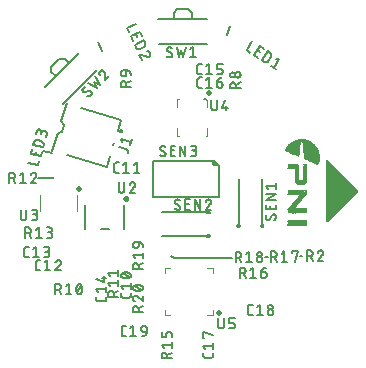
<source format=gts>
G04 EAGLE Gerber RS-274X export*
G75*
%MOMM*%
%FSLAX34Y34*%
%LPD*%
%INSilkscreen Top*%
%IPPOS*%
%AMOC8*
5,1,8,0,0,1.08239X$1,22.5*%
G01*
%ADD10C,0.152400*%
%ADD11R,0.025000X0.025000*%
%ADD12R,0.025000X0.075000*%
%ADD13R,0.025000X0.050000*%
%ADD14R,0.025000X0.100000*%
%ADD15R,0.025000X0.150000*%
%ADD16R,0.025000X0.200000*%
%ADD17R,0.025000X0.300000*%
%ADD18R,0.025000X0.125000*%
%ADD19R,0.025000X0.275000*%
%ADD20R,0.025000X0.250000*%
%ADD21R,0.025000X0.225000*%
%ADD22R,0.025000X0.325000*%
%ADD23R,0.025000X0.175000*%
%ADD24R,0.025000X0.550000*%
%ADD25R,0.025000X0.500000*%
%ADD26R,0.025000X0.600000*%
%ADD27R,0.025000X0.475000*%
%ADD28R,0.025000X0.675000*%
%ADD29R,0.025000X0.725000*%
%ADD30R,0.025000X0.625000*%
%ADD31R,0.025000X0.575000*%
%ADD32R,0.025000X0.400000*%
%ADD33R,0.025000X0.875000*%
%ADD34R,0.025000X0.850000*%
%ADD35R,0.025000X1.025000*%
%ADD36R,0.025000X0.525000*%
%ADD37R,0.025000X0.800000*%
%ADD38R,0.025000X0.925000*%
%ADD39R,0.025000X0.900000*%
%ADD40R,0.025000X1.500000*%
%ADD41R,0.025000X1.550000*%
%ADD42R,0.025000X1.450000*%
%ADD43R,0.025000X0.775000*%
%ADD44R,0.025000X1.525000*%
%ADD45R,0.025000X0.350000*%
%ADD46R,0.025000X0.425000*%
%ADD47R,0.025000X1.475000*%
%ADD48R,0.025000X1.200000*%
%ADD49R,0.025000X0.650000*%
%ADD50R,0.025000X0.450000*%
%ADD51R,0.025000X1.050000*%
%ADD52R,0.025000X0.750000*%
%ADD53R,0.025000X1.000000*%
%ADD54R,0.025000X1.100000*%
%ADD55R,0.025000X1.150000*%
%ADD56R,0.025000X1.275000*%
%ADD57R,0.025000X1.375000*%
%ADD58R,0.025000X1.250000*%
%ADD59R,0.025000X1.325000*%
%ADD60R,0.025000X1.300000*%
%ADD61R,0.025000X1.425000*%
%ADD62R,0.025000X0.950000*%
%ADD63R,0.025000X1.075000*%
%ADD64R,0.025000X1.175000*%
%ADD65R,0.025000X1.125000*%
%ADD66R,0.025000X0.975000*%
%ADD67R,0.025000X0.375000*%
%ADD68C,0.127000*%
%ADD69C,0.500000*%
%ADD70C,0.120000*%
%ADD71C,0.200000*%
%ADD72C,0.254000*%

G36*
X271890Y123715D02*
X271890Y123715D01*
X271961Y123721D01*
X272009Y123741D01*
X272060Y123752D01*
X272121Y123789D01*
X272187Y123817D01*
X272243Y123862D01*
X272271Y123878D01*
X272286Y123896D01*
X272318Y123922D01*
X297718Y149322D01*
X297730Y149338D01*
X297745Y149350D01*
X297802Y149438D01*
X297862Y149521D01*
X297868Y149540D01*
X297878Y149557D01*
X297904Y149658D01*
X297934Y149757D01*
X297934Y149776D01*
X297939Y149796D01*
X297931Y149899D01*
X297928Y150002D01*
X297921Y150021D01*
X297919Y150041D01*
X297879Y150136D01*
X297843Y150233D01*
X297831Y150249D01*
X297823Y150267D01*
X297718Y150398D01*
X272318Y175798D01*
X272260Y175840D01*
X272208Y175890D01*
X272161Y175912D01*
X272119Y175942D01*
X272050Y175963D01*
X271985Y175993D01*
X271933Y175999D01*
X271883Y176014D01*
X271812Y176012D01*
X271741Y176020D01*
X271690Y176009D01*
X271638Y176008D01*
X271570Y175983D01*
X271500Y175968D01*
X271456Y175941D01*
X271407Y175923D01*
X271351Y175879D01*
X271289Y175842D01*
X271255Y175802D01*
X271215Y175770D01*
X271176Y175709D01*
X271129Y175655D01*
X271110Y175607D01*
X271082Y175563D01*
X271064Y175493D01*
X271037Y175427D01*
X271029Y175355D01*
X271021Y175324D01*
X271023Y175301D01*
X271019Y175260D01*
X271019Y124460D01*
X271030Y124389D01*
X271032Y124318D01*
X271050Y124269D01*
X271059Y124217D01*
X271092Y124154D01*
X271117Y124087D01*
X271149Y124046D01*
X271174Y124000D01*
X271225Y123951D01*
X271270Y123895D01*
X271314Y123866D01*
X271352Y123831D01*
X271417Y123800D01*
X271477Y123762D01*
X271528Y123749D01*
X271575Y123727D01*
X271646Y123719D01*
X271716Y123701D01*
X271768Y123706D01*
X271819Y123700D01*
X271890Y123715D01*
G37*
G36*
X179488Y171402D02*
X179488Y171402D01*
X179576Y171411D01*
X179597Y171421D01*
X179621Y171425D01*
X179698Y171471D01*
X179777Y171510D01*
X179794Y171527D01*
X179814Y171540D01*
X179870Y171609D01*
X179931Y171673D01*
X179940Y171695D01*
X179955Y171714D01*
X179984Y171798D01*
X180019Y171880D01*
X180020Y171904D01*
X180027Y171926D01*
X180025Y172015D01*
X180029Y172104D01*
X180021Y172127D01*
X180021Y172151D01*
X179987Y172233D01*
X179960Y172318D01*
X179944Y172339D01*
X179936Y172358D01*
X179902Y172396D01*
X179848Y172468D01*
X176848Y175468D01*
X176814Y175493D01*
X176785Y175524D01*
X176722Y175556D01*
X176664Y175597D01*
X176623Y175607D01*
X176585Y175627D01*
X176496Y175640D01*
X176447Y175653D01*
X176426Y175650D01*
X176400Y175654D01*
X175400Y175654D01*
X175335Y175643D01*
X175269Y175641D01*
X175226Y175623D01*
X175179Y175615D01*
X175122Y175581D01*
X175062Y175556D01*
X175027Y175525D01*
X174986Y175500D01*
X174945Y175449D01*
X174896Y175405D01*
X174874Y175363D01*
X174845Y175326D01*
X174824Y175264D01*
X174793Y175205D01*
X174785Y175151D01*
X174773Y175114D01*
X174774Y175074D01*
X174766Y175020D01*
X174766Y172020D01*
X174777Y171955D01*
X174779Y171889D01*
X174797Y171846D01*
X174805Y171799D01*
X174839Y171742D01*
X174864Y171682D01*
X174895Y171647D01*
X174920Y171606D01*
X174971Y171565D01*
X175015Y171516D01*
X175057Y171494D01*
X175094Y171465D01*
X175156Y171444D01*
X175215Y171413D01*
X175269Y171405D01*
X175306Y171393D01*
X175346Y171394D01*
X175400Y171386D01*
X179400Y171386D01*
X179488Y171402D01*
G37*
D10*
X191770Y92964D02*
X141986Y92964D01*
X139700Y95250D01*
X219710Y94234D02*
X221488Y94234D01*
X249174Y94488D02*
X250698Y94488D01*
X39624Y160528D02*
X27178Y160528D01*
X39624Y160528D02*
X40640Y161544D01*
D11*
X237000Y184000D03*
D12*
X237250Y184250D03*
D11*
X237250Y183750D03*
D12*
X237500Y184750D03*
D11*
X237500Y183750D03*
D13*
X237500Y184125D03*
D14*
X237750Y185125D03*
D11*
X237750Y184250D03*
X237750Y183750D03*
X237750Y184500D03*
X237750Y184000D03*
X237750Y183500D03*
D13*
X238000Y185625D03*
D15*
X238000Y184125D03*
D13*
X238000Y185125D03*
X238250Y186125D03*
D12*
X238250Y185250D03*
D11*
X238250Y184500D03*
D12*
X238250Y183750D03*
D11*
X238250Y185750D03*
X238250Y184750D03*
X238250Y184250D03*
D12*
X238500Y186250D03*
D15*
X238500Y184625D03*
D11*
X238500Y183250D03*
D13*
X238500Y185625D03*
X238500Y183625D03*
D11*
X238500Y186750D03*
D12*
X238750Y186750D03*
X238750Y185750D03*
X238750Y184500D03*
D11*
X238750Y183750D03*
X238750Y183250D03*
X238750Y186250D03*
D13*
X238750Y185125D03*
D11*
X238750Y184000D03*
X238750Y183500D03*
D13*
X239000Y187125D03*
D11*
X239000Y186250D03*
X239000Y185750D03*
D12*
X239000Y185000D03*
D11*
X239000Y184250D03*
D12*
X239000Y183500D03*
D13*
X239000Y186625D03*
D11*
X239000Y186000D03*
X239000Y185500D03*
X239000Y184500D03*
X239000Y184000D03*
X239000Y183000D03*
X239000Y168500D03*
X239000Y120500D03*
X239000Y133500D03*
X239000Y146750D03*
X239000Y123750D03*
X239000Y168750D03*
X239000Y120750D03*
D13*
X239250Y187375D03*
D11*
X239250Y186500D03*
X239250Y185500D03*
X239250Y185000D03*
X239250Y184500D03*
X239250Y183750D03*
D13*
X239250Y183125D03*
X239250Y186875D03*
D12*
X239250Y186000D03*
D11*
X239250Y185250D03*
X239250Y184750D03*
D13*
X239250Y184125D03*
D11*
X239250Y183500D03*
X239250Y168500D03*
X239250Y149750D03*
X239250Y146500D03*
X239250Y133750D03*
X239250Y120500D03*
X239250Y172000D03*
X239250Y171250D03*
D13*
X239250Y168875D03*
D11*
X239250Y133500D03*
X239250Y131000D03*
D13*
X239250Y120875D03*
X239250Y171625D03*
D16*
X239250Y170125D03*
D17*
X239250Y148125D03*
D16*
X239250Y132125D03*
D17*
X239250Y122625D03*
D11*
X239250Y133250D03*
X239250Y124250D03*
X239250Y187750D03*
D13*
X239500Y187625D03*
D18*
X239500Y185750D03*
D14*
X239500Y184375D03*
D13*
X239500Y183125D03*
D14*
X239500Y186875D03*
D11*
X239500Y185000D03*
D13*
X239500Y183625D03*
D11*
X239500Y168500D03*
X239500Y149750D03*
X239500Y134000D03*
X239500Y120500D03*
X239500Y172000D03*
X239500Y146500D03*
X239500Y131000D03*
X239500Y124000D03*
X239500Y188000D03*
X239500Y168750D03*
X239500Y133750D03*
X239500Y133250D03*
X239500Y120750D03*
D19*
X239500Y170500D03*
D11*
X239500Y149500D03*
D20*
X239500Y147875D03*
D11*
X239500Y133500D03*
D16*
X239500Y132125D03*
D11*
X239500Y123750D03*
D21*
X239500Y122250D03*
D11*
X239500Y169000D03*
X239500Y149250D03*
X239500Y123500D03*
X239500Y121000D03*
X239500Y124250D03*
X239750Y188000D03*
X239750Y187000D03*
X239750Y186500D03*
D13*
X239750Y185875D03*
D12*
X239750Y185000D03*
D11*
X239750Y183500D03*
D13*
X239750Y182875D03*
D11*
X239750Y188250D03*
D12*
X239750Y187500D03*
D11*
X239750Y186750D03*
X239750Y186250D03*
X239750Y185500D03*
D14*
X239750Y184125D03*
D11*
X239750Y183250D03*
X239750Y168500D03*
X239750Y134250D03*
X239750Y120500D03*
X239750Y172000D03*
X239750Y149750D03*
X239750Y146500D03*
X239750Y131000D03*
X239750Y146750D03*
X239750Y134000D03*
X239750Y124000D03*
X239750Y123250D03*
D22*
X239750Y170250D03*
D20*
X239750Y148375D03*
D13*
X239750Y133625D03*
D16*
X239750Y132125D03*
D11*
X239750Y123750D03*
D20*
X239750Y121875D03*
D11*
X239750Y147000D03*
X239750Y133250D03*
X239750Y123500D03*
X239750Y124250D03*
X240000Y188250D03*
D14*
X240000Y187125D03*
D20*
X240000Y184625D03*
D13*
X240000Y182875D03*
D11*
X240000Y188500D03*
D13*
X240000Y187875D03*
D12*
X240000Y186250D03*
D11*
X240000Y183250D03*
X240000Y168500D03*
X240000Y120500D03*
X240000Y149750D03*
X240000Y146500D03*
X240000Y134500D03*
X240000Y131000D03*
D13*
X240000Y171875D03*
D11*
X240000Y134000D03*
X240000Y124000D03*
X240000Y120750D03*
D17*
X240000Y170125D03*
X240000Y148125D03*
D20*
X240000Y132375D03*
D17*
X240000Y122375D03*
D11*
X240000Y134250D03*
X240000Y133750D03*
X240000Y134750D03*
X240000Y124250D03*
X240250Y188500D03*
D13*
X240250Y187875D03*
D14*
X240250Y186875D03*
D21*
X240250Y184750D03*
D13*
X240250Y182625D03*
D11*
X240250Y188750D03*
X240250Y188250D03*
X240250Y187500D03*
D13*
X240250Y186125D03*
D12*
X240250Y183250D03*
D11*
X240250Y168500D03*
X240250Y120500D03*
X240250Y149750D03*
X240250Y146500D03*
D13*
X240250Y134875D03*
D11*
X240250Y131000D03*
D13*
X240250Y171875D03*
D11*
X240250Y133500D03*
X240250Y124000D03*
X240250Y120750D03*
D17*
X240250Y170125D03*
X240250Y148125D03*
D12*
X240250Y134250D03*
D21*
X240250Y132250D03*
D17*
X240250Y122375D03*
D11*
X240250Y133750D03*
X240250Y124250D03*
D12*
X240500Y188500D03*
D11*
X240500Y187500D03*
D14*
X240500Y186625D03*
D20*
X240500Y184625D03*
D11*
X240500Y183000D03*
X240500Y182500D03*
X240500Y135250D03*
X240500Y189000D03*
D13*
X240500Y187875D03*
D11*
X240500Y187250D03*
X240500Y186000D03*
X240500Y183250D03*
X240500Y182750D03*
X240500Y168500D03*
X240500Y120500D03*
X240500Y149750D03*
X240500Y146500D03*
X240500Y131000D03*
D13*
X240500Y171875D03*
D11*
X240500Y134500D03*
X240500Y124000D03*
X240500Y120750D03*
D17*
X240500Y170125D03*
X240500Y148125D03*
D11*
X240500Y135000D03*
X240500Y134250D03*
D13*
X240500Y133625D03*
D16*
X240500Y132125D03*
D17*
X240500Y122375D03*
D11*
X240500Y134750D03*
X240500Y134000D03*
X240500Y133250D03*
X240500Y124250D03*
X240750Y189000D03*
D12*
X240750Y188250D03*
D23*
X240750Y186750D03*
D17*
X240750Y184125D03*
D11*
X240750Y182250D03*
X240750Y189250D03*
X240750Y188750D03*
X240750Y187750D03*
X240750Y185750D03*
X240750Y182500D03*
X240750Y168500D03*
X240750Y135500D03*
X240750Y120500D03*
X240750Y149750D03*
X240750Y146500D03*
X240750Y131000D03*
D13*
X240750Y171875D03*
X240750Y134875D03*
X240750Y133875D03*
D11*
X240750Y124000D03*
X240750Y120750D03*
D17*
X240750Y170125D03*
X240750Y148125D03*
D11*
X240750Y135250D03*
X240750Y134500D03*
D21*
X240750Y132250D03*
D17*
X240750Y122375D03*
D11*
X240750Y133500D03*
X240750Y134250D03*
X240750Y124250D03*
X241000Y189250D03*
X241000Y188750D03*
X241000Y188000D03*
D18*
X241000Y186500D03*
D22*
X241000Y183750D03*
D11*
X241000Y135750D03*
X241000Y189000D03*
D13*
X241000Y188375D03*
D12*
X241000Y187500D03*
D13*
X241000Y185625D03*
D11*
X241000Y168500D03*
X241000Y120500D03*
X241000Y149750D03*
X241000Y146500D03*
X241000Y131000D03*
D13*
X241000Y171875D03*
D11*
X241000Y135250D03*
X241000Y134250D03*
X241000Y124000D03*
X241000Y120750D03*
D17*
X241000Y170125D03*
X241000Y148125D03*
D11*
X241000Y134500D03*
X241000Y134000D03*
D20*
X241000Y132375D03*
D17*
X241000Y122375D03*
D11*
X241000Y135500D03*
D13*
X241000Y134875D03*
D11*
X241000Y133750D03*
X241000Y189500D03*
X241000Y124250D03*
D12*
X241250Y189250D03*
D11*
X241250Y188000D03*
D24*
X241250Y184875D03*
D12*
X241250Y188500D03*
D11*
X241250Y187750D03*
X241250Y168500D03*
X241250Y120500D03*
X241250Y149750D03*
X241250Y146500D03*
X241250Y136000D03*
X241250Y131000D03*
D13*
X241250Y171875D03*
X241250Y134875D03*
D11*
X241250Y133500D03*
X241250Y124000D03*
X241250Y120750D03*
D17*
X241250Y170125D03*
X241250Y148125D03*
D11*
X241250Y135750D03*
X241250Y135250D03*
D14*
X241250Y134125D03*
D16*
X241250Y132125D03*
D17*
X241250Y122375D03*
D11*
X241250Y135500D03*
X241250Y133250D03*
X241250Y136250D03*
X241250Y124250D03*
X241500Y189750D03*
X241500Y189250D03*
D13*
X241500Y188375D03*
D11*
X241500Y187750D03*
D22*
X241500Y185750D03*
D13*
X241500Y183375D03*
D14*
X241500Y182375D03*
D11*
X241500Y189500D03*
D13*
X241500Y188875D03*
D11*
X241500Y188000D03*
X241500Y187500D03*
D13*
X241500Y183875D03*
D11*
X241500Y183000D03*
X241500Y168500D03*
X241500Y136250D03*
X241500Y120500D03*
X241500Y149750D03*
X241500Y146500D03*
X241500Y131000D03*
D13*
X241500Y171875D03*
D11*
X241500Y135500D03*
X241500Y134000D03*
X241500Y133250D03*
X241500Y124000D03*
X241500Y120750D03*
D17*
X241500Y170125D03*
X241500Y148125D03*
D11*
X241500Y135750D03*
D13*
X241500Y134875D03*
D11*
X241500Y134250D03*
D16*
X241500Y132125D03*
D17*
X241500Y122375D03*
D11*
X241500Y136500D03*
X241500Y135250D03*
X241500Y134500D03*
X241500Y133500D03*
X241500Y136000D03*
X241500Y133750D03*
X241500Y124250D03*
X241750Y190000D03*
X241750Y189500D03*
D13*
X241750Y188875D03*
D25*
X241750Y185625D03*
D11*
X241750Y182750D03*
X241750Y182000D03*
X241750Y189750D03*
X241750Y189250D03*
D13*
X241750Y188375D03*
D11*
X241750Y183000D03*
D13*
X241750Y182375D03*
D11*
X241750Y168500D03*
X241750Y120500D03*
X241750Y149750D03*
X241750Y146500D03*
X241750Y131000D03*
D13*
X241750Y171875D03*
X241750Y136625D03*
D11*
X241750Y136000D03*
X241750Y135250D03*
X241750Y133750D03*
X241750Y124000D03*
X241750Y120750D03*
D17*
X241750Y170125D03*
X241750Y148125D03*
D13*
X241750Y135625D03*
D18*
X241750Y134500D03*
D20*
X241750Y132375D03*
D17*
X241750Y122375D03*
D11*
X241750Y136250D03*
X241750Y181750D03*
X241750Y124250D03*
D14*
X242000Y189875D03*
D26*
X242000Y186125D03*
D11*
X242000Y182750D03*
D12*
X242000Y182000D03*
D11*
X242000Y189250D03*
X242000Y183000D03*
X242000Y182500D03*
X242000Y168500D03*
X242000Y137000D03*
X242000Y120500D03*
X242000Y149750D03*
X242000Y146500D03*
X242000Y136750D03*
X242000Y131000D03*
D13*
X242000Y171875D03*
D11*
X242000Y136000D03*
X242000Y124000D03*
X242000Y120750D03*
D17*
X242000Y170125D03*
X242000Y148125D03*
D13*
X242000Y136375D03*
D27*
X242000Y133500D03*
D17*
X242000Y122375D03*
D11*
X242000Y124250D03*
X242250Y190250D03*
X242250Y189750D03*
D28*
X242250Y186000D03*
D11*
X242250Y182250D03*
X242250Y181750D03*
X242250Y190000D03*
X242250Y189500D03*
X242250Y182500D03*
X242250Y182000D03*
X242250Y168500D03*
X242250Y137250D03*
X242250Y120500D03*
X242250Y149750D03*
X242250Y146500D03*
X242250Y131000D03*
D13*
X242250Y171875D03*
D11*
X242250Y137000D03*
X242250Y136000D03*
X242250Y124000D03*
X242250Y120750D03*
D17*
X242250Y170125D03*
X242250Y148125D03*
D11*
X242250Y136750D03*
X242250Y136250D03*
D27*
X242250Y133500D03*
D17*
X242250Y122375D03*
D11*
X242250Y136500D03*
X242250Y124250D03*
D14*
X242500Y190125D03*
D29*
X242500Y185750D03*
D11*
X242500Y181750D03*
X242500Y137500D03*
X242500Y189500D03*
X242500Y182000D03*
X242500Y181500D03*
X242500Y168500D03*
X242500Y120500D03*
X242500Y149750D03*
X242500Y146500D03*
X242500Y131000D03*
D13*
X242500Y171875D03*
D11*
X242500Y124000D03*
X242500Y120750D03*
D17*
X242500Y170125D03*
X242500Y148125D03*
D30*
X242500Y134250D03*
D17*
X242500Y122375D03*
D11*
X242500Y124250D03*
X242750Y190500D03*
X242750Y189750D03*
D31*
X242750Y186250D03*
D12*
X242750Y182500D03*
D13*
X242750Y181625D03*
D11*
X242750Y190750D03*
D13*
X242750Y190125D03*
X242750Y189375D03*
X242750Y183125D03*
D11*
X242750Y182000D03*
X242750Y168500D03*
X242750Y120500D03*
X242750Y149750D03*
X242750Y146500D03*
X242750Y137750D03*
X242750Y131000D03*
D13*
X242750Y171875D03*
D11*
X242750Y137250D03*
X242750Y124000D03*
X242750Y120750D03*
D17*
X242750Y170125D03*
X242750Y148125D03*
D26*
X242750Y134125D03*
D17*
X242750Y122375D03*
D11*
X242750Y137500D03*
X242750Y124250D03*
D13*
X243000Y190625D03*
D11*
X243000Y190000D03*
D26*
X243000Y186375D03*
D11*
X243000Y183000D03*
D12*
X243000Y182250D03*
D11*
X243000Y181500D03*
X243000Y190250D03*
D13*
X243000Y189625D03*
D11*
X243000Y183250D03*
X243000Y182750D03*
X243000Y181750D03*
X243000Y168500D03*
X243000Y120500D03*
X243000Y149750D03*
X243000Y146500D03*
X243000Y138250D03*
X243000Y131000D03*
X243000Y181250D03*
D13*
X243000Y171875D03*
X243000Y137875D03*
D11*
X243000Y137250D03*
X243000Y124000D03*
X243000Y120750D03*
D17*
X243000Y170125D03*
X243000Y148125D03*
D26*
X243000Y134125D03*
D17*
X243000Y122375D03*
D11*
X243000Y137500D03*
X243000Y124250D03*
D15*
X243250Y190375D03*
D31*
X243250Y186250D03*
D12*
X243250Y182750D03*
D14*
X243250Y181625D03*
D13*
X243250Y189375D03*
D11*
X243250Y183250D03*
X243250Y182250D03*
X243250Y168500D03*
X243250Y138500D03*
X243250Y120500D03*
X243250Y149750D03*
X243250Y146500D03*
X243250Y131000D03*
D13*
X243250Y171875D03*
D11*
X243250Y138250D03*
X243250Y137500D03*
X243250Y124000D03*
X243250Y120750D03*
D17*
X243250Y170125D03*
X243250Y148125D03*
D11*
X243250Y138000D03*
D26*
X243250Y134125D03*
D17*
X243250Y122375D03*
D11*
X243250Y137750D03*
X243250Y137250D03*
X243250Y124250D03*
X243500Y191000D03*
X243500Y189750D03*
D26*
X243500Y186375D03*
D13*
X243500Y182625D03*
X243500Y181875D03*
D14*
X243500Y190375D03*
D11*
X243500Y189500D03*
D13*
X243500Y183125D03*
D11*
X243500Y182250D03*
D13*
X243500Y181375D03*
D11*
X243500Y168500D03*
X243500Y138750D03*
X243500Y120500D03*
X243500Y149750D03*
X243500Y146500D03*
X243500Y131000D03*
D13*
X243500Y171875D03*
X243500Y138375D03*
D11*
X243500Y137500D03*
X243500Y124000D03*
X243500Y120750D03*
D17*
X243500Y170125D03*
X243500Y148125D03*
D13*
X243500Y137875D03*
D30*
X243500Y134250D03*
D17*
X243500Y122375D03*
D11*
X243500Y124250D03*
X243750Y191250D03*
D13*
X243750Y190625D03*
D11*
X243750Y190000D03*
D25*
X243750Y187125D03*
D15*
X243750Y183625D03*
D11*
X243750Y182250D03*
D12*
X243750Y181250D03*
D11*
X243750Y139000D03*
X243750Y191000D03*
X243750Y190250D03*
X243750Y189750D03*
X243750Y184500D03*
D13*
X243750Y182625D03*
X243750Y181875D03*
D11*
X243750Y168500D03*
X243750Y120500D03*
X243750Y149750D03*
X243750Y146500D03*
X243750Y131000D03*
D13*
X243750Y171875D03*
D11*
X243750Y135250D03*
X243750Y124000D03*
X243750Y120750D03*
D17*
X243750Y170125D03*
X243750Y148125D03*
D11*
X243750Y138750D03*
D14*
X243750Y137875D03*
D23*
X243750Y136250D03*
D32*
X243750Y133125D03*
D17*
X243750Y122375D03*
D11*
X243750Y138500D03*
X243750Y137250D03*
X243750Y124250D03*
D12*
X244000Y191000D03*
D24*
X244000Y187375D03*
D22*
X244000Y182500D03*
D13*
X244000Y190375D03*
X244000Y184375D03*
D11*
X244000Y168500D03*
X244000Y139250D03*
X244000Y120500D03*
X244000Y149750D03*
X244000Y146500D03*
X244000Y131000D03*
D13*
X244000Y171875D03*
D11*
X244000Y134500D03*
X244000Y134000D03*
X244000Y124000D03*
X244000Y120750D03*
D19*
X244000Y170250D03*
D17*
X244000Y148125D03*
D19*
X244000Y137750D03*
D18*
X244000Y135500D03*
D19*
X244000Y132500D03*
D17*
X244000Y122375D03*
D11*
X244000Y168750D03*
X244000Y136250D03*
X244000Y134250D03*
X244000Y134750D03*
X244000Y124250D03*
D14*
X244250Y191125D03*
D24*
X244250Y187375D03*
D18*
X244250Y183500D03*
D15*
X244250Y181875D03*
D11*
X244250Y180750D03*
D13*
X244250Y190375D03*
X244250Y184375D03*
D11*
X244250Y182750D03*
X244250Y181000D03*
X244250Y168500D03*
X244250Y120500D03*
X244250Y149750D03*
X244250Y146500D03*
X244250Y139500D03*
X244250Y134500D03*
X244250Y131000D03*
D13*
X244250Y171875D03*
D11*
X244250Y168750D03*
X244250Y136250D03*
X244250Y135750D03*
X244250Y134750D03*
X244250Y134250D03*
X244250Y124000D03*
X244250Y120750D03*
D20*
X244250Y170375D03*
D17*
X244250Y148125D03*
X244250Y137875D03*
D13*
X244250Y135125D03*
D11*
X244250Y134000D03*
D20*
X244250Y132375D03*
D17*
X244250Y122375D03*
D11*
X244250Y169000D03*
X244250Y135500D03*
X244250Y133750D03*
X244250Y136000D03*
X244250Y139750D03*
X244250Y124250D03*
D29*
X244500Y188000D03*
D15*
X244500Y183375D03*
X244500Y181375D03*
D11*
X244500Y184250D03*
D13*
X244500Y182375D03*
D11*
X244500Y168500D03*
X244500Y134750D03*
X244500Y120500D03*
X244500Y149750D03*
X244500Y146500D03*
D13*
X244500Y139875D03*
D11*
X244500Y131000D03*
D13*
X244500Y171875D03*
D11*
X244500Y139250D03*
X244500Y136000D03*
X244500Y135500D03*
X244500Y134250D03*
X244500Y133500D03*
X244500Y124000D03*
X244500Y120750D03*
D19*
X244500Y170250D03*
D17*
X244500Y148125D03*
D20*
X244500Y137875D03*
D11*
X244500Y136250D03*
X244500Y135250D03*
D13*
X244500Y133875D03*
D16*
X244500Y132125D03*
D17*
X244500Y122375D03*
D11*
X244500Y168750D03*
X244500Y139500D03*
X244500Y135750D03*
X244500Y133250D03*
X244500Y136500D03*
X244500Y135000D03*
X244500Y191750D03*
X244500Y124250D03*
X244750Y191750D03*
D33*
X244750Y187000D03*
D14*
X244750Y181625D03*
D11*
X244750Y180750D03*
X244750Y140250D03*
X244750Y191500D03*
D13*
X244750Y182375D03*
D11*
X244750Y181000D03*
X244750Y180500D03*
X244750Y168500D03*
X244750Y135000D03*
X244750Y134250D03*
X244750Y120500D03*
X244750Y149750D03*
X244750Y146500D03*
X244750Y131000D03*
D13*
X244750Y171875D03*
X244750Y168875D03*
D11*
X244750Y140000D03*
X244750Y136500D03*
X244750Y135250D03*
X244750Y133750D03*
X244750Y124000D03*
X244750Y120750D03*
D20*
X244750Y170375D03*
D17*
X244750Y148125D03*
D11*
X244750Y139500D03*
D20*
X244750Y137875D03*
D11*
X244750Y136250D03*
D13*
X244750Y135625D03*
D11*
X244750Y134000D03*
D20*
X244750Y132375D03*
D17*
X244750Y122375D03*
D11*
X244750Y139750D03*
X244750Y139250D03*
X244750Y136000D03*
X244750Y124250D03*
D13*
X245000Y191625D03*
D34*
X245000Y186875D03*
D23*
X245000Y181250D03*
D11*
X245000Y140500D03*
X245000Y191250D03*
D13*
X245000Y182375D03*
D11*
X245000Y168500D03*
X245000Y135250D03*
X245000Y134250D03*
X245000Y120500D03*
X245000Y149750D03*
X245000Y146500D03*
X245000Y135500D03*
X245000Y131000D03*
D13*
X245000Y171875D03*
D11*
X245000Y137000D03*
X245000Y136500D03*
X245000Y124000D03*
X245000Y120750D03*
D20*
X245000Y170375D03*
D11*
X245000Y168750D03*
D17*
X245000Y148125D03*
D11*
X245000Y140250D03*
D19*
X245000Y138500D03*
D13*
X245000Y136125D03*
D20*
X245000Y132375D03*
D17*
X245000Y122375D03*
D11*
X245000Y169000D03*
X245000Y140000D03*
X245000Y135750D03*
D13*
X245000Y133875D03*
D11*
X245000Y136750D03*
X245000Y124250D03*
D13*
X245250Y191875D03*
D35*
X245250Y186250D03*
D13*
X245250Y180625D03*
D11*
X245250Y191500D03*
X245250Y181000D03*
X245250Y134250D03*
X245250Y120500D03*
X245250Y149750D03*
X245250Y146500D03*
X245250Y140750D03*
X245250Y135750D03*
X245250Y131000D03*
D13*
X245250Y171875D03*
X245250Y168875D03*
D11*
X245250Y140250D03*
X245250Y139750D03*
X245250Y139250D03*
X245250Y136000D03*
X245250Y133750D03*
X245250Y124000D03*
X245250Y120750D03*
D20*
X245250Y170375D03*
D17*
X245250Y148125D03*
D11*
X245250Y140500D03*
X245250Y140000D03*
D21*
X245250Y138000D03*
D11*
X245250Y136250D03*
X245250Y135500D03*
D20*
X245250Y132375D03*
D17*
X245250Y122375D03*
D11*
X245250Y168500D03*
X245250Y167750D03*
X245250Y139500D03*
D13*
X245250Y136625D03*
D11*
X245250Y134000D03*
X245250Y159000D03*
X245250Y167500D03*
X245250Y180250D03*
X245250Y124250D03*
X245500Y192000D03*
D21*
X245500Y190500D03*
D36*
X245500Y186500D03*
D21*
X245500Y182250D03*
D13*
X245500Y180375D03*
D11*
X245500Y191750D03*
X245500Y189250D03*
D13*
X245500Y183625D03*
X245500Y180875D03*
D12*
X245500Y157500D03*
D11*
X245500Y134250D03*
X245500Y120500D03*
D13*
X245500Y167375D03*
D11*
X245500Y158000D03*
X245500Y149750D03*
X245500Y146500D03*
X245500Y141000D03*
X245500Y136000D03*
X245500Y131000D03*
D13*
X245500Y171875D03*
D11*
X245500Y168500D03*
X245500Y168000D03*
D37*
X245500Y163125D03*
D12*
X245500Y158500D03*
D11*
X245500Y140500D03*
X245500Y139750D03*
X245500Y137000D03*
X245500Y136250D03*
X245500Y134000D03*
X245500Y124000D03*
X245500Y120750D03*
D20*
X245500Y170375D03*
D11*
X245500Y168750D03*
X245500Y168250D03*
X245500Y167750D03*
X245500Y159000D03*
D17*
X245500Y148125D03*
D11*
X245500Y140750D03*
D13*
X245500Y140125D03*
D11*
X245500Y139500D03*
D16*
X245500Y138125D03*
D13*
X245500Y136625D03*
D11*
X245500Y133500D03*
D16*
X245500Y132125D03*
D17*
X245500Y122375D03*
D11*
X245500Y139250D03*
X245500Y133750D03*
X245500Y133250D03*
X245500Y169000D03*
X245500Y157000D03*
X245500Y124250D03*
D13*
X245750Y191875D03*
D14*
X245750Y190875D03*
D38*
X245750Y185500D03*
D13*
X245750Y180375D03*
D11*
X245750Y191500D03*
X245750Y190250D03*
X245750Y180750D03*
X245750Y156750D03*
X245750Y136250D03*
X245750Y134250D03*
X245750Y120500D03*
X245750Y157000D03*
X245750Y156500D03*
X245750Y149750D03*
X245750Y146500D03*
X245750Y141250D03*
X245750Y131000D03*
D13*
X245750Y171875D03*
D11*
X245750Y168750D03*
X245750Y168250D03*
X245750Y158750D03*
X245750Y157250D03*
X245750Y140500D03*
X245750Y139750D03*
X245750Y139250D03*
X245750Y136500D03*
X245750Y124000D03*
X245750Y120750D03*
D19*
X245750Y170250D03*
D39*
X245750Y163375D03*
D11*
X245750Y158500D03*
D12*
X245750Y157750D03*
D17*
X245750Y148125D03*
D13*
X245750Y140875D03*
X245750Y140125D03*
D16*
X245750Y138125D03*
D11*
X245750Y136750D03*
D19*
X245750Y132500D03*
D17*
X245750Y122375D03*
D11*
X245750Y168000D03*
X245750Y158250D03*
X245750Y139500D03*
X245750Y137000D03*
X245750Y134000D03*
X245750Y168500D03*
X245750Y192250D03*
X245750Y124250D03*
D13*
X246000Y192125D03*
D14*
X246000Y191125D03*
D39*
X246000Y185625D03*
D14*
X246000Y180375D03*
D11*
X246000Y191750D03*
D13*
X246000Y190375D03*
D11*
X246000Y181000D03*
X246000Y156250D03*
X246000Y136500D03*
X246000Y134250D03*
X246000Y120500D03*
X246000Y172000D03*
X246000Y149750D03*
X246000Y146500D03*
X246000Y141500D03*
X246000Y131000D03*
X246000Y171750D03*
X246000Y156500D03*
X246000Y141750D03*
X246000Y139000D03*
X246000Y138500D03*
X246000Y137750D03*
X246000Y124000D03*
X246000Y120750D03*
D40*
X246000Y164125D03*
D17*
X246000Y148125D03*
D21*
X246000Y140250D03*
D13*
X246000Y138125D03*
D14*
X246000Y137125D03*
D17*
X246000Y132625D03*
X246000Y122375D03*
D11*
X246000Y138750D03*
X246000Y124250D03*
X246250Y192250D03*
D13*
X246250Y191625D03*
X246250Y190875D03*
D38*
X246250Y185500D03*
D11*
X246250Y180000D03*
X246250Y142000D03*
X246250Y192000D03*
X246250Y191250D03*
D13*
X246250Y190375D03*
D12*
X246250Y180500D03*
D11*
X246250Y156000D03*
X246250Y136750D03*
X246250Y134250D03*
X246250Y120500D03*
X246250Y172000D03*
X246250Y149750D03*
X246250Y146500D03*
X246250Y131000D03*
X246250Y171750D03*
X246250Y141750D03*
X246250Y138750D03*
X246250Y138000D03*
X246250Y137500D03*
X246250Y137000D03*
X246250Y124000D03*
X246250Y120750D03*
D41*
X246250Y163875D03*
D17*
X246250Y148125D03*
D11*
X246250Y141500D03*
D16*
X246250Y140125D03*
D11*
X246250Y137250D03*
D17*
X246250Y132625D03*
X246250Y122375D03*
D11*
X246250Y141250D03*
X246250Y139000D03*
X246250Y137750D03*
D13*
X246250Y138375D03*
D11*
X246250Y124250D03*
X246500Y192250D03*
D13*
X246500Y191625D03*
X246500Y190875D03*
D14*
X246500Y189625D03*
D23*
X246500Y188000D03*
D25*
X246500Y183625D03*
D13*
X246500Y180625D03*
X246500Y179875D03*
D11*
X246500Y192000D03*
X246500Y191250D03*
D13*
X246500Y190375D03*
D11*
X246500Y189000D03*
D14*
X246500Y186625D03*
D11*
X246500Y181000D03*
X246500Y180250D03*
X246500Y155750D03*
X246500Y142250D03*
X246500Y134250D03*
X246500Y120500D03*
X246500Y172000D03*
X246500Y149750D03*
X246500Y146500D03*
X246500Y141500D03*
X246500Y137250D03*
X246500Y131000D03*
X246500Y171750D03*
X246500Y157000D03*
X246500Y156500D03*
X246500Y156000D03*
D13*
X246500Y138375D03*
D11*
X246500Y124000D03*
X246500Y120750D03*
D42*
X246500Y164375D03*
D11*
X246500Y156250D03*
D17*
X246500Y148125D03*
D11*
X246500Y141750D03*
D19*
X246500Y140000D03*
D13*
X246500Y137875D03*
D17*
X246500Y132625D03*
X246500Y122375D03*
D11*
X246500Y142000D03*
X246500Y137000D03*
X246500Y156750D03*
X246500Y137500D03*
X246500Y124250D03*
X246500Y192500D03*
D13*
X246750Y192375D03*
D11*
X246750Y191750D03*
D12*
X246750Y191000D03*
X246750Y190000D03*
D15*
X246750Y187875D03*
D36*
X246750Y183750D03*
D11*
X246750Y180750D03*
X246750Y179750D03*
X246750Y192000D03*
X246750Y191500D03*
X246750Y190500D03*
D14*
X246750Y189125D03*
D12*
X246750Y186750D03*
D11*
X246750Y181000D03*
D12*
X246750Y180250D03*
D11*
X246750Y142500D03*
X246750Y137500D03*
X246750Y134250D03*
X246750Y120500D03*
X246750Y172000D03*
X246750Y155500D03*
X246750Y149750D03*
X246750Y146500D03*
X246750Y131000D03*
X246750Y171750D03*
X246750Y124000D03*
X246750Y120750D03*
D40*
X246750Y164125D03*
D12*
X246750Y156000D03*
D17*
X246750Y148125D03*
D11*
X246750Y142000D03*
X246750Y141500D03*
D20*
X246750Y139875D03*
D12*
X246750Y138000D03*
D17*
X246750Y132625D03*
X246750Y122375D03*
D11*
X246750Y156500D03*
X246750Y142250D03*
X246750Y141750D03*
X246750Y141250D03*
X246750Y138500D03*
X246750Y124250D03*
X247000Y192500D03*
D23*
X247000Y190500D03*
D43*
X247000Y185000D03*
D13*
X247000Y180125D03*
D14*
X247000Y191875D03*
D12*
X247000Y189250D03*
X247000Y180750D03*
D11*
X247000Y179750D03*
X247000Y155500D03*
X247000Y142750D03*
X247000Y137750D03*
X247000Y134250D03*
X247000Y120500D03*
X247000Y172000D03*
X247000Y149750D03*
X247000Y146500D03*
X247000Y131000D03*
X247000Y179500D03*
X247000Y171750D03*
X247000Y156250D03*
X247000Y155750D03*
X247000Y141750D03*
X247000Y141250D03*
X247000Y138750D03*
X247000Y138000D03*
X247000Y124000D03*
X247000Y120750D03*
D44*
X247000Y164000D03*
D11*
X247000Y156000D03*
D17*
X247000Y148125D03*
D11*
X247000Y142250D03*
D21*
X247000Y140000D03*
D13*
X247000Y138375D03*
D17*
X247000Y132625D03*
X247000Y122375D03*
D11*
X247000Y142500D03*
X247000Y142000D03*
X247000Y141500D03*
X247000Y124250D03*
X247250Y192500D03*
D13*
X247250Y191875D03*
D23*
X247250Y190500D03*
D34*
X247250Y184625D03*
D11*
X247250Y180000D03*
X247250Y179500D03*
X247250Y192250D03*
X247250Y191500D03*
D12*
X247250Y189250D03*
D11*
X247250Y180250D03*
X247250Y179750D03*
X247250Y138000D03*
X247250Y134250D03*
X247250Y120500D03*
X247250Y172000D03*
X247250Y149750D03*
X247250Y146500D03*
X247250Y143250D03*
X247250Y138750D03*
X247250Y131000D03*
X247250Y156500D03*
X247250Y143000D03*
X247250Y141500D03*
X247250Y138250D03*
X247250Y124000D03*
X247250Y120750D03*
D44*
X247250Y164250D03*
D14*
X247250Y155875D03*
D17*
X247250Y148125D03*
D18*
X247250Y142250D03*
D16*
X247250Y140125D03*
D17*
X247250Y132625D03*
X247250Y122375D03*
D11*
X247250Y141250D03*
X247250Y139000D03*
X247250Y138500D03*
X247250Y124250D03*
D14*
X247500Y192125D03*
D23*
X247500Y190500D03*
D45*
X247500Y187625D03*
D46*
X247500Y183000D03*
D11*
X247500Y180250D03*
D13*
X247500Y179625D03*
D11*
X247500Y138250D03*
X247500Y191500D03*
X247500Y189500D03*
D12*
X247500Y185500D03*
D13*
X247500Y180625D03*
D11*
X247500Y180000D03*
X247500Y134250D03*
X247500Y120500D03*
X247500Y172000D03*
X247500Y155250D03*
X247500Y149750D03*
X247500Y146500D03*
X247500Y143500D03*
X247500Y131000D03*
X247500Y171750D03*
X247500Y155500D03*
X247500Y143250D03*
X247500Y142750D03*
X247500Y142000D03*
X247500Y124000D03*
X247500Y120750D03*
D47*
X247500Y164250D03*
D14*
X247500Y156125D03*
D17*
X247500Y148125D03*
D13*
X247500Y142375D03*
D17*
X247500Y139875D03*
X247500Y132625D03*
X247500Y122375D03*
D11*
X247500Y156750D03*
X247500Y143000D03*
D13*
X247500Y141625D03*
D11*
X247500Y124250D03*
D12*
X247750Y192500D03*
D11*
X247750Y191750D03*
D24*
X247750Y188625D03*
D27*
X247750Y182750D03*
D13*
X247750Y179875D03*
D11*
X247750Y179250D03*
X247750Y192000D03*
X247750Y191500D03*
D12*
X247750Y185500D03*
D11*
X247750Y180250D03*
X247750Y179500D03*
X247750Y155250D03*
X247750Y143750D03*
X247750Y134250D03*
X247750Y120500D03*
D48*
X247750Y166125D03*
D11*
X247750Y149750D03*
X247750Y146500D03*
X247750Y138750D03*
X247750Y131000D03*
D13*
X247750Y159875D03*
D11*
X247750Y156500D03*
X247750Y143500D03*
X247750Y143000D03*
X247750Y141750D03*
X247750Y124000D03*
X247750Y120750D03*
D17*
X247750Y158125D03*
D14*
X247750Y155875D03*
D17*
X247750Y148125D03*
D11*
X247750Y143250D03*
D13*
X247750Y142375D03*
D20*
X247750Y140125D03*
D17*
X247750Y132625D03*
X247750Y122375D03*
D11*
X247750Y142750D03*
X247750Y141500D03*
X247750Y138500D03*
X247750Y142000D03*
X247750Y124250D03*
X248000Y192750D03*
X248000Y192000D03*
X248000Y191250D03*
D15*
X248000Y189875D03*
D11*
X248000Y188500D03*
D13*
X248000Y187625D03*
X248000Y186875D03*
D14*
X248000Y185875D03*
D23*
X248000Y184250D03*
D12*
X248000Y182000D03*
D13*
X248000Y181125D03*
D11*
X248000Y180500D03*
D13*
X248000Y179875D03*
D11*
X248000Y179250D03*
D13*
X248000Y192375D03*
X248000Y191625D03*
X248000Y190875D03*
X248000Y188875D03*
X248000Y188125D03*
D11*
X248000Y187250D03*
X248000Y186500D03*
X248000Y185250D03*
D14*
X248000Y182875D03*
D11*
X248000Y181500D03*
X248000Y180750D03*
X248000Y180250D03*
X248000Y179500D03*
X248000Y159500D03*
X248000Y155250D03*
X248000Y146500D03*
X248000Y144000D03*
X248000Y139000D03*
X248000Y134250D03*
X248000Y120500D03*
X248000Y159250D03*
X248000Y149750D03*
X248000Y131000D03*
X248000Y159000D03*
X248000Y157500D03*
X248000Y139500D03*
X248000Y124000D03*
X248000Y120750D03*
D18*
X248000Y158250D03*
D16*
X248000Y156375D03*
D19*
X248000Y148250D03*
D17*
X248000Y142375D03*
D14*
X248000Y140125D03*
D17*
X248000Y132625D03*
X248000Y122375D03*
D11*
X248000Y146750D03*
X248000Y140750D03*
X248000Y139250D03*
X248000Y159750D03*
X248000Y124250D03*
D13*
X248250Y192625D03*
X248250Y191875D03*
X248250Y191125D03*
X248250Y190125D03*
D12*
X248250Y189000D03*
D11*
X248250Y188250D03*
D12*
X248250Y187500D03*
D11*
X248250Y186750D03*
X248250Y186250D03*
X248250Y185250D03*
D13*
X248250Y184625D03*
D11*
X248250Y183500D03*
D18*
X248250Y182500D03*
D13*
X248250Y180875D03*
D11*
X248250Y180000D03*
D12*
X248250Y179250D03*
D11*
X248250Y192250D03*
X248250Y191500D03*
D13*
X248250Y190625D03*
X248250Y189625D03*
D11*
X248250Y188500D03*
X248250Y188000D03*
X248250Y187000D03*
X248250Y186500D03*
D12*
X248250Y185750D03*
D11*
X248250Y185000D03*
D12*
X248250Y184000D03*
D11*
X248250Y183250D03*
D12*
X248250Y181500D03*
D13*
X248250Y180375D03*
D11*
X248250Y179750D03*
X248250Y155250D03*
X248250Y144250D03*
X248250Y139250D03*
X248250Y134250D03*
X248250Y120500D03*
X248250Y158750D03*
X248250Y149750D03*
X248250Y146500D03*
X248250Y140000D03*
X248250Y131000D03*
X248250Y140500D03*
X248250Y124000D03*
X248250Y120750D03*
D14*
X248250Y158125D03*
D16*
X248250Y156375D03*
D17*
X248250Y148125D03*
D45*
X248250Y142375D03*
D11*
X248250Y140250D03*
X248250Y139750D03*
D17*
X248250Y132625D03*
X248250Y122375D03*
D11*
X248250Y139500D03*
X248250Y157500D03*
X248250Y124250D03*
X248500Y192750D03*
X248500Y192250D03*
D12*
X248500Y191500D03*
X248500Y190500D03*
X248500Y189250D03*
D13*
X248500Y188125D03*
D12*
X248500Y187250D03*
D11*
X248500Y186500D03*
D12*
X248500Y185750D03*
D11*
X248500Y185000D03*
X248500Y184500D03*
D13*
X248500Y183875D03*
D11*
X248500Y183250D03*
D13*
X248500Y182625D03*
D22*
X248500Y180500D03*
D11*
X248500Y139500D03*
X248500Y192500D03*
X248500Y192000D03*
X248500Y191000D03*
D13*
X248500Y189875D03*
X248500Y188625D03*
D11*
X248500Y187750D03*
X248500Y186750D03*
X248500Y186250D03*
X248500Y185250D03*
X248500Y184750D03*
X248500Y184250D03*
X248500Y183500D03*
X248500Y183000D03*
X248500Y182250D03*
X248500Y146500D03*
X248500Y144500D03*
X248500Y134250D03*
X248500Y120500D03*
X248500Y158500D03*
X248500Y155250D03*
X248500Y149750D03*
X248500Y140750D03*
X248500Y131000D03*
X248500Y158250D03*
X248500Y157250D03*
X248500Y146750D03*
X248500Y144000D03*
X248500Y143250D03*
X248500Y124000D03*
X248500Y120750D03*
D12*
X248500Y157750D03*
D23*
X248500Y156250D03*
D20*
X248500Y148375D03*
D13*
X248500Y143625D03*
D16*
X248500Y142125D03*
D11*
X248500Y140250D03*
X248500Y139750D03*
D17*
X248500Y132625D03*
X248500Y122375D03*
D11*
X248500Y147000D03*
X248500Y141000D03*
X248500Y144250D03*
X248500Y140000D03*
X248500Y124250D03*
D13*
X248750Y192625D03*
D11*
X248750Y191750D03*
D12*
X248750Y191000D03*
D13*
X248750Y189625D03*
D11*
X248750Y189000D03*
D14*
X248750Y188125D03*
D11*
X248750Y187250D03*
D12*
X248750Y186500D03*
D45*
X248750Y183875D03*
D13*
X248750Y192125D03*
D11*
X248750Y191500D03*
D12*
X248750Y190250D03*
D11*
X248750Y189250D03*
X248750Y188750D03*
X248750Y187500D03*
X248750Y187000D03*
D13*
X248750Y185875D03*
D18*
X248750Y181500D03*
D11*
X248750Y158500D03*
X248750Y139750D03*
X248750Y134250D03*
X248750Y120500D03*
X248750Y155250D03*
X248750Y149750D03*
X248750Y146500D03*
D13*
X248750Y144875D03*
D11*
X248750Y140000D03*
X248750Y131000D03*
X248750Y180750D03*
X248750Y157500D03*
D13*
X248750Y140375D03*
D11*
X248750Y124000D03*
X248750Y120750D03*
X248750Y158000D03*
D16*
X248750Y156375D03*
D19*
X248750Y148250D03*
D13*
X248750Y144125D03*
D20*
X248750Y142375D03*
D11*
X248750Y140750D03*
D17*
X248750Y132625D03*
X248750Y122375D03*
D11*
X248750Y158250D03*
X248750Y157750D03*
X248750Y144500D03*
X248750Y141000D03*
X248750Y146750D03*
X248750Y143750D03*
X248750Y124250D03*
X249000Y192750D03*
D13*
X249000Y192125D03*
D11*
X249000Y191500D03*
X249000Y191000D03*
D13*
X249000Y190125D03*
D12*
X249000Y189000D03*
D11*
X249000Y188250D03*
D16*
X249000Y186875D03*
D11*
X249000Y192500D03*
X249000Y191750D03*
X249000Y191250D03*
D13*
X249000Y190625D03*
X249000Y189625D03*
D11*
X249000Y188500D03*
X249000Y188000D03*
D13*
X249000Y185625D03*
D11*
X249000Y146500D03*
X249000Y145250D03*
X249000Y134250D03*
X249000Y120500D03*
X249000Y185250D03*
X249000Y158250D03*
X249000Y155250D03*
X249000Y149750D03*
X249000Y140250D03*
X249000Y131000D03*
X249000Y157750D03*
X249000Y144750D03*
X249000Y143500D03*
X249000Y141000D03*
X249000Y124000D03*
X249000Y120750D03*
D23*
X249000Y156250D03*
D17*
X249000Y148125D03*
D11*
X249000Y145000D03*
D14*
X249000Y144125D03*
D16*
X249000Y142125D03*
D13*
X249000Y140625D03*
D17*
X249000Y132625D03*
X249000Y122375D03*
D11*
X249000Y158000D03*
D13*
X249000Y157375D03*
D11*
X249000Y143250D03*
X249000Y193000D03*
X249000Y124250D03*
D13*
X249250Y192625D03*
D11*
X249250Y192000D03*
D14*
X249250Y190875D03*
D16*
X249250Y188875D03*
D11*
X249250Y145500D03*
X249250Y192250D03*
D13*
X249250Y191625D03*
X249250Y190125D03*
D11*
X249250Y140500D03*
X249250Y134250D03*
X249250Y120500D03*
X249250Y187750D03*
X249250Y155250D03*
X249250Y149750D03*
X249250Y146500D03*
X249250Y131000D03*
X249250Y187500D03*
D12*
X249250Y158000D03*
D11*
X249250Y157250D03*
X249250Y147000D03*
X249250Y144500D03*
X249250Y143250D03*
X249250Y124000D03*
X249250Y120750D03*
X249250Y157500D03*
D23*
X249250Y156250D03*
D20*
X249250Y148375D03*
D13*
X249250Y145125D03*
D11*
X249250Y144250D03*
X249250Y143750D03*
D20*
X249250Y141875D03*
D17*
X249250Y132625D03*
X249250Y122375D03*
D11*
X249250Y146750D03*
X249250Y144750D03*
X249250Y144000D03*
X249250Y143500D03*
X249250Y140250D03*
X249250Y124250D03*
D12*
X249500Y192250D03*
D11*
X249500Y191250D03*
D23*
X249500Y190000D03*
D13*
X249500Y192875D03*
X249500Y191625D03*
D11*
X249500Y191000D03*
X249500Y146500D03*
X249500Y145750D03*
X249500Y140750D03*
X249500Y134250D03*
X249500Y120500D03*
X249500Y158250D03*
X249500Y155250D03*
X249500Y149750D03*
X249500Y131000D03*
X249500Y158000D03*
D13*
X249500Y144875D03*
D11*
X249500Y144000D03*
X249500Y124000D03*
X249500Y120750D03*
X249500Y157500D03*
D23*
X249500Y156250D03*
D20*
X249500Y148375D03*
D11*
X249500Y146750D03*
D13*
X249500Y145375D03*
D11*
X249500Y144500D03*
X249500Y143750D03*
D21*
X249500Y142250D03*
D17*
X249500Y132625D03*
X249500Y122375D03*
D11*
X249500Y157250D03*
X249500Y147000D03*
X249500Y144250D03*
X249500Y141000D03*
X249500Y157750D03*
X249500Y143500D03*
X249500Y189000D03*
X249500Y124250D03*
X249750Y193000D03*
X249750Y192500D03*
D13*
X249750Y191875D03*
D14*
X249750Y190875D03*
D11*
X249750Y141000D03*
X249750Y192750D03*
X249750Y192250D03*
X249750Y191500D03*
X249750Y190250D03*
X249750Y134250D03*
X249750Y120500D03*
X249750Y158250D03*
X249750Y155250D03*
X249750Y149750D03*
X249750Y146000D03*
X249750Y131000D03*
X249750Y158000D03*
X249750Y157500D03*
D13*
X249750Y145625D03*
D11*
X249750Y144250D03*
X249750Y124000D03*
X249750Y120750D03*
X249750Y157750D03*
D16*
X249750Y156375D03*
D22*
X249750Y148000D03*
D13*
X249750Y144625D03*
D17*
X249750Y142625D03*
X249750Y132625D03*
X249750Y122375D03*
D11*
X249750Y146250D03*
D13*
X249750Y145125D03*
D11*
X249750Y124250D03*
D12*
X250000Y192750D03*
D14*
X250000Y191625D03*
D11*
X250000Y192250D03*
X250000Y141250D03*
X250000Y134250D03*
X250000Y120500D03*
X250000Y155250D03*
X250000Y149750D03*
X250000Y141500D03*
X250000Y131000D03*
X250000Y191000D03*
X250000Y158250D03*
X250000Y157750D03*
X250000Y157250D03*
X250000Y142750D03*
X250000Y124000D03*
X250000Y120750D03*
X250000Y158000D03*
D23*
X250000Y156250D03*
D49*
X250000Y146375D03*
D12*
X250000Y142250D03*
D17*
X250000Y132625D03*
X250000Y122375D03*
D11*
X250000Y143000D03*
X250000Y141750D03*
X250000Y157500D03*
X250000Y124250D03*
X250250Y193000D03*
D13*
X250250Y192375D03*
D11*
X250250Y191750D03*
X250250Y192750D03*
X250250Y192000D03*
X250250Y134250D03*
X250250Y120500D03*
X250250Y158250D03*
X250250Y157500D03*
X250250Y155250D03*
X250250Y149750D03*
X250250Y141750D03*
X250250Y131000D03*
X250250Y143000D03*
X250250Y142250D03*
X250250Y124000D03*
X250250Y120750D03*
X250250Y158000D03*
D23*
X250250Y156250D03*
D50*
X250250Y147375D03*
D13*
X250250Y144625D03*
X250250Y143375D03*
X250250Y142625D03*
D11*
X250250Y142000D03*
D17*
X250250Y132625D03*
X250250Y122375D03*
D11*
X250250Y157750D03*
X250250Y157250D03*
X250250Y145000D03*
D12*
X250250Y144000D03*
D11*
X250250Y191500D03*
X250250Y124250D03*
X250500Y192750D03*
D13*
X250500Y192125D03*
D11*
X250500Y193000D03*
X250500Y192500D03*
X250500Y142000D03*
X250500Y134250D03*
X250500Y120500D03*
X250500Y158250D03*
X250500Y155250D03*
X250500Y149750D03*
X250500Y131000D03*
X250500Y144750D03*
X250500Y143250D03*
D13*
X250500Y142375D03*
D11*
X250500Y124000D03*
X250500Y120750D03*
D13*
X250500Y157625D03*
D23*
X250500Y156250D03*
D50*
X250500Y147375D03*
D11*
X250500Y144500D03*
D12*
X250500Y143750D03*
D11*
X250500Y143000D03*
D17*
X250500Y132625D03*
X250500Y122375D03*
D11*
X250500Y157250D03*
X250500Y145000D03*
X250500Y144250D03*
X250500Y158000D03*
X250500Y142750D03*
X250500Y124250D03*
X250500Y141750D03*
D13*
X250750Y192875D03*
X250750Y192375D03*
D11*
X250750Y142250D03*
X250750Y134250D03*
X250750Y120500D03*
X250750Y158250D03*
X250750Y155250D03*
X250750Y149750D03*
X250750Y131000D03*
X250750Y192000D03*
D13*
X250750Y157875D03*
D11*
X250750Y157250D03*
D13*
X250750Y143875D03*
D11*
X250750Y142750D03*
X250750Y124000D03*
X250750Y120750D03*
X250750Y157500D03*
D23*
X250750Y156250D03*
D24*
X250750Y146875D03*
D13*
X250750Y143375D03*
D17*
X250750Y132625D03*
X250750Y122375D03*
D11*
X250750Y143000D03*
X250750Y142500D03*
X250750Y124250D03*
X251000Y192750D03*
D13*
X251000Y192125D03*
D11*
X251000Y142500D03*
X251000Y193000D03*
X251000Y192500D03*
X251000Y134250D03*
X251000Y120500D03*
X251000Y158250D03*
X251000Y155250D03*
X251000Y149750D03*
X251000Y131000D03*
X251000Y157500D03*
X251000Y144000D03*
X251000Y143000D03*
X251000Y124000D03*
X251000Y120750D03*
X251000Y158000D03*
D23*
X251000Y156250D03*
D24*
X251000Y146875D03*
D11*
X251000Y143750D03*
X251000Y143250D03*
X251000Y142750D03*
D17*
X251000Y132625D03*
X251000Y122375D03*
D11*
X251000Y157250D03*
X251000Y157750D03*
X251000Y143500D03*
X251000Y124250D03*
X251250Y193000D03*
X251250Y192250D03*
X251250Y191750D03*
D13*
X251250Y192625D03*
D11*
X251250Y192000D03*
X251250Y134250D03*
X251250Y120500D03*
X251250Y155250D03*
X251250Y149750D03*
X251250Y142750D03*
X251250Y131000D03*
X251250Y158250D03*
X251250Y157500D03*
D13*
X251250Y143125D03*
D11*
X251250Y124000D03*
X251250Y120750D03*
D13*
X251250Y157875D03*
D16*
X251250Y156375D03*
D24*
X251250Y146875D03*
D11*
X251250Y143500D03*
D17*
X251250Y132625D03*
X251250Y122375D03*
D13*
X251250Y143875D03*
D11*
X251250Y124250D03*
X251500Y193000D03*
D12*
X251500Y192250D03*
D11*
X251500Y191500D03*
X251500Y192750D03*
X251500Y191750D03*
X251500Y191250D03*
X251500Y158500D03*
X251500Y134250D03*
X251500Y120500D03*
X251500Y155250D03*
X251500Y149750D03*
X251500Y131000D03*
X251500Y158000D03*
D13*
X251500Y143375D03*
D11*
X251500Y124000D03*
X251500Y120750D03*
X251500Y158250D03*
X251500Y157750D03*
D16*
X251500Y156375D03*
D27*
X251500Y147250D03*
D13*
X251500Y144375D03*
D11*
X251500Y143750D03*
X251500Y143000D03*
D17*
X251500Y132625D03*
X251500Y122375D03*
D11*
X251500Y144750D03*
X251500Y144000D03*
X251500Y157500D03*
X251500Y124250D03*
D14*
X251750Y192625D03*
D18*
X251750Y191250D03*
D11*
X251750Y192000D03*
X251750Y134250D03*
X251750Y120500D03*
X251750Y158500D03*
X251750Y155250D03*
X251750Y149750D03*
X251750Y131000D03*
X251750Y157250D03*
D13*
X251750Y143625D03*
D11*
X251750Y124000D03*
X251750Y120750D03*
D13*
X251750Y158125D03*
D11*
X251750Y157500D03*
D23*
X251750Y156250D03*
D24*
X251750Y146875D03*
D17*
X251750Y132625D03*
X251750Y122375D03*
D11*
X251750Y157750D03*
X251750Y144000D03*
X251750Y190500D03*
X251750Y124250D03*
D13*
X252000Y192875D03*
D11*
X252000Y192000D03*
D13*
X252000Y191375D03*
D18*
X252000Y190250D03*
D13*
X252000Y192375D03*
D11*
X252000Y191750D03*
X252000Y191000D03*
X252000Y143750D03*
X252000Y134250D03*
X252000Y120500D03*
X252000Y155250D03*
X252000Y149750D03*
X252000Y131000D03*
X252000Y156000D03*
X252000Y147000D03*
X252000Y146250D03*
X252000Y145750D03*
D13*
X252000Y144375D03*
D11*
X252000Y124000D03*
X252000Y120750D03*
D19*
X252000Y157750D03*
D13*
X252000Y155625D03*
D20*
X252000Y148375D03*
D11*
X252000Y146500D03*
X252000Y146000D03*
D13*
X252000Y145375D03*
D11*
X252000Y144750D03*
D17*
X252000Y132625D03*
X252000Y122375D03*
D11*
X252000Y156250D03*
X252000Y146750D03*
X252000Y145000D03*
X252000Y144000D03*
X252000Y189500D03*
X252000Y124250D03*
D12*
X252250Y192250D03*
D11*
X252250Y191500D03*
D13*
X252250Y190625D03*
D23*
X252250Y189000D03*
D11*
X252250Y144000D03*
X252250Y192750D03*
X252250Y191750D03*
D13*
X252250Y191125D03*
X252250Y190125D03*
D11*
X252250Y159250D03*
X252250Y134250D03*
X252250Y120500D03*
X252250Y159500D03*
X252250Y155250D03*
X252250Y149750D03*
X252250Y131000D03*
X252250Y156250D03*
X252250Y155500D03*
X252250Y146750D03*
X252250Y145000D03*
X252250Y144250D03*
X252250Y124000D03*
X252250Y120750D03*
D19*
X252250Y157750D03*
D11*
X252250Y155750D03*
D20*
X252250Y148375D03*
D14*
X252250Y146125D03*
D11*
X252250Y145250D03*
X252250Y144750D03*
D17*
X252250Y132625D03*
X252250Y122375D03*
D11*
X252250Y193000D03*
X252250Y156000D03*
X252250Y147000D03*
X252250Y145500D03*
X252250Y144500D03*
X252250Y124250D03*
X252250Y159750D03*
D12*
X252500Y192500D03*
X252500Y191250D03*
D18*
X252500Y189500D03*
D16*
X252500Y187625D03*
D13*
X252500Y191875D03*
D12*
X252500Y190500D03*
D11*
X252500Y188750D03*
X252500Y186500D03*
X252500Y172000D03*
X252500Y160250D03*
X252500Y155250D03*
X252500Y134250D03*
X252500Y120500D03*
X252500Y186250D03*
X252500Y171750D03*
D35*
X252500Y166250D03*
D11*
X252500Y160500D03*
X252500Y159500D03*
X252500Y149750D03*
X252500Y144250D03*
X252500Y131000D03*
X252500Y171500D03*
D13*
X252500Y160875D03*
X252500Y159875D03*
D11*
X252500Y157000D03*
D13*
X252500Y155875D03*
D11*
X252500Y146000D03*
D13*
X252500Y144625D03*
D11*
X252500Y124000D03*
X252500Y120750D03*
D16*
X252500Y158125D03*
D11*
X252500Y156500D03*
D17*
X252500Y148125D03*
D11*
X252500Y146250D03*
D12*
X252500Y145500D03*
D17*
X252500Y132625D03*
X252500Y122375D03*
D11*
X252500Y159250D03*
X252500Y156750D03*
X252500Y156250D03*
X252500Y146500D03*
X252500Y145000D03*
X252500Y155500D03*
X252500Y124250D03*
X252500Y185750D03*
D13*
X252750Y192625D03*
X252750Y191625D03*
D18*
X252750Y190500D03*
D11*
X252750Y188750D03*
X252750Y188250D03*
X252750Y187750D03*
D13*
X252750Y187125D03*
D11*
X252750Y186500D03*
D20*
X252750Y184875D03*
D11*
X252750Y183250D03*
D13*
X252750Y192125D03*
D11*
X252750Y191250D03*
D14*
X252750Y189375D03*
D11*
X252750Y188500D03*
X252750Y188000D03*
X252750Y187500D03*
X252750Y186750D03*
X252750Y186250D03*
X252750Y183500D03*
X252750Y155250D03*
X252750Y134250D03*
X252750Y120500D03*
X252750Y172000D03*
X252750Y155500D03*
X252750Y149750D03*
X252750Y131000D03*
X252750Y171750D03*
D13*
X252750Y160875D03*
D11*
X252750Y160000D03*
X252750Y159250D03*
X252750Y156750D03*
D13*
X252750Y144875D03*
D11*
X252750Y124000D03*
X252750Y120750D03*
D51*
X252750Y166375D03*
D11*
X252750Y159750D03*
D16*
X252750Y158125D03*
D13*
X252750Y156375D03*
D11*
X252750Y155750D03*
D22*
X252750Y148000D03*
D12*
X252750Y145500D03*
D11*
X252750Y144500D03*
D17*
X252750Y132625D03*
X252750Y122375D03*
D13*
X252750Y160375D03*
D11*
X252750Y157000D03*
X252750Y156000D03*
X252750Y146250D03*
X252750Y159500D03*
X252750Y146000D03*
X252750Y124250D03*
X252750Y182250D03*
X253000Y192750D03*
D12*
X253000Y191750D03*
D11*
X253000Y190500D03*
D13*
X253000Y189375D03*
D12*
X253000Y188500D03*
D13*
X253000Y187625D03*
D11*
X253000Y187000D03*
D13*
X253000Y186125D03*
D12*
X253000Y185250D03*
D52*
X253000Y180625D03*
D13*
X253000Y192375D03*
D12*
X253000Y191000D03*
X253000Y190000D03*
D11*
X253000Y189000D03*
X253000Y188000D03*
X253000Y187250D03*
D13*
X253000Y186625D03*
D11*
X253000Y185750D03*
D13*
X253000Y184625D03*
D11*
X253000Y145000D03*
X253000Y134250D03*
X253000Y120500D03*
X253000Y149750D03*
X253000Y146000D03*
X253000Y131000D03*
D13*
X253000Y171875D03*
D11*
X253000Y159750D03*
X253000Y159250D03*
X253000Y156750D03*
X253000Y156250D03*
X253000Y155750D03*
X253000Y155250D03*
X253000Y145500D03*
X253000Y124000D03*
X253000Y120750D03*
X253000Y171500D03*
D53*
X253000Y166125D03*
D11*
X253000Y160750D03*
X253000Y160000D03*
X253000Y159500D03*
D16*
X253000Y158125D03*
D11*
X253000Y156500D03*
D20*
X253000Y148375D03*
D12*
X253000Y146500D03*
D17*
X253000Y132625D03*
X253000Y122375D03*
D11*
X253000Y171250D03*
X253000Y161000D03*
D13*
X253000Y160375D03*
D11*
X253000Y156000D03*
X253000Y155500D03*
X253000Y147000D03*
X253000Y145750D03*
X253000Y145250D03*
X253000Y157000D03*
X253000Y124250D03*
X253250Y192750D03*
D13*
X253250Y192125D03*
D12*
X253250Y191250D03*
D13*
X253250Y189875D03*
D11*
X253250Y189000D03*
X253250Y188250D03*
D12*
X253250Y187500D03*
D11*
X253250Y186750D03*
X253250Y186250D03*
X253250Y185500D03*
D12*
X253250Y184250D03*
D11*
X253250Y183500D03*
X253250Y183000D03*
D12*
X253250Y182250D03*
D13*
X253250Y180875D03*
D12*
X253250Y179500D03*
D11*
X253250Y177000D03*
X253250Y192500D03*
X253250Y191750D03*
D12*
X253250Y190500D03*
D13*
X253250Y189375D03*
X253250Y188625D03*
D11*
X253250Y188000D03*
X253250Y187000D03*
X253250Y186500D03*
D13*
X253250Y185875D03*
D12*
X253250Y185000D03*
D11*
X253250Y183750D03*
X253250Y183250D03*
X253250Y182750D03*
D12*
X253250Y181500D03*
X253250Y180250D03*
D16*
X253250Y178125D03*
D11*
X253250Y145250D03*
X253250Y134250D03*
X253250Y120500D03*
X253250Y172000D03*
X253250Y155500D03*
X253250Y149750D03*
X253250Y131000D03*
X253250Y171750D03*
X253250Y160500D03*
X253250Y156000D03*
X253250Y147000D03*
X253250Y146250D03*
X253250Y145500D03*
X253250Y124000D03*
X253250Y120750D03*
D54*
X253250Y166125D03*
D14*
X253250Y159875D03*
D19*
X253250Y157750D03*
D11*
X253250Y155750D03*
D20*
X253250Y148375D03*
D11*
X253250Y146750D03*
X253250Y145750D03*
D17*
X253250Y132625D03*
X253250Y122375D03*
D11*
X253250Y159250D03*
X253250Y156250D03*
X253250Y146500D03*
X253250Y146000D03*
X253250Y176750D03*
X253250Y124250D03*
D12*
X253500Y192500D03*
D13*
X253500Y191375D03*
X253500Y190625D03*
D14*
X253500Y189625D03*
D13*
X253500Y188625D03*
D11*
X253500Y187000D03*
D13*
X253500Y186125D03*
D11*
X253500Y184500D03*
X253500Y183750D03*
D13*
X253500Y182625D03*
D12*
X253500Y181500D03*
X253500Y180500D03*
D13*
X253500Y179625D03*
D16*
X253500Y178125D03*
D11*
X253500Y176750D03*
X253500Y155500D03*
D13*
X253500Y191875D03*
D11*
X253500Y191000D03*
X253500Y190250D03*
X253500Y189000D03*
D18*
X253500Y187750D03*
D13*
X253500Y186625D03*
D18*
X253500Y185250D03*
D13*
X253500Y184125D03*
D12*
X253500Y183250D03*
D13*
X253500Y182125D03*
D11*
X253500Y181000D03*
X253500Y180000D03*
X253500Y179250D03*
X253500Y177000D03*
X253500Y145500D03*
X253500Y134250D03*
X253500Y120500D03*
X253500Y172000D03*
X253500Y149750D03*
X253500Y145750D03*
X253500Y131000D03*
X253500Y171250D03*
X253500Y160000D03*
X253500Y159250D03*
X253500Y146500D03*
X253500Y124000D03*
X253500Y120750D03*
X253500Y171750D03*
D54*
X253500Y165625D03*
D11*
X253500Y159750D03*
D17*
X253500Y157625D03*
D20*
X253500Y148375D03*
D11*
X253500Y146750D03*
X253500Y146000D03*
D17*
X253500Y132625D03*
X253500Y122375D03*
D11*
X253500Y171500D03*
X253500Y159500D03*
X253500Y156000D03*
X253500Y147000D03*
X253500Y155750D03*
X253500Y146250D03*
X253500Y124250D03*
D12*
X253750Y192500D03*
D13*
X253750Y191625D03*
D11*
X253750Y191000D03*
D13*
X253750Y190375D03*
D14*
X253750Y188875D03*
D11*
X253750Y188000D03*
X253750Y187250D03*
D13*
X253750Y186625D03*
X253750Y185625D03*
D11*
X253750Y185000D03*
X253750Y184500D03*
D13*
X253750Y183875D03*
D11*
X253750Y183250D03*
X253750Y182750D03*
X253750Y182250D03*
X253750Y181750D03*
D13*
X253750Y181125D03*
X253750Y180125D03*
D19*
X253750Y178000D03*
D11*
X253750Y192000D03*
X253750Y191250D03*
X253750Y190750D03*
D12*
X253750Y189750D03*
D11*
X253750Y188250D03*
D13*
X253750Y187625D03*
D11*
X253750Y187000D03*
D13*
X253750Y186125D03*
D11*
X253750Y185250D03*
X253750Y184750D03*
X253750Y184250D03*
X253750Y183500D03*
X253750Y183000D03*
X253750Y182500D03*
X253750Y182000D03*
X253750Y181500D03*
D13*
X253750Y180625D03*
X253750Y179625D03*
D11*
X253750Y134250D03*
X253750Y120500D03*
X253750Y155750D03*
X253750Y149750D03*
X253750Y145750D03*
X253750Y131000D03*
D13*
X253750Y171875D03*
D11*
X253750Y159500D03*
D13*
X253750Y156375D03*
D11*
X253750Y146750D03*
X253750Y146000D03*
X253750Y124000D03*
X253750Y120750D03*
D55*
X253750Y165875D03*
D11*
X253750Y159750D03*
D21*
X253750Y158000D03*
D11*
X253750Y156000D03*
D19*
X253750Y148250D03*
D11*
X253750Y146250D03*
D17*
X253750Y132625D03*
X253750Y122375D03*
D11*
X253750Y160000D03*
X253750Y159250D03*
X253750Y156750D03*
X253750Y146500D03*
X253750Y124250D03*
X254000Y192500D03*
D13*
X254000Y191875D03*
D11*
X254000Y191250D03*
D13*
X254000Y190375D03*
D56*
X254000Y183500D03*
D13*
X254000Y176625D03*
D11*
X254000Y192250D03*
X254000Y191500D03*
D13*
X254000Y190875D03*
D11*
X254000Y190000D03*
X254000Y177000D03*
X254000Y155750D03*
X254000Y149750D03*
X254000Y134250D03*
X254000Y120500D03*
X254000Y172000D03*
X254000Y146000D03*
X254000Y131000D03*
X254000Y159000D03*
X254000Y156500D03*
X254000Y146750D03*
X254000Y146250D03*
X254000Y124000D03*
X254000Y123500D03*
D56*
X254000Y165500D03*
D16*
X254000Y157875D03*
D13*
X254000Y156125D03*
D20*
X254000Y148375D03*
D11*
X254000Y146500D03*
D12*
X254000Y133750D03*
D16*
X254000Y132125D03*
D11*
X254000Y123750D03*
D19*
X254000Y122000D03*
D11*
X254000Y156750D03*
X254000Y147000D03*
X254000Y133250D03*
X254000Y192750D03*
X254000Y124250D03*
X254250Y192500D03*
D13*
X254250Y191625D03*
D57*
X254250Y183750D03*
D11*
X254250Y176500D03*
D13*
X254250Y192125D03*
D12*
X254250Y191000D03*
D11*
X254250Y176750D03*
D13*
X254250Y156125D03*
D11*
X254250Y134250D03*
X254250Y120500D03*
X254250Y172000D03*
X254250Y149750D03*
X254250Y146500D03*
X254250Y131000D03*
X254250Y158000D03*
X254250Y156750D03*
X254250Y133750D03*
X254250Y133250D03*
X254250Y124000D03*
X254250Y120750D03*
D56*
X254250Y165500D03*
D12*
X254250Y158500D03*
D11*
X254250Y157750D03*
D13*
X254250Y157125D03*
D17*
X254250Y148125D03*
D11*
X254250Y134000D03*
D16*
X254250Y132125D03*
D17*
X254250Y122375D03*
D11*
X254250Y159000D03*
X254250Y157500D03*
X254250Y133500D03*
X254250Y146250D03*
X254250Y124250D03*
D13*
X254500Y192375D03*
D11*
X254500Y191500D03*
D42*
X254500Y183875D03*
D11*
X254500Y176250D03*
X254500Y120500D03*
D13*
X254500Y191875D03*
D11*
X254500Y191250D03*
X254500Y176500D03*
X254500Y156500D03*
X254500Y149750D03*
X254500Y146750D03*
X254500Y134250D03*
X254500Y172000D03*
X254500Y156750D03*
X254500Y131000D03*
X254500Y171750D03*
X254500Y159000D03*
D13*
X254500Y158375D03*
D11*
X254500Y157500D03*
X254500Y124000D03*
X254500Y123500D03*
D58*
X254500Y165375D03*
D11*
X254500Y157750D03*
D19*
X254500Y148250D03*
D11*
X254500Y134000D03*
D20*
X254500Y132375D03*
D11*
X254500Y123750D03*
D19*
X254500Y122000D03*
D11*
X254500Y158750D03*
D13*
X254500Y157125D03*
D11*
X254500Y133750D03*
X254500Y158000D03*
X254500Y124250D03*
X254750Y192500D03*
X254750Y192000D03*
D42*
X254750Y184125D03*
D13*
X254750Y176375D03*
D11*
X254750Y134250D03*
X254750Y192250D03*
D13*
X254750Y191625D03*
D11*
X254750Y176750D03*
D13*
X254750Y157375D03*
D11*
X254750Y149750D03*
X254750Y147000D03*
X254750Y131000D03*
X254750Y120500D03*
D13*
X254750Y171875D03*
D11*
X254750Y157750D03*
X254750Y157000D03*
X254750Y133500D03*
X254750Y124000D03*
D59*
X254750Y165000D03*
D11*
X254750Y158000D03*
D20*
X254750Y148375D03*
D11*
X254750Y134000D03*
D16*
X254750Y132125D03*
D22*
X254750Y122250D03*
D11*
X254750Y158250D03*
X254750Y133750D03*
X254750Y133250D03*
X254750Y124250D03*
X255000Y192250D03*
D13*
X255000Y191625D03*
D40*
X255000Y183625D03*
D11*
X255000Y192000D03*
X255000Y191250D03*
X255000Y120500D03*
X255000Y134250D03*
X255000Y149750D03*
X255000Y192500D03*
X255000Y131000D03*
X255000Y124000D03*
D13*
X255000Y171625D03*
D48*
X255000Y165125D03*
D11*
X255000Y158250D03*
D16*
X255000Y148125D03*
D11*
X255000Y134000D03*
D16*
X255000Y132125D03*
X255000Y122125D03*
D11*
X255000Y120750D03*
X255000Y123500D03*
X255250Y192250D03*
X255250Y191750D03*
D42*
X255250Y184125D03*
D12*
X255250Y176250D03*
D11*
X255250Y192000D03*
X255250Y191500D03*
X255250Y176750D03*
D12*
X255500Y192000D03*
D42*
X255500Y184125D03*
D13*
X255500Y176125D03*
D11*
X255500Y191500D03*
D13*
X255500Y176625D03*
D12*
X255750Y191750D03*
D13*
X255750Y190875D03*
D60*
X255750Y183625D03*
D11*
X255750Y176750D03*
D12*
X255750Y176000D03*
D11*
X255750Y191250D03*
D13*
X255750Y190375D03*
D11*
X255750Y177000D03*
X255750Y176500D03*
X255750Y192250D03*
X256000Y192000D03*
X256000Y191500D03*
D13*
X256000Y190875D03*
D60*
X256000Y183625D03*
D12*
X256000Y176500D03*
D11*
X256000Y175750D03*
X256000Y191750D03*
X256000Y191250D03*
D13*
X256000Y190375D03*
D11*
X256000Y177000D03*
X256000Y176000D03*
D13*
X256250Y191875D03*
D12*
X256250Y191000D03*
D61*
X256250Y182750D03*
D11*
X256250Y191500D03*
D12*
X256250Y190250D03*
D11*
X256250Y175500D03*
D15*
X256500Y191125D03*
D56*
X256500Y183250D03*
D11*
X256500Y175500D03*
D12*
X256500Y190000D03*
D18*
X256500Y176250D03*
D11*
X256500Y192000D03*
D41*
X256750Y184125D03*
D13*
X256750Y175875D03*
D11*
X256750Y176250D03*
X256750Y175500D03*
X256750Y175250D03*
X257000Y191750D03*
D40*
X257000Y183875D03*
D14*
X257000Y175625D03*
D11*
X257000Y191500D03*
X257000Y176250D03*
D42*
X257250Y184375D03*
D11*
X257250Y176750D03*
X257250Y176250D03*
D13*
X257250Y175375D03*
D11*
X257250Y177000D03*
X257250Y176500D03*
D13*
X257250Y175875D03*
D11*
X257250Y175000D03*
D12*
X257500Y191250D03*
D57*
X257500Y183500D03*
D12*
X257500Y176000D03*
D13*
X257500Y175125D03*
X257500Y190625D03*
D11*
X257500Y176500D03*
X257500Y175500D03*
D12*
X257750Y191000D03*
D59*
X257750Y183750D03*
D11*
X257750Y176750D03*
X257750Y176000D03*
D12*
X257750Y175250D03*
D11*
X257750Y190500D03*
X257750Y177000D03*
D13*
X257750Y176375D03*
D11*
X257750Y175750D03*
D14*
X258000Y190875D03*
D13*
X258000Y189625D03*
D15*
X258000Y188375D03*
D56*
X258000Y181000D03*
D13*
X258000Y190125D03*
D11*
X258000Y189250D03*
X258000Y187500D03*
X258250Y191000D03*
D13*
X258250Y190375D03*
D21*
X258250Y188750D03*
D56*
X258250Y181000D03*
D11*
X258250Y190750D03*
X258250Y190000D03*
X258250Y187500D03*
X258500Y190750D03*
X258500Y190000D03*
X258500Y189500D03*
D20*
X258500Y187625D03*
D62*
X258500Y180875D03*
D12*
X258500Y175250D03*
D11*
X258500Y174500D03*
D13*
X258500Y190375D03*
D11*
X258500Y189750D03*
D13*
X258500Y189125D03*
D12*
X258500Y186000D03*
D13*
X258500Y175875D03*
D11*
X258500Y174750D03*
X258500Y191000D03*
D13*
X258750Y190625D03*
D12*
X258750Y189500D03*
D20*
X258750Y187625D03*
D38*
X258750Y180750D03*
D18*
X258750Y175000D03*
D13*
X258750Y190125D03*
D11*
X258750Y189000D03*
D14*
X258750Y185875D03*
D13*
X258750Y175875D03*
D11*
X259000Y190500D03*
X259000Y190000D03*
D17*
X259000Y187625D03*
D62*
X259000Y180875D03*
D14*
X259000Y175125D03*
D11*
X259000Y190250D03*
D12*
X259000Y189500D03*
D13*
X259000Y185875D03*
X259000Y175875D03*
D11*
X259000Y174500D03*
X259000Y174250D03*
D21*
X259250Y189250D03*
D48*
X259250Y181875D03*
D12*
X259250Y175250D03*
D13*
X259250Y174375D03*
D11*
X259250Y190500D03*
X259250Y188000D03*
X259250Y175750D03*
X259250Y174750D03*
D13*
X259500Y190125D03*
D11*
X259500Y189500D03*
D18*
X259500Y188500D03*
D54*
X259500Y182125D03*
D18*
X259500Y175750D03*
D11*
X259500Y174750D03*
X259500Y174250D03*
X259500Y189750D03*
X259500Y189250D03*
X259500Y187750D03*
X259500Y176500D03*
X259500Y175000D03*
X259500Y174500D03*
D44*
X259750Y182500D03*
D12*
X259750Y174250D03*
D11*
X259750Y174750D03*
D18*
X260000Y189250D03*
D11*
X260000Y188250D03*
D13*
X260000Y187625D03*
D58*
X260000Y180875D03*
D13*
X260000Y174125D03*
D11*
X260000Y188500D03*
X260000Y188000D03*
X260000Y187250D03*
X260000Y174500D03*
X260000Y190000D03*
X260250Y188500D03*
D12*
X260250Y187750D03*
D15*
X260250Y186375D03*
D63*
X260250Y179750D03*
D11*
X260250Y174000D03*
D18*
X260250Y189250D03*
D11*
X260250Y188250D03*
X260250Y187250D03*
D13*
X260250Y185375D03*
D11*
X260250Y174250D03*
X260250Y173750D03*
D14*
X260500Y189125D03*
D12*
X260500Y188000D03*
D13*
X260500Y187125D03*
D64*
X260500Y180750D03*
D11*
X260500Y174250D03*
X260500Y173750D03*
X260500Y188500D03*
X260500Y187500D03*
X260500Y186750D03*
D13*
X260500Y174625D03*
D11*
X260500Y174000D03*
D13*
X260750Y189125D03*
D11*
X260750Y187500D03*
D13*
X260750Y186875D03*
D65*
X260750Y180750D03*
D13*
X260750Y174625D03*
X260750Y173875D03*
D18*
X260750Y188250D03*
D11*
X260750Y187250D03*
X260750Y186500D03*
X260750Y175000D03*
X260750Y174250D03*
X260750Y173500D03*
D12*
X261000Y188750D03*
D13*
X261000Y187875D03*
D58*
X261000Y181125D03*
D11*
X261000Y174500D03*
D13*
X261000Y173625D03*
D11*
X261000Y188250D03*
X261000Y187500D03*
X261000Y174750D03*
D13*
X261000Y174125D03*
D11*
X261250Y188750D03*
D58*
X261250Y181375D03*
D18*
X261250Y174000D03*
D14*
X261250Y188125D03*
D13*
X261250Y174875D03*
D11*
X261250Y173250D03*
D12*
X261500Y188250D03*
D18*
X261500Y186750D03*
D66*
X261500Y181000D03*
D18*
X261500Y175000D03*
D11*
X261500Y174000D03*
D13*
X261500Y173375D03*
X261500Y187625D03*
D11*
X261500Y186000D03*
D13*
X261500Y175875D03*
D11*
X261500Y174250D03*
X261500Y173750D03*
X261750Y188250D03*
X261750Y187750D03*
D14*
X261750Y186625D03*
D62*
X261750Y181125D03*
D12*
X261750Y175500D03*
D11*
X261750Y174750D03*
D12*
X261750Y174000D03*
D11*
X261750Y173250D03*
X261750Y188000D03*
D13*
X261750Y187375D03*
D11*
X261750Y186000D03*
D13*
X261750Y176125D03*
D11*
X261750Y175000D03*
X261750Y174500D03*
X261750Y173500D03*
D13*
X262000Y187875D03*
D11*
X262000Y187250D03*
X262000Y186750D03*
X262000Y186000D03*
D55*
X262000Y179625D03*
D12*
X262000Y173250D03*
D11*
X262000Y187500D03*
X262000Y187000D03*
D13*
X262000Y186375D03*
X262000Y185625D03*
D11*
X262000Y173750D03*
D12*
X262250Y187500D03*
D11*
X262250Y186750D03*
D60*
X262250Y179375D03*
D11*
X262250Y187000D03*
D12*
X262250Y186250D03*
D15*
X262500Y186625D03*
D11*
X262500Y185500D03*
D15*
X262500Y184375D03*
D51*
X262500Y178125D03*
D11*
X262500Y187500D03*
X262500Y185750D03*
X262500Y185250D03*
X262500Y183500D03*
X262500Y172750D03*
X262750Y187000D03*
D14*
X262750Y186125D03*
D15*
X262750Y184625D03*
D23*
X262750Y182250D03*
D31*
X262750Y178250D03*
D20*
X262750Y173875D03*
D11*
X262750Y186750D03*
X262750Y185500D03*
D12*
X262750Y183500D03*
D11*
X262750Y181250D03*
X262750Y175250D03*
D13*
X263000Y186625D03*
D15*
X263000Y185125D03*
D27*
X263000Y180500D03*
D14*
X263000Y176625D03*
D20*
X263000Y173875D03*
D13*
X263000Y186125D03*
D15*
X263000Y183625D03*
D14*
X263000Y177625D03*
X263000Y175625D03*
D12*
X263250Y186000D03*
D14*
X263250Y184875D03*
D46*
X263250Y181000D03*
D21*
X263250Y176500D03*
D23*
X263250Y173250D03*
D11*
X263250Y186500D03*
X263250Y185500D03*
D18*
X263250Y183750D03*
X263250Y178250D03*
X263250Y174750D03*
D12*
X263500Y185750D03*
D45*
X263500Y183375D03*
D18*
X263500Y180500D03*
D30*
X263500Y176250D03*
D13*
X263500Y172625D03*
D11*
X263500Y185250D03*
D13*
X263500Y181375D03*
X263500Y179625D03*
D11*
X263500Y173000D03*
D30*
X263750Y182500D03*
X263750Y175750D03*
D11*
X263750Y172250D03*
D13*
X263750Y179125D03*
D11*
X263750Y172500D03*
X263750Y185750D03*
D14*
X264000Y184625D03*
D11*
X264000Y183750D03*
X264000Y183250D03*
D13*
X264000Y182625D03*
X264000Y181875D03*
D11*
X264000Y181250D03*
X264000Y180750D03*
D13*
X264000Y180125D03*
D21*
X264000Y178250D03*
D12*
X264000Y176250D03*
D21*
X264000Y174500D03*
D11*
X264000Y173000D03*
X264000Y172250D03*
X264000Y185250D03*
X264000Y184000D03*
X264000Y183500D03*
X264000Y183000D03*
X264000Y182250D03*
X264000Y181500D03*
X264000Y181000D03*
X264000Y180500D03*
D13*
X264000Y179625D03*
X264000Y176875D03*
D11*
X264000Y175750D03*
X264000Y173250D03*
D13*
X264000Y172625D03*
D11*
X264250Y184500D03*
D14*
X264250Y183625D03*
D12*
X264250Y182500D03*
D11*
X264250Y181250D03*
X264250Y180750D03*
D67*
X264250Y178500D03*
D12*
X264250Y176000D03*
X264250Y174500D03*
D11*
X264250Y173250D03*
D13*
X264250Y172625D03*
D11*
X264250Y172000D03*
X264250Y184750D03*
X264250Y184250D03*
X264250Y183000D03*
D12*
X264250Y181750D03*
D11*
X264250Y181000D03*
X264250Y180500D03*
X264250Y176500D03*
D12*
X264250Y175250D03*
X264250Y173750D03*
D11*
X264250Y173000D03*
X264250Y172250D03*
D12*
X264500Y183750D03*
D18*
X264500Y182000D03*
D13*
X264500Y180875D03*
D11*
X264500Y180250D03*
X264500Y179750D03*
D15*
X264500Y178375D03*
D11*
X264500Y176500D03*
X264500Y176000D03*
D14*
X264500Y175125D03*
D12*
X264500Y173750D03*
D11*
X264500Y173000D03*
D12*
X264500Y172250D03*
X264500Y183000D03*
D11*
X264500Y181250D03*
X264500Y180500D03*
X264500Y180000D03*
D13*
X264500Y179375D03*
D14*
X264500Y177125D03*
D11*
X264500Y176250D03*
X264500Y175750D03*
D13*
X264500Y174375D03*
D11*
X264500Y173250D03*
X264500Y172750D03*
X264500Y184250D03*
D12*
X264750Y183250D03*
D11*
X264750Y182500D03*
D13*
X264750Y181375D03*
X264750Y180125D03*
D16*
X264750Y178625D03*
D14*
X264750Y176875D03*
D11*
X264750Y176000D03*
D13*
X264750Y175375D03*
D21*
X264750Y173500D03*
D11*
X264750Y182750D03*
D12*
X264750Y182000D03*
X264750Y180750D03*
D11*
X264750Y179750D03*
X264750Y177500D03*
X264750Y176250D03*
X264750Y175750D03*
D13*
X264750Y174875D03*
D11*
X264750Y183750D03*
D18*
X265000Y182250D03*
D13*
X265000Y181125D03*
X265000Y180375D03*
D11*
X265000Y179500D03*
D16*
X265000Y178125D03*
D11*
X265000Y176750D03*
D12*
X265000Y176000D03*
X265000Y173500D03*
D11*
X265000Y180750D03*
D13*
X265000Y179875D03*
D11*
X265000Y179250D03*
X265000Y177000D03*
X265000Y176500D03*
D23*
X265000Y174750D03*
D11*
X265000Y183000D03*
X265000Y181500D03*
X265000Y173000D03*
D12*
X265250Y181750D03*
D11*
X265250Y181000D03*
D13*
X265250Y179625D03*
D19*
X265250Y177750D03*
D23*
X265250Y174750D03*
D11*
X265250Y181250D03*
D14*
X265250Y180375D03*
D11*
X265250Y179250D03*
D12*
X265250Y176000D03*
D15*
X265500Y180375D03*
D13*
X265500Y179125D03*
D14*
X265500Y177625D03*
D15*
X265500Y175625D03*
D11*
X265500Y179500D03*
D12*
X265500Y178500D03*
X265500Y176750D03*
D11*
X265500Y174750D03*
D12*
X265750Y179000D03*
D18*
X265750Y177500D03*
D13*
X265750Y178375D03*
D11*
X265750Y176750D03*
X265750Y179500D03*
X265750Y176500D03*
D68*
X175667Y12769D02*
X175667Y10829D01*
X175665Y10742D01*
X175659Y10655D01*
X175649Y10569D01*
X175636Y10483D01*
X175618Y10397D01*
X175597Y10313D01*
X175572Y10230D01*
X175543Y10147D01*
X175511Y10067D01*
X175475Y9987D01*
X175435Y9910D01*
X175392Y9834D01*
X175346Y9760D01*
X175296Y9689D01*
X175244Y9619D01*
X175188Y9553D01*
X175129Y9488D01*
X175068Y9427D01*
X175003Y9368D01*
X174937Y9312D01*
X174867Y9260D01*
X174796Y9210D01*
X174722Y9164D01*
X174646Y9121D01*
X174569Y9081D01*
X174489Y9045D01*
X174409Y9013D01*
X174326Y8984D01*
X174243Y8959D01*
X174159Y8938D01*
X174073Y8920D01*
X173987Y8907D01*
X173901Y8897D01*
X173814Y8891D01*
X173727Y8889D01*
X168877Y8889D01*
X168790Y8891D01*
X168703Y8897D01*
X168617Y8907D01*
X168531Y8920D01*
X168445Y8938D01*
X168361Y8959D01*
X168278Y8984D01*
X168195Y9013D01*
X168115Y9045D01*
X168035Y9081D01*
X167958Y9121D01*
X167882Y9164D01*
X167808Y9210D01*
X167737Y9260D01*
X167667Y9312D01*
X167601Y9368D01*
X167536Y9427D01*
X167475Y9488D01*
X167416Y9553D01*
X167360Y9619D01*
X167308Y9689D01*
X167258Y9760D01*
X167212Y9834D01*
X167169Y9910D01*
X167129Y9987D01*
X167093Y10067D01*
X167061Y10147D01*
X167032Y10230D01*
X167007Y10313D01*
X166986Y10397D01*
X166968Y10483D01*
X166955Y10569D01*
X166945Y10655D01*
X166939Y10742D01*
X166937Y10829D01*
X166937Y12769D01*
X168877Y16423D02*
X166937Y18848D01*
X175667Y18848D01*
X175667Y16423D02*
X175667Y21273D01*
X167907Y25423D02*
X166937Y25423D01*
X166937Y30273D01*
X175667Y27848D01*
X206871Y45017D02*
X208811Y45017D01*
X206871Y45017D02*
X206784Y45019D01*
X206697Y45025D01*
X206611Y45035D01*
X206525Y45048D01*
X206439Y45066D01*
X206355Y45087D01*
X206272Y45112D01*
X206189Y45141D01*
X206109Y45173D01*
X206029Y45209D01*
X205952Y45249D01*
X205876Y45292D01*
X205802Y45338D01*
X205731Y45388D01*
X205661Y45440D01*
X205595Y45496D01*
X205530Y45555D01*
X205469Y45616D01*
X205410Y45681D01*
X205354Y45747D01*
X205302Y45817D01*
X205252Y45888D01*
X205206Y45962D01*
X205163Y46038D01*
X205123Y46115D01*
X205087Y46195D01*
X205055Y46275D01*
X205026Y46358D01*
X205001Y46441D01*
X204980Y46525D01*
X204962Y46611D01*
X204949Y46697D01*
X204939Y46783D01*
X204933Y46870D01*
X204931Y46957D01*
X204931Y51807D01*
X204933Y51894D01*
X204939Y51981D01*
X204949Y52067D01*
X204962Y52153D01*
X204980Y52239D01*
X205001Y52323D01*
X205026Y52406D01*
X205055Y52489D01*
X205087Y52569D01*
X205123Y52649D01*
X205163Y52726D01*
X205206Y52802D01*
X205252Y52876D01*
X205302Y52947D01*
X205354Y53017D01*
X205410Y53083D01*
X205469Y53148D01*
X205530Y53209D01*
X205595Y53268D01*
X205661Y53324D01*
X205731Y53376D01*
X205802Y53426D01*
X205876Y53472D01*
X205952Y53515D01*
X206029Y53555D01*
X206109Y53591D01*
X206189Y53623D01*
X206272Y53652D01*
X206355Y53677D01*
X206439Y53698D01*
X206525Y53716D01*
X206611Y53729D01*
X206697Y53739D01*
X206784Y53745D01*
X206871Y53747D01*
X208811Y53747D01*
X212465Y51807D02*
X214890Y53747D01*
X214890Y45017D01*
X212465Y45017D02*
X217315Y45017D01*
X221465Y47442D02*
X221467Y47540D01*
X221473Y47637D01*
X221483Y47734D01*
X221496Y47831D01*
X221514Y47927D01*
X221535Y48022D01*
X221561Y48117D01*
X221590Y48210D01*
X221623Y48302D01*
X221659Y48393D01*
X221699Y48482D01*
X221743Y48569D01*
X221790Y48655D01*
X221840Y48738D01*
X221894Y48820D01*
X221951Y48899D01*
X222012Y48976D01*
X222075Y49050D01*
X222141Y49122D01*
X222210Y49191D01*
X222282Y49257D01*
X222356Y49320D01*
X222433Y49381D01*
X222512Y49438D01*
X222594Y49492D01*
X222678Y49542D01*
X222763Y49589D01*
X222850Y49633D01*
X222939Y49673D01*
X223030Y49709D01*
X223122Y49742D01*
X223215Y49771D01*
X223310Y49797D01*
X223405Y49818D01*
X223501Y49836D01*
X223598Y49849D01*
X223695Y49859D01*
X223792Y49865D01*
X223890Y49867D01*
X223988Y49865D01*
X224085Y49859D01*
X224182Y49849D01*
X224279Y49836D01*
X224375Y49818D01*
X224470Y49797D01*
X224565Y49771D01*
X224658Y49742D01*
X224750Y49709D01*
X224841Y49673D01*
X224930Y49633D01*
X225017Y49589D01*
X225103Y49542D01*
X225186Y49492D01*
X225268Y49438D01*
X225347Y49381D01*
X225424Y49320D01*
X225498Y49257D01*
X225570Y49191D01*
X225639Y49122D01*
X225705Y49050D01*
X225768Y48976D01*
X225829Y48899D01*
X225886Y48820D01*
X225940Y48738D01*
X225990Y48655D01*
X226037Y48569D01*
X226081Y48482D01*
X226121Y48393D01*
X226157Y48302D01*
X226190Y48210D01*
X226219Y48117D01*
X226245Y48022D01*
X226266Y47927D01*
X226284Y47831D01*
X226297Y47734D01*
X226307Y47637D01*
X226313Y47540D01*
X226315Y47442D01*
X226313Y47344D01*
X226307Y47247D01*
X226297Y47150D01*
X226284Y47053D01*
X226266Y46957D01*
X226245Y46862D01*
X226219Y46767D01*
X226190Y46674D01*
X226157Y46582D01*
X226121Y46491D01*
X226081Y46402D01*
X226037Y46315D01*
X225990Y46229D01*
X225940Y46146D01*
X225886Y46064D01*
X225829Y45985D01*
X225768Y45908D01*
X225705Y45834D01*
X225639Y45762D01*
X225570Y45693D01*
X225498Y45627D01*
X225424Y45564D01*
X225347Y45503D01*
X225268Y45446D01*
X225186Y45392D01*
X225102Y45342D01*
X225017Y45295D01*
X224930Y45251D01*
X224841Y45211D01*
X224750Y45175D01*
X224658Y45142D01*
X224565Y45113D01*
X224470Y45087D01*
X224375Y45066D01*
X224279Y45048D01*
X224182Y45035D01*
X224085Y45025D01*
X223988Y45019D01*
X223890Y45017D01*
X223792Y45019D01*
X223695Y45025D01*
X223598Y45035D01*
X223501Y45048D01*
X223405Y45066D01*
X223310Y45087D01*
X223215Y45113D01*
X223122Y45142D01*
X223030Y45175D01*
X222939Y45211D01*
X222850Y45251D01*
X222763Y45295D01*
X222678Y45342D01*
X222594Y45392D01*
X222512Y45446D01*
X222433Y45503D01*
X222356Y45564D01*
X222282Y45627D01*
X222210Y45693D01*
X222141Y45762D01*
X222075Y45834D01*
X222012Y45908D01*
X221951Y45985D01*
X221894Y46064D01*
X221840Y46146D01*
X221790Y46230D01*
X221743Y46315D01*
X221699Y46402D01*
X221659Y46491D01*
X221623Y46582D01*
X221590Y46674D01*
X221561Y46767D01*
X221535Y46862D01*
X221514Y46957D01*
X221496Y47053D01*
X221483Y47150D01*
X221473Y47247D01*
X221467Y47344D01*
X221465Y47442D01*
X221950Y51807D02*
X221952Y51894D01*
X221958Y51981D01*
X221968Y52067D01*
X221981Y52153D01*
X221999Y52239D01*
X222020Y52323D01*
X222045Y52406D01*
X222074Y52489D01*
X222106Y52569D01*
X222142Y52649D01*
X222182Y52726D01*
X222225Y52802D01*
X222271Y52876D01*
X222321Y52947D01*
X222373Y53017D01*
X222429Y53083D01*
X222488Y53148D01*
X222549Y53209D01*
X222614Y53268D01*
X222680Y53324D01*
X222750Y53376D01*
X222821Y53426D01*
X222895Y53472D01*
X222971Y53515D01*
X223048Y53555D01*
X223128Y53591D01*
X223208Y53623D01*
X223291Y53652D01*
X223374Y53677D01*
X223458Y53698D01*
X223544Y53716D01*
X223630Y53729D01*
X223716Y53739D01*
X223803Y53745D01*
X223890Y53747D01*
X223977Y53745D01*
X224064Y53739D01*
X224150Y53729D01*
X224236Y53716D01*
X224322Y53698D01*
X224406Y53677D01*
X224489Y53652D01*
X224572Y53623D01*
X224652Y53591D01*
X224732Y53555D01*
X224809Y53515D01*
X224885Y53472D01*
X224959Y53426D01*
X225030Y53376D01*
X225100Y53324D01*
X225166Y53268D01*
X225231Y53209D01*
X225292Y53148D01*
X225351Y53083D01*
X225407Y53017D01*
X225459Y52947D01*
X225509Y52876D01*
X225555Y52802D01*
X225598Y52726D01*
X225638Y52649D01*
X225674Y52569D01*
X225706Y52489D01*
X225735Y52406D01*
X225760Y52323D01*
X225781Y52239D01*
X225799Y52153D01*
X225812Y52067D01*
X225822Y51981D01*
X225828Y51894D01*
X225830Y51807D01*
X225828Y51720D01*
X225822Y51633D01*
X225812Y51547D01*
X225799Y51461D01*
X225781Y51375D01*
X225760Y51291D01*
X225735Y51208D01*
X225706Y51125D01*
X225674Y51045D01*
X225638Y50965D01*
X225598Y50888D01*
X225555Y50812D01*
X225509Y50738D01*
X225459Y50667D01*
X225407Y50597D01*
X225351Y50531D01*
X225292Y50466D01*
X225231Y50405D01*
X225166Y50346D01*
X225100Y50290D01*
X225030Y50238D01*
X224959Y50188D01*
X224885Y50142D01*
X224809Y50099D01*
X224732Y50059D01*
X224652Y50023D01*
X224572Y49991D01*
X224489Y49962D01*
X224406Y49937D01*
X224322Y49916D01*
X224236Y49898D01*
X224150Y49885D01*
X224064Y49875D01*
X223977Y49869D01*
X223890Y49867D01*
X223803Y49869D01*
X223716Y49875D01*
X223630Y49885D01*
X223544Y49898D01*
X223458Y49916D01*
X223374Y49937D01*
X223291Y49962D01*
X223208Y49991D01*
X223128Y50023D01*
X223048Y50059D01*
X222971Y50099D01*
X222895Y50142D01*
X222821Y50188D01*
X222750Y50238D01*
X222680Y50290D01*
X222614Y50346D01*
X222549Y50405D01*
X222488Y50466D01*
X222429Y50531D01*
X222373Y50597D01*
X222321Y50667D01*
X222271Y50738D01*
X222225Y50812D01*
X222182Y50888D01*
X222142Y50965D01*
X222106Y51045D01*
X222074Y51125D01*
X222045Y51208D01*
X222020Y51291D01*
X221999Y51375D01*
X221981Y51461D01*
X221968Y51547D01*
X221958Y51633D01*
X221952Y51720D01*
X221950Y51807D01*
X101765Y27035D02*
X99825Y27035D01*
X99738Y27037D01*
X99651Y27043D01*
X99565Y27053D01*
X99479Y27066D01*
X99393Y27084D01*
X99309Y27105D01*
X99226Y27130D01*
X99143Y27159D01*
X99063Y27191D01*
X98983Y27227D01*
X98906Y27267D01*
X98830Y27310D01*
X98756Y27356D01*
X98685Y27406D01*
X98615Y27458D01*
X98549Y27514D01*
X98484Y27573D01*
X98423Y27634D01*
X98364Y27699D01*
X98308Y27765D01*
X98256Y27835D01*
X98206Y27906D01*
X98160Y27980D01*
X98117Y28056D01*
X98077Y28133D01*
X98041Y28213D01*
X98009Y28293D01*
X97980Y28376D01*
X97955Y28459D01*
X97934Y28543D01*
X97916Y28629D01*
X97903Y28715D01*
X97893Y28801D01*
X97887Y28888D01*
X97885Y28975D01*
X97885Y33825D01*
X97887Y33912D01*
X97893Y33999D01*
X97903Y34085D01*
X97916Y34171D01*
X97934Y34257D01*
X97955Y34341D01*
X97980Y34424D01*
X98009Y34507D01*
X98041Y34587D01*
X98077Y34667D01*
X98117Y34744D01*
X98160Y34820D01*
X98206Y34894D01*
X98256Y34965D01*
X98308Y35035D01*
X98364Y35101D01*
X98423Y35166D01*
X98484Y35227D01*
X98549Y35286D01*
X98615Y35342D01*
X98685Y35394D01*
X98756Y35444D01*
X98830Y35490D01*
X98906Y35533D01*
X98983Y35573D01*
X99063Y35609D01*
X99143Y35641D01*
X99226Y35670D01*
X99309Y35695D01*
X99393Y35716D01*
X99479Y35734D01*
X99565Y35747D01*
X99651Y35757D01*
X99738Y35763D01*
X99825Y35765D01*
X101765Y35765D01*
X105419Y33825D02*
X107844Y35765D01*
X107844Y27035D01*
X105419Y27035D02*
X110269Y27035D01*
X116359Y30915D02*
X119269Y30915D01*
X116359Y30915D02*
X116272Y30917D01*
X116185Y30923D01*
X116099Y30933D01*
X116013Y30946D01*
X115927Y30964D01*
X115843Y30985D01*
X115760Y31010D01*
X115677Y31039D01*
X115597Y31071D01*
X115517Y31107D01*
X115440Y31147D01*
X115364Y31190D01*
X115290Y31236D01*
X115219Y31286D01*
X115149Y31338D01*
X115083Y31394D01*
X115018Y31453D01*
X114957Y31514D01*
X114898Y31579D01*
X114842Y31645D01*
X114790Y31715D01*
X114740Y31786D01*
X114694Y31860D01*
X114651Y31936D01*
X114611Y32013D01*
X114575Y32093D01*
X114543Y32173D01*
X114514Y32256D01*
X114489Y32339D01*
X114468Y32423D01*
X114450Y32509D01*
X114437Y32595D01*
X114427Y32681D01*
X114421Y32768D01*
X114419Y32855D01*
X114419Y33340D01*
X114421Y33438D01*
X114427Y33535D01*
X114437Y33632D01*
X114450Y33729D01*
X114468Y33825D01*
X114489Y33920D01*
X114515Y34015D01*
X114544Y34108D01*
X114577Y34200D01*
X114613Y34291D01*
X114653Y34380D01*
X114697Y34467D01*
X114744Y34553D01*
X114794Y34636D01*
X114848Y34718D01*
X114905Y34797D01*
X114966Y34874D01*
X115029Y34948D01*
X115095Y35020D01*
X115164Y35089D01*
X115236Y35155D01*
X115310Y35218D01*
X115387Y35279D01*
X115466Y35336D01*
X115548Y35390D01*
X115632Y35440D01*
X115717Y35487D01*
X115804Y35531D01*
X115893Y35571D01*
X115984Y35607D01*
X116076Y35640D01*
X116169Y35669D01*
X116264Y35695D01*
X116359Y35716D01*
X116455Y35734D01*
X116552Y35747D01*
X116649Y35757D01*
X116746Y35763D01*
X116844Y35765D01*
X116942Y35763D01*
X117039Y35757D01*
X117136Y35747D01*
X117233Y35734D01*
X117329Y35716D01*
X117424Y35695D01*
X117519Y35669D01*
X117612Y35640D01*
X117704Y35607D01*
X117795Y35571D01*
X117884Y35531D01*
X117971Y35487D01*
X118057Y35440D01*
X118140Y35390D01*
X118222Y35336D01*
X118301Y35279D01*
X118378Y35218D01*
X118452Y35155D01*
X118524Y35089D01*
X118593Y35020D01*
X118659Y34948D01*
X118722Y34874D01*
X118783Y34797D01*
X118840Y34718D01*
X118894Y34636D01*
X118944Y34553D01*
X118991Y34467D01*
X119035Y34380D01*
X119075Y34291D01*
X119111Y34200D01*
X119144Y34108D01*
X119173Y34015D01*
X119199Y33920D01*
X119220Y33825D01*
X119238Y33729D01*
X119251Y33632D01*
X119261Y33535D01*
X119267Y33438D01*
X119269Y33340D01*
X119269Y30915D01*
X119267Y30793D01*
X119261Y30671D01*
X119252Y30550D01*
X119238Y30429D01*
X119221Y30308D01*
X119200Y30188D01*
X119176Y30069D01*
X119147Y29950D01*
X119115Y29833D01*
X119079Y29716D01*
X119040Y29601D01*
X118997Y29487D01*
X118950Y29374D01*
X118900Y29263D01*
X118846Y29154D01*
X118789Y29046D01*
X118729Y28940D01*
X118665Y28836D01*
X118598Y28734D01*
X118528Y28634D01*
X118455Y28537D01*
X118379Y28442D01*
X118299Y28349D01*
X118217Y28259D01*
X118133Y28171D01*
X118045Y28087D01*
X117955Y28005D01*
X117862Y27925D01*
X117767Y27849D01*
X117670Y27776D01*
X117570Y27706D01*
X117468Y27639D01*
X117364Y27575D01*
X117258Y27515D01*
X117150Y27458D01*
X117041Y27404D01*
X116930Y27354D01*
X116817Y27307D01*
X116703Y27264D01*
X116588Y27225D01*
X116471Y27189D01*
X116354Y27157D01*
X116235Y27128D01*
X116116Y27104D01*
X115996Y27083D01*
X115875Y27066D01*
X115754Y27052D01*
X115633Y27043D01*
X115511Y27037D01*
X115389Y27035D01*
X41614Y62517D02*
X41614Y71247D01*
X44039Y71247D01*
X44137Y71245D01*
X44234Y71239D01*
X44331Y71229D01*
X44428Y71216D01*
X44524Y71198D01*
X44619Y71177D01*
X44714Y71151D01*
X44807Y71122D01*
X44899Y71089D01*
X44990Y71053D01*
X45079Y71013D01*
X45166Y70969D01*
X45252Y70922D01*
X45335Y70872D01*
X45417Y70818D01*
X45496Y70761D01*
X45573Y70700D01*
X45647Y70637D01*
X45719Y70571D01*
X45788Y70502D01*
X45854Y70430D01*
X45917Y70356D01*
X45978Y70279D01*
X46035Y70200D01*
X46089Y70118D01*
X46139Y70034D01*
X46186Y69949D01*
X46230Y69862D01*
X46270Y69773D01*
X46306Y69682D01*
X46339Y69590D01*
X46368Y69497D01*
X46394Y69402D01*
X46415Y69307D01*
X46433Y69211D01*
X46446Y69114D01*
X46456Y69017D01*
X46462Y68920D01*
X46464Y68822D01*
X46462Y68724D01*
X46456Y68627D01*
X46446Y68530D01*
X46433Y68433D01*
X46415Y68337D01*
X46394Y68242D01*
X46368Y68147D01*
X46339Y68054D01*
X46306Y67962D01*
X46270Y67871D01*
X46230Y67782D01*
X46186Y67695D01*
X46139Y67609D01*
X46089Y67526D01*
X46035Y67444D01*
X45978Y67365D01*
X45917Y67288D01*
X45854Y67214D01*
X45788Y67142D01*
X45719Y67073D01*
X45647Y67007D01*
X45573Y66944D01*
X45496Y66883D01*
X45417Y66826D01*
X45335Y66772D01*
X45251Y66722D01*
X45166Y66675D01*
X45079Y66631D01*
X44990Y66591D01*
X44899Y66555D01*
X44807Y66522D01*
X44714Y66493D01*
X44619Y66467D01*
X44524Y66446D01*
X44428Y66428D01*
X44331Y66415D01*
X44234Y66405D01*
X44137Y66399D01*
X44039Y66397D01*
X41614Y66397D01*
X44524Y66397D02*
X46464Y62517D01*
X50539Y69307D02*
X52964Y71247D01*
X52964Y62517D01*
X50539Y62517D02*
X55389Y62517D01*
X59539Y66882D02*
X59541Y67054D01*
X59547Y67225D01*
X59557Y67397D01*
X59572Y67568D01*
X59590Y67739D01*
X59613Y67909D01*
X59639Y68079D01*
X59670Y68248D01*
X59704Y68416D01*
X59743Y68583D01*
X59786Y68750D01*
X59832Y68915D01*
X59883Y69079D01*
X59937Y69242D01*
X59995Y69403D01*
X60057Y69564D01*
X60123Y69722D01*
X60193Y69879D01*
X60266Y70034D01*
X60266Y70035D02*
X60295Y70113D01*
X60327Y70189D01*
X60362Y70263D01*
X60401Y70336D01*
X60443Y70407D01*
X60489Y70475D01*
X60537Y70542D01*
X60589Y70606D01*
X60643Y70668D01*
X60700Y70728D01*
X60760Y70784D01*
X60823Y70838D01*
X60887Y70889D01*
X60955Y70937D01*
X61024Y70982D01*
X61095Y71024D01*
X61168Y71062D01*
X61243Y71097D01*
X61319Y71128D01*
X61397Y71156D01*
X61475Y71180D01*
X61555Y71201D01*
X61636Y71218D01*
X61717Y71231D01*
X61799Y71240D01*
X61882Y71246D01*
X61964Y71248D01*
X62046Y71246D01*
X62129Y71240D01*
X62211Y71231D01*
X62292Y71218D01*
X62373Y71201D01*
X62453Y71180D01*
X62531Y71156D01*
X62609Y71128D01*
X62685Y71097D01*
X62760Y71062D01*
X62833Y71024D01*
X62904Y70982D01*
X62973Y70937D01*
X63041Y70889D01*
X63105Y70838D01*
X63168Y70784D01*
X63228Y70728D01*
X63285Y70668D01*
X63339Y70606D01*
X63391Y70542D01*
X63439Y70475D01*
X63485Y70407D01*
X63527Y70336D01*
X63566Y70263D01*
X63601Y70189D01*
X63633Y70113D01*
X63662Y70035D01*
X63662Y70034D02*
X63735Y69879D01*
X63805Y69722D01*
X63871Y69564D01*
X63933Y69403D01*
X63991Y69242D01*
X64045Y69079D01*
X64096Y68915D01*
X64142Y68750D01*
X64185Y68583D01*
X64224Y68416D01*
X64258Y68248D01*
X64289Y68079D01*
X64315Y67909D01*
X64338Y67739D01*
X64356Y67568D01*
X64371Y67397D01*
X64381Y67225D01*
X64387Y67054D01*
X64389Y66882D01*
X59539Y66882D02*
X59541Y66710D01*
X59547Y66539D01*
X59557Y66367D01*
X59572Y66196D01*
X59590Y66025D01*
X59613Y65855D01*
X59639Y65685D01*
X59670Y65516D01*
X59704Y65348D01*
X59743Y65181D01*
X59786Y65014D01*
X59832Y64849D01*
X59883Y64685D01*
X59937Y64522D01*
X59995Y64361D01*
X60057Y64200D01*
X60123Y64042D01*
X60193Y63885D01*
X60266Y63730D01*
X60295Y63652D01*
X60327Y63576D01*
X60362Y63502D01*
X60401Y63429D01*
X60443Y63358D01*
X60489Y63290D01*
X60537Y63223D01*
X60589Y63159D01*
X60643Y63097D01*
X60700Y63037D01*
X60760Y62981D01*
X60823Y62927D01*
X60887Y62876D01*
X60955Y62828D01*
X61024Y62783D01*
X61095Y62741D01*
X61168Y62703D01*
X61243Y62668D01*
X61319Y62637D01*
X61397Y62609D01*
X61475Y62585D01*
X61555Y62564D01*
X61636Y62547D01*
X61717Y62534D01*
X61799Y62525D01*
X61882Y62519D01*
X61964Y62517D01*
X63662Y63730D02*
X63735Y63885D01*
X63805Y64042D01*
X63871Y64200D01*
X63933Y64361D01*
X63991Y64522D01*
X64045Y64685D01*
X64096Y64849D01*
X64142Y65014D01*
X64185Y65181D01*
X64224Y65348D01*
X64258Y65516D01*
X64289Y65685D01*
X64315Y65855D01*
X64338Y66025D01*
X64356Y66196D01*
X64371Y66367D01*
X64381Y66539D01*
X64387Y66710D01*
X64389Y66882D01*
X63662Y63730D02*
X63633Y63652D01*
X63601Y63576D01*
X63566Y63502D01*
X63527Y63429D01*
X63485Y63358D01*
X63439Y63290D01*
X63391Y63223D01*
X63339Y63159D01*
X63285Y63097D01*
X63228Y63037D01*
X63168Y62981D01*
X63105Y62927D01*
X63041Y62876D01*
X62973Y62828D01*
X62904Y62783D01*
X62833Y62741D01*
X62760Y62703D01*
X62685Y62668D01*
X62609Y62637D01*
X62531Y62609D01*
X62453Y62585D01*
X62373Y62564D01*
X62292Y62547D01*
X62211Y62534D01*
X62129Y62525D01*
X62046Y62519D01*
X61964Y62517D01*
X60024Y64457D02*
X63904Y69307D01*
X198077Y76225D02*
X198077Y84955D01*
X200502Y84955D01*
X200600Y84953D01*
X200697Y84947D01*
X200794Y84937D01*
X200891Y84924D01*
X200987Y84906D01*
X201082Y84885D01*
X201177Y84859D01*
X201270Y84830D01*
X201362Y84797D01*
X201453Y84761D01*
X201542Y84721D01*
X201629Y84677D01*
X201715Y84630D01*
X201798Y84580D01*
X201880Y84526D01*
X201959Y84469D01*
X202036Y84408D01*
X202110Y84345D01*
X202182Y84279D01*
X202251Y84210D01*
X202317Y84138D01*
X202380Y84064D01*
X202441Y83987D01*
X202498Y83908D01*
X202552Y83826D01*
X202602Y83742D01*
X202649Y83657D01*
X202693Y83570D01*
X202733Y83481D01*
X202769Y83390D01*
X202802Y83298D01*
X202831Y83205D01*
X202857Y83110D01*
X202878Y83015D01*
X202896Y82919D01*
X202909Y82822D01*
X202919Y82725D01*
X202925Y82628D01*
X202927Y82530D01*
X202925Y82432D01*
X202919Y82335D01*
X202909Y82238D01*
X202896Y82141D01*
X202878Y82045D01*
X202857Y81950D01*
X202831Y81855D01*
X202802Y81762D01*
X202769Y81670D01*
X202733Y81579D01*
X202693Y81490D01*
X202649Y81403D01*
X202602Y81317D01*
X202552Y81234D01*
X202498Y81152D01*
X202441Y81073D01*
X202380Y80996D01*
X202317Y80922D01*
X202251Y80850D01*
X202182Y80781D01*
X202110Y80715D01*
X202036Y80652D01*
X201959Y80591D01*
X201880Y80534D01*
X201798Y80480D01*
X201715Y80430D01*
X201629Y80383D01*
X201542Y80339D01*
X201453Y80299D01*
X201362Y80263D01*
X201270Y80230D01*
X201177Y80201D01*
X201082Y80175D01*
X200987Y80154D01*
X200891Y80136D01*
X200794Y80123D01*
X200697Y80113D01*
X200600Y80107D01*
X200502Y80105D01*
X198077Y80105D01*
X200987Y80105D02*
X202927Y76225D01*
X207002Y83015D02*
X209427Y84955D01*
X209427Y76225D01*
X207002Y76225D02*
X211852Y76225D01*
X216002Y81075D02*
X218912Y81075D01*
X218999Y81073D01*
X219086Y81067D01*
X219172Y81057D01*
X219258Y81044D01*
X219344Y81026D01*
X219428Y81005D01*
X219511Y80980D01*
X219594Y80951D01*
X219674Y80919D01*
X219754Y80883D01*
X219831Y80843D01*
X219907Y80800D01*
X219981Y80754D01*
X220052Y80704D01*
X220122Y80652D01*
X220188Y80596D01*
X220253Y80537D01*
X220314Y80476D01*
X220373Y80411D01*
X220429Y80345D01*
X220481Y80275D01*
X220531Y80204D01*
X220577Y80130D01*
X220620Y80054D01*
X220660Y79977D01*
X220696Y79897D01*
X220728Y79817D01*
X220757Y79734D01*
X220782Y79651D01*
X220803Y79567D01*
X220821Y79481D01*
X220834Y79395D01*
X220844Y79309D01*
X220850Y79222D01*
X220852Y79135D01*
X220852Y78650D01*
X220850Y78552D01*
X220844Y78455D01*
X220834Y78358D01*
X220821Y78261D01*
X220803Y78165D01*
X220782Y78070D01*
X220756Y77975D01*
X220727Y77882D01*
X220694Y77790D01*
X220658Y77699D01*
X220618Y77610D01*
X220574Y77523D01*
X220527Y77437D01*
X220477Y77354D01*
X220423Y77272D01*
X220366Y77193D01*
X220305Y77116D01*
X220242Y77042D01*
X220176Y76970D01*
X220107Y76901D01*
X220035Y76835D01*
X219961Y76772D01*
X219884Y76711D01*
X219805Y76654D01*
X219723Y76600D01*
X219639Y76550D01*
X219554Y76503D01*
X219467Y76459D01*
X219378Y76419D01*
X219287Y76383D01*
X219195Y76350D01*
X219102Y76321D01*
X219007Y76295D01*
X218912Y76274D01*
X218816Y76256D01*
X218719Y76243D01*
X218622Y76233D01*
X218525Y76227D01*
X218427Y76225D01*
X218329Y76227D01*
X218232Y76233D01*
X218135Y76243D01*
X218038Y76256D01*
X217942Y76274D01*
X217847Y76295D01*
X217752Y76321D01*
X217659Y76350D01*
X217567Y76383D01*
X217476Y76419D01*
X217387Y76459D01*
X217300Y76503D01*
X217215Y76550D01*
X217131Y76600D01*
X217049Y76654D01*
X216970Y76711D01*
X216893Y76772D01*
X216819Y76835D01*
X216747Y76901D01*
X216678Y76970D01*
X216612Y77042D01*
X216549Y77116D01*
X216488Y77193D01*
X216431Y77272D01*
X216377Y77354D01*
X216327Y77438D01*
X216280Y77523D01*
X216236Y77610D01*
X216196Y77699D01*
X216160Y77790D01*
X216127Y77882D01*
X216098Y77975D01*
X216072Y78070D01*
X216051Y78165D01*
X216033Y78261D01*
X216020Y78358D01*
X216010Y78455D01*
X216004Y78552D01*
X216002Y78650D01*
X216002Y81075D01*
X216004Y81197D01*
X216010Y81319D01*
X216019Y81440D01*
X216033Y81561D01*
X216050Y81682D01*
X216071Y81802D01*
X216095Y81921D01*
X216124Y82040D01*
X216156Y82157D01*
X216192Y82274D01*
X216231Y82389D01*
X216274Y82503D01*
X216321Y82616D01*
X216371Y82727D01*
X216425Y82836D01*
X216482Y82944D01*
X216542Y83050D01*
X216606Y83154D01*
X216673Y83256D01*
X216743Y83356D01*
X216816Y83453D01*
X216892Y83548D01*
X216972Y83641D01*
X217054Y83731D01*
X217138Y83819D01*
X217226Y83903D01*
X217316Y83985D01*
X217409Y84065D01*
X217504Y84141D01*
X217601Y84214D01*
X217701Y84284D01*
X217803Y84351D01*
X217907Y84415D01*
X218013Y84475D01*
X218121Y84532D01*
X218230Y84586D01*
X218341Y84636D01*
X218454Y84683D01*
X218568Y84726D01*
X218683Y84765D01*
X218800Y84801D01*
X218917Y84833D01*
X219036Y84862D01*
X219155Y84886D01*
X219275Y84907D01*
X219396Y84924D01*
X219517Y84938D01*
X219638Y84947D01*
X219760Y84953D01*
X219882Y84955D01*
D69*
X179980Y46630D03*
D70*
X174940Y44770D02*
X174940Y49130D01*
X174940Y44770D02*
X170580Y44770D01*
X134940Y44770D02*
X134940Y49130D01*
X134940Y44770D02*
X139300Y44770D01*
X134940Y80410D02*
X134940Y84770D01*
X139300Y84770D01*
X174940Y84770D02*
X174940Y80410D01*
X174940Y84770D02*
X170580Y84770D01*
D68*
X179615Y42354D02*
X179615Y36049D01*
X179617Y35951D01*
X179623Y35854D01*
X179633Y35757D01*
X179646Y35660D01*
X179664Y35564D01*
X179685Y35469D01*
X179711Y35374D01*
X179740Y35281D01*
X179773Y35189D01*
X179809Y35098D01*
X179849Y35009D01*
X179893Y34922D01*
X179940Y34837D01*
X179990Y34753D01*
X180044Y34671D01*
X180101Y34592D01*
X180162Y34515D01*
X180225Y34441D01*
X180291Y34369D01*
X180360Y34300D01*
X180432Y34234D01*
X180506Y34171D01*
X180583Y34110D01*
X180662Y34053D01*
X180744Y33999D01*
X180828Y33949D01*
X180913Y33902D01*
X181000Y33858D01*
X181089Y33818D01*
X181180Y33782D01*
X181272Y33749D01*
X181365Y33720D01*
X181460Y33694D01*
X181555Y33673D01*
X181651Y33655D01*
X181748Y33642D01*
X181845Y33632D01*
X181942Y33626D01*
X182040Y33624D01*
X182138Y33626D01*
X182235Y33632D01*
X182332Y33642D01*
X182429Y33655D01*
X182525Y33673D01*
X182620Y33694D01*
X182715Y33720D01*
X182808Y33749D01*
X182900Y33782D01*
X182991Y33818D01*
X183080Y33858D01*
X183167Y33902D01*
X183252Y33949D01*
X183336Y33999D01*
X183418Y34053D01*
X183497Y34110D01*
X183574Y34171D01*
X183648Y34234D01*
X183720Y34300D01*
X183789Y34369D01*
X183855Y34441D01*
X183918Y34515D01*
X183979Y34592D01*
X184036Y34671D01*
X184090Y34753D01*
X184140Y34836D01*
X184187Y34922D01*
X184231Y35009D01*
X184271Y35098D01*
X184307Y35189D01*
X184340Y35281D01*
X184369Y35374D01*
X184395Y35469D01*
X184416Y35564D01*
X184434Y35660D01*
X184447Y35757D01*
X184457Y35854D01*
X184463Y35951D01*
X184465Y36049D01*
X184465Y42354D01*
X188915Y33624D02*
X191825Y33624D01*
X191912Y33626D01*
X191999Y33632D01*
X192085Y33642D01*
X192171Y33655D01*
X192257Y33673D01*
X192341Y33694D01*
X192424Y33719D01*
X192507Y33748D01*
X192587Y33780D01*
X192667Y33816D01*
X192744Y33856D01*
X192820Y33899D01*
X192894Y33945D01*
X192965Y33995D01*
X193035Y34047D01*
X193101Y34103D01*
X193166Y34162D01*
X193227Y34223D01*
X193286Y34288D01*
X193342Y34354D01*
X193394Y34424D01*
X193444Y34495D01*
X193490Y34569D01*
X193533Y34645D01*
X193573Y34722D01*
X193609Y34802D01*
X193641Y34882D01*
X193670Y34965D01*
X193695Y35048D01*
X193716Y35132D01*
X193734Y35218D01*
X193747Y35304D01*
X193757Y35390D01*
X193763Y35477D01*
X193765Y35564D01*
X193765Y36534D01*
X193763Y36621D01*
X193757Y36708D01*
X193747Y36794D01*
X193734Y36880D01*
X193716Y36966D01*
X193695Y37050D01*
X193670Y37133D01*
X193641Y37216D01*
X193609Y37296D01*
X193573Y37376D01*
X193533Y37453D01*
X193490Y37529D01*
X193444Y37603D01*
X193394Y37674D01*
X193342Y37744D01*
X193286Y37810D01*
X193227Y37875D01*
X193166Y37936D01*
X193101Y37995D01*
X193035Y38051D01*
X192965Y38103D01*
X192894Y38153D01*
X192820Y38199D01*
X192744Y38242D01*
X192667Y38282D01*
X192587Y38318D01*
X192507Y38350D01*
X192424Y38379D01*
X192341Y38404D01*
X192257Y38425D01*
X192171Y38443D01*
X192085Y38456D01*
X191999Y38466D01*
X191912Y38472D01*
X191825Y38474D01*
X188915Y38474D01*
X188915Y42354D01*
X193765Y42354D01*
X197010Y119700D02*
X197010Y159700D01*
X217010Y159700D02*
X217010Y119700D01*
X196010Y120700D02*
X196012Y120763D01*
X196018Y120825D01*
X196028Y120887D01*
X196041Y120949D01*
X196059Y121009D01*
X196080Y121068D01*
X196105Y121126D01*
X196134Y121182D01*
X196166Y121236D01*
X196201Y121288D01*
X196239Y121337D01*
X196281Y121385D01*
X196325Y121429D01*
X196373Y121471D01*
X196422Y121509D01*
X196474Y121544D01*
X196528Y121576D01*
X196584Y121605D01*
X196642Y121630D01*
X196701Y121651D01*
X196761Y121669D01*
X196823Y121682D01*
X196885Y121692D01*
X196947Y121698D01*
X197010Y121700D01*
X197073Y121698D01*
X197135Y121692D01*
X197197Y121682D01*
X197259Y121669D01*
X197319Y121651D01*
X197378Y121630D01*
X197436Y121605D01*
X197492Y121576D01*
X197546Y121544D01*
X197598Y121509D01*
X197647Y121471D01*
X197695Y121429D01*
X197739Y121385D01*
X197781Y121337D01*
X197819Y121288D01*
X197854Y121236D01*
X197886Y121182D01*
X197915Y121126D01*
X197940Y121068D01*
X197961Y121009D01*
X197979Y120949D01*
X197992Y120887D01*
X198002Y120825D01*
X198008Y120763D01*
X198010Y120700D01*
X198008Y120637D01*
X198002Y120575D01*
X197992Y120513D01*
X197979Y120451D01*
X197961Y120391D01*
X197940Y120332D01*
X197915Y120274D01*
X197886Y120218D01*
X197854Y120164D01*
X197819Y120112D01*
X197781Y120063D01*
X197739Y120015D01*
X197695Y119971D01*
X197647Y119929D01*
X197598Y119891D01*
X197546Y119856D01*
X197492Y119824D01*
X197436Y119795D01*
X197378Y119770D01*
X197319Y119749D01*
X197259Y119731D01*
X197197Y119718D01*
X197135Y119708D01*
X197073Y119702D01*
X197010Y119700D01*
X196947Y119702D01*
X196885Y119708D01*
X196823Y119718D01*
X196761Y119731D01*
X196701Y119749D01*
X196642Y119770D01*
X196584Y119795D01*
X196528Y119824D01*
X196474Y119856D01*
X196422Y119891D01*
X196373Y119929D01*
X196325Y119971D01*
X196281Y120015D01*
X196239Y120063D01*
X196201Y120112D01*
X196166Y120164D01*
X196134Y120218D01*
X196105Y120274D01*
X196080Y120332D01*
X196059Y120391D01*
X196041Y120451D01*
X196028Y120513D01*
X196018Y120575D01*
X196012Y120637D01*
X196010Y120700D01*
X216010Y120700D02*
X216012Y120763D01*
X216018Y120825D01*
X216028Y120887D01*
X216041Y120949D01*
X216059Y121009D01*
X216080Y121068D01*
X216105Y121126D01*
X216134Y121182D01*
X216166Y121236D01*
X216201Y121288D01*
X216239Y121337D01*
X216281Y121385D01*
X216325Y121429D01*
X216373Y121471D01*
X216422Y121509D01*
X216474Y121544D01*
X216528Y121576D01*
X216584Y121605D01*
X216642Y121630D01*
X216701Y121651D01*
X216761Y121669D01*
X216823Y121682D01*
X216885Y121692D01*
X216947Y121698D01*
X217010Y121700D01*
X217073Y121698D01*
X217135Y121692D01*
X217197Y121682D01*
X217259Y121669D01*
X217319Y121651D01*
X217378Y121630D01*
X217436Y121605D01*
X217492Y121576D01*
X217546Y121544D01*
X217598Y121509D01*
X217647Y121471D01*
X217695Y121429D01*
X217739Y121385D01*
X217781Y121337D01*
X217819Y121288D01*
X217854Y121236D01*
X217886Y121182D01*
X217915Y121126D01*
X217940Y121068D01*
X217961Y121009D01*
X217979Y120949D01*
X217992Y120887D01*
X218002Y120825D01*
X218008Y120763D01*
X218010Y120700D01*
X218008Y120637D01*
X218002Y120575D01*
X217992Y120513D01*
X217979Y120451D01*
X217961Y120391D01*
X217940Y120332D01*
X217915Y120274D01*
X217886Y120218D01*
X217854Y120164D01*
X217819Y120112D01*
X217781Y120063D01*
X217739Y120015D01*
X217695Y119971D01*
X217647Y119929D01*
X217598Y119891D01*
X217546Y119856D01*
X217492Y119824D01*
X217436Y119795D01*
X217378Y119770D01*
X217319Y119749D01*
X217259Y119731D01*
X217197Y119718D01*
X217135Y119708D01*
X217073Y119702D01*
X217010Y119700D01*
X216947Y119702D01*
X216885Y119708D01*
X216823Y119718D01*
X216761Y119731D01*
X216701Y119749D01*
X216642Y119770D01*
X216584Y119795D01*
X216528Y119824D01*
X216474Y119856D01*
X216422Y119891D01*
X216373Y119929D01*
X216325Y119971D01*
X216281Y120015D01*
X216239Y120063D01*
X216201Y120112D01*
X216166Y120164D01*
X216134Y120218D01*
X216105Y120274D01*
X216080Y120332D01*
X216059Y120391D01*
X216041Y120451D01*
X216028Y120513D01*
X216018Y120575D01*
X216012Y120637D01*
X216010Y120700D01*
X226599Y130171D02*
X226686Y130169D01*
X226773Y130163D01*
X226859Y130153D01*
X226945Y130140D01*
X227031Y130122D01*
X227115Y130101D01*
X227198Y130076D01*
X227281Y130047D01*
X227361Y130015D01*
X227441Y129979D01*
X227518Y129939D01*
X227594Y129896D01*
X227668Y129850D01*
X227739Y129800D01*
X227809Y129748D01*
X227875Y129692D01*
X227940Y129633D01*
X228001Y129572D01*
X228060Y129507D01*
X228116Y129441D01*
X228168Y129371D01*
X228218Y129300D01*
X228264Y129226D01*
X228307Y129150D01*
X228347Y129073D01*
X228383Y128993D01*
X228415Y128913D01*
X228444Y128830D01*
X228469Y128747D01*
X228490Y128663D01*
X228508Y128577D01*
X228521Y128491D01*
X228531Y128405D01*
X228537Y128318D01*
X228539Y128231D01*
X228537Y128107D01*
X228531Y127982D01*
X228522Y127858D01*
X228509Y127734D01*
X228492Y127611D01*
X228471Y127488D01*
X228447Y127366D01*
X228419Y127245D01*
X228387Y127125D01*
X228351Y127006D01*
X228312Y126887D01*
X228270Y126770D01*
X228224Y126655D01*
X228174Y126541D01*
X228121Y126428D01*
X228065Y126317D01*
X228005Y126208D01*
X227942Y126101D01*
X227876Y125995D01*
X227806Y125892D01*
X227734Y125791D01*
X227658Y125692D01*
X227579Y125596D01*
X227498Y125502D01*
X227414Y125410D01*
X227327Y125321D01*
X221749Y125564D02*
X221662Y125566D01*
X221575Y125572D01*
X221489Y125582D01*
X221403Y125595D01*
X221317Y125613D01*
X221233Y125634D01*
X221150Y125659D01*
X221067Y125688D01*
X220987Y125720D01*
X220907Y125756D01*
X220830Y125796D01*
X220754Y125839D01*
X220680Y125885D01*
X220609Y125935D01*
X220539Y125987D01*
X220473Y126043D01*
X220408Y126102D01*
X220347Y126163D01*
X220288Y126228D01*
X220232Y126294D01*
X220180Y126364D01*
X220130Y126435D01*
X220084Y126509D01*
X220041Y126585D01*
X220001Y126662D01*
X219965Y126742D01*
X219933Y126822D01*
X219904Y126905D01*
X219879Y126988D01*
X219858Y127072D01*
X219840Y127158D01*
X219827Y127244D01*
X219817Y127330D01*
X219811Y127417D01*
X219809Y127504D01*
X219811Y127621D01*
X219817Y127738D01*
X219826Y127855D01*
X219839Y127971D01*
X219856Y128087D01*
X219877Y128202D01*
X219901Y128316D01*
X219929Y128430D01*
X219960Y128543D01*
X219996Y128654D01*
X220034Y128765D01*
X220077Y128874D01*
X220123Y128982D01*
X220172Y129088D01*
X220225Y129192D01*
X220281Y129295D01*
X220340Y129396D01*
X220402Y129495D01*
X220468Y129592D01*
X220537Y129687D01*
X223446Y126534D02*
X223401Y126461D01*
X223353Y126391D01*
X223303Y126323D01*
X223249Y126257D01*
X223192Y126193D01*
X223133Y126132D01*
X223071Y126073D01*
X223006Y126017D01*
X222940Y125964D01*
X222871Y125914D01*
X222799Y125867D01*
X222726Y125824D01*
X222652Y125783D01*
X222575Y125745D01*
X222497Y125711D01*
X222417Y125681D01*
X222337Y125654D01*
X222255Y125630D01*
X222172Y125610D01*
X222088Y125593D01*
X222004Y125581D01*
X221919Y125571D01*
X221834Y125566D01*
X221749Y125564D01*
X224902Y129201D02*
X224947Y129274D01*
X224995Y129344D01*
X225045Y129412D01*
X225099Y129478D01*
X225156Y129542D01*
X225215Y129603D01*
X225277Y129662D01*
X225342Y129718D01*
X225408Y129771D01*
X225477Y129821D01*
X225549Y129868D01*
X225622Y129911D01*
X225696Y129952D01*
X225773Y129990D01*
X225851Y130024D01*
X225931Y130054D01*
X226011Y130081D01*
X226093Y130105D01*
X226176Y130125D01*
X226260Y130142D01*
X226344Y130154D01*
X226429Y130164D01*
X226514Y130169D01*
X226599Y130171D01*
X224902Y129201D02*
X223447Y126534D01*
X228539Y134344D02*
X228539Y138224D01*
X228539Y134344D02*
X219809Y134344D01*
X219809Y138224D01*
X223689Y137254D02*
X223689Y134344D01*
X219809Y142121D02*
X228539Y142121D01*
X228539Y146971D02*
X219809Y142121D01*
X219809Y146971D02*
X228539Y146971D01*
X221749Y151421D02*
X219809Y153846D01*
X228539Y153846D01*
X228539Y151421D02*
X228539Y156271D01*
X169860Y295600D02*
X157860Y295600D01*
X141860Y295600D01*
X128860Y295600D01*
X129860Y274600D02*
X169860Y274600D01*
X157860Y295600D02*
X157860Y300600D01*
X153860Y303600D01*
X144860Y303600D01*
X141860Y300600D01*
X141860Y295600D01*
X140885Y264985D02*
X140883Y264898D01*
X140877Y264811D01*
X140867Y264725D01*
X140854Y264639D01*
X140836Y264553D01*
X140815Y264469D01*
X140790Y264386D01*
X140761Y264303D01*
X140729Y264223D01*
X140693Y264143D01*
X140653Y264066D01*
X140610Y263990D01*
X140564Y263916D01*
X140514Y263845D01*
X140462Y263775D01*
X140406Y263709D01*
X140347Y263644D01*
X140286Y263583D01*
X140221Y263524D01*
X140155Y263468D01*
X140085Y263416D01*
X140014Y263366D01*
X139940Y263320D01*
X139864Y263277D01*
X139787Y263237D01*
X139707Y263201D01*
X139627Y263169D01*
X139544Y263140D01*
X139461Y263115D01*
X139377Y263094D01*
X139291Y263076D01*
X139205Y263063D01*
X139119Y263053D01*
X139032Y263047D01*
X138945Y263045D01*
X138821Y263047D01*
X138696Y263053D01*
X138572Y263062D01*
X138448Y263075D01*
X138325Y263092D01*
X138202Y263113D01*
X138080Y263137D01*
X137959Y263165D01*
X137839Y263197D01*
X137720Y263233D01*
X137601Y263272D01*
X137484Y263314D01*
X137369Y263360D01*
X137255Y263410D01*
X137142Y263463D01*
X137031Y263519D01*
X136922Y263579D01*
X136815Y263642D01*
X136709Y263708D01*
X136606Y263778D01*
X136505Y263850D01*
X136406Y263926D01*
X136310Y264005D01*
X136216Y264086D01*
X136124Y264170D01*
X136035Y264257D01*
X136278Y269835D02*
X136280Y269922D01*
X136286Y270009D01*
X136296Y270095D01*
X136309Y270181D01*
X136327Y270267D01*
X136348Y270351D01*
X136373Y270434D01*
X136402Y270517D01*
X136434Y270597D01*
X136470Y270677D01*
X136510Y270754D01*
X136553Y270830D01*
X136599Y270904D01*
X136649Y270975D01*
X136701Y271045D01*
X136757Y271111D01*
X136816Y271176D01*
X136877Y271237D01*
X136942Y271296D01*
X137008Y271352D01*
X137078Y271404D01*
X137149Y271454D01*
X137223Y271500D01*
X137299Y271543D01*
X137376Y271583D01*
X137456Y271619D01*
X137536Y271651D01*
X137619Y271680D01*
X137702Y271705D01*
X137786Y271726D01*
X137872Y271744D01*
X137958Y271757D01*
X138044Y271767D01*
X138131Y271773D01*
X138218Y271775D01*
X138218Y271776D02*
X138335Y271774D01*
X138452Y271768D01*
X138569Y271759D01*
X138685Y271746D01*
X138801Y271729D01*
X138916Y271708D01*
X139030Y271684D01*
X139144Y271656D01*
X139257Y271625D01*
X139368Y271589D01*
X139479Y271551D01*
X139588Y271508D01*
X139696Y271462D01*
X139802Y271413D01*
X139906Y271360D01*
X140009Y271304D01*
X140110Y271245D01*
X140209Y271183D01*
X140306Y271117D01*
X140401Y271048D01*
X137248Y268138D02*
X137175Y268183D01*
X137105Y268231D01*
X137037Y268281D01*
X136971Y268335D01*
X136907Y268392D01*
X136846Y268451D01*
X136787Y268513D01*
X136731Y268578D01*
X136678Y268644D01*
X136628Y268713D01*
X136581Y268785D01*
X136538Y268858D01*
X136497Y268932D01*
X136459Y269009D01*
X136425Y269087D01*
X136395Y269167D01*
X136368Y269247D01*
X136344Y269329D01*
X136324Y269412D01*
X136307Y269496D01*
X136295Y269580D01*
X136285Y269665D01*
X136280Y269750D01*
X136278Y269835D01*
X139915Y266682D02*
X139988Y266637D01*
X140058Y266589D01*
X140126Y266539D01*
X140192Y266485D01*
X140256Y266428D01*
X140317Y266369D01*
X140376Y266307D01*
X140432Y266242D01*
X140485Y266176D01*
X140535Y266107D01*
X140582Y266035D01*
X140625Y265962D01*
X140666Y265888D01*
X140704Y265811D01*
X140738Y265733D01*
X140768Y265653D01*
X140795Y265573D01*
X140819Y265491D01*
X140839Y265408D01*
X140856Y265324D01*
X140868Y265240D01*
X140878Y265155D01*
X140883Y265070D01*
X140885Y264985D01*
X139915Y266683D02*
X137248Y268138D01*
X144480Y271775D02*
X146420Y263045D01*
X148360Y268865D01*
X150300Y263045D01*
X152240Y271775D01*
X156135Y269835D02*
X158560Y271775D01*
X158560Y263045D01*
X156135Y263045D02*
X160985Y263045D01*
X61864Y266920D02*
X53379Y258435D01*
X42065Y247121D01*
X32873Y237929D01*
X48429Y223787D02*
X76713Y252071D01*
X53379Y258435D02*
X49843Y261971D01*
X44893Y261263D01*
X38529Y254899D01*
X38529Y250657D01*
X42065Y247121D01*
X71922Y234136D02*
X71982Y234073D01*
X72039Y234007D01*
X72094Y233939D01*
X72145Y233869D01*
X72193Y233796D01*
X72237Y233721D01*
X72279Y233645D01*
X72316Y233566D01*
X72351Y233486D01*
X72381Y233405D01*
X72408Y233322D01*
X72431Y233238D01*
X72451Y233153D01*
X72466Y233067D01*
X72478Y232981D01*
X72486Y232895D01*
X72490Y232808D01*
X72490Y232720D01*
X72486Y232634D01*
X72478Y232547D01*
X72466Y232461D01*
X72451Y232375D01*
X72431Y232290D01*
X72408Y232206D01*
X72381Y232123D01*
X72351Y232042D01*
X72316Y231962D01*
X72279Y231883D01*
X72237Y231807D01*
X72193Y231732D01*
X72145Y231659D01*
X72094Y231589D01*
X72039Y231521D01*
X71982Y231455D01*
X71922Y231392D01*
X71832Y231306D01*
X71741Y231222D01*
X71646Y231141D01*
X71549Y231063D01*
X71450Y230987D01*
X71349Y230915D01*
X71245Y230846D01*
X71140Y230780D01*
X71032Y230718D01*
X70923Y230658D01*
X70811Y230602D01*
X70699Y230550D01*
X70584Y230501D01*
X70469Y230455D01*
X70351Y230413D01*
X70233Y230374D01*
X70114Y230340D01*
X69993Y230308D01*
X69872Y230281D01*
X69750Y230257D01*
X69627Y230237D01*
X69504Y230220D01*
X69380Y230207D01*
X69256Y230199D01*
X69131Y230193D01*
X69007Y230192D01*
X65234Y234307D02*
X65174Y234370D01*
X65117Y234436D01*
X65063Y234504D01*
X65011Y234574D01*
X64963Y234647D01*
X64919Y234722D01*
X64877Y234798D01*
X64840Y234877D01*
X64805Y234957D01*
X64775Y235038D01*
X64748Y235121D01*
X64725Y235205D01*
X64705Y235290D01*
X64690Y235375D01*
X64678Y235462D01*
X64670Y235548D01*
X64666Y235635D01*
X64666Y235723D01*
X64670Y235810D01*
X64678Y235896D01*
X64690Y235983D01*
X64705Y236068D01*
X64725Y236153D01*
X64748Y236237D01*
X64775Y236320D01*
X64805Y236401D01*
X64840Y236481D01*
X64877Y236560D01*
X64919Y236636D01*
X64963Y236711D01*
X65011Y236784D01*
X65063Y236854D01*
X65117Y236922D01*
X65174Y236988D01*
X65234Y237051D01*
X65235Y237051D02*
X65319Y237132D01*
X65405Y237211D01*
X65495Y237286D01*
X65586Y237359D01*
X65680Y237429D01*
X65776Y237496D01*
X65874Y237560D01*
X65974Y237621D01*
X66076Y237678D01*
X66180Y237732D01*
X66286Y237783D01*
X66393Y237830D01*
X66501Y237874D01*
X66611Y237914D01*
X66722Y237950D01*
X66834Y237984D01*
X66948Y238013D01*
X67062Y238039D01*
X67177Y238061D01*
X67292Y238079D01*
X67121Y233794D02*
X67038Y233774D01*
X66954Y233758D01*
X66870Y233746D01*
X66785Y233737D01*
X66700Y233732D01*
X66615Y233731D01*
X66530Y233733D01*
X66445Y233740D01*
X66360Y233749D01*
X66276Y233763D01*
X66192Y233780D01*
X66110Y233800D01*
X66028Y233825D01*
X65947Y233852D01*
X65868Y233883D01*
X65790Y233918D01*
X65714Y233956D01*
X65639Y233997D01*
X65566Y234041D01*
X65496Y234089D01*
X65427Y234139D01*
X65361Y234193D01*
X65297Y234249D01*
X65235Y234308D01*
X70036Y234650D02*
X70119Y234670D01*
X70203Y234686D01*
X70287Y234698D01*
X70372Y234707D01*
X70457Y234712D01*
X70542Y234713D01*
X70627Y234711D01*
X70712Y234704D01*
X70797Y234695D01*
X70881Y234681D01*
X70965Y234664D01*
X71047Y234644D01*
X71129Y234619D01*
X71210Y234592D01*
X71289Y234561D01*
X71367Y234526D01*
X71443Y234488D01*
X71518Y234447D01*
X71591Y234403D01*
X71661Y234355D01*
X71730Y234305D01*
X71796Y234251D01*
X71860Y234195D01*
X71922Y234136D01*
X70036Y234650D02*
X67121Y233793D01*
X69663Y241479D02*
X77208Y236678D01*
X74464Y242165D01*
X79951Y239422D01*
X75150Y246966D01*
X79789Y251607D02*
X79856Y251671D01*
X79926Y251732D01*
X79998Y251790D01*
X80073Y251845D01*
X80149Y251897D01*
X80228Y251946D01*
X80309Y251991D01*
X80392Y252033D01*
X80476Y252071D01*
X80562Y252105D01*
X80650Y252136D01*
X80738Y252163D01*
X80828Y252187D01*
X80919Y252206D01*
X81010Y252222D01*
X81102Y252234D01*
X81194Y252242D01*
X81287Y252246D01*
X81379Y252246D01*
X81472Y252242D01*
X81564Y252234D01*
X81656Y252222D01*
X81747Y252206D01*
X81838Y252187D01*
X81928Y252163D01*
X82016Y252136D01*
X82104Y252105D01*
X82190Y252071D01*
X82274Y252033D01*
X82357Y251991D01*
X82438Y251946D01*
X82517Y251897D01*
X82593Y251845D01*
X82668Y251790D01*
X82740Y251732D01*
X82810Y251671D01*
X82877Y251607D01*
X79790Y251607D02*
X79718Y251532D01*
X79649Y251455D01*
X79583Y251375D01*
X79520Y251293D01*
X79460Y251208D01*
X79403Y251122D01*
X79349Y251033D01*
X79298Y250942D01*
X79251Y250850D01*
X79208Y250756D01*
X79168Y250660D01*
X79131Y250563D01*
X79098Y250465D01*
X79069Y250365D01*
X79043Y250265D01*
X79021Y250163D01*
X79003Y250061D01*
X78989Y249959D01*
X78979Y249855D01*
X78972Y249752D01*
X78969Y249648D01*
X78970Y249545D01*
X78975Y249441D01*
X78984Y249338D01*
X78996Y249235D01*
X79012Y249132D01*
X79033Y249030D01*
X79056Y248930D01*
X79084Y248830D01*
X79115Y248731D01*
X79150Y248633D01*
X79188Y248537D01*
X79230Y248442D01*
X79276Y248349D01*
X83562Y249892D02*
X83563Y249987D01*
X83559Y250082D01*
X83552Y250176D01*
X83541Y250271D01*
X83526Y250364D01*
X83507Y250457D01*
X83485Y250549D01*
X83459Y250641D01*
X83429Y250731D01*
X83395Y250820D01*
X83358Y250907D01*
X83318Y250993D01*
X83274Y251077D01*
X83227Y251159D01*
X83176Y251239D01*
X83122Y251317D01*
X83065Y251393D01*
X83005Y251467D01*
X82942Y251538D01*
X82877Y251606D01*
X83563Y249892D02*
X84077Y243547D01*
X87506Y246977D01*
X51509Y224065D02*
X46831Y208764D01*
X49115Y205975D01*
X47361Y200237D01*
X43908Y199201D01*
X39230Y183900D01*
X63941Y220264D02*
X97412Y210031D01*
X94488Y200468D01*
X88056Y179430D02*
X85132Y169867D01*
X51662Y180100D01*
X90980Y188993D02*
X91564Y190905D01*
D71*
X96649Y200547D02*
X96651Y200610D01*
X96657Y200672D01*
X96667Y200734D01*
X96680Y200796D01*
X96698Y200856D01*
X96719Y200915D01*
X96744Y200973D01*
X96773Y201029D01*
X96805Y201083D01*
X96840Y201135D01*
X96878Y201184D01*
X96920Y201232D01*
X96964Y201276D01*
X97012Y201318D01*
X97061Y201356D01*
X97113Y201391D01*
X97167Y201423D01*
X97223Y201452D01*
X97281Y201477D01*
X97340Y201498D01*
X97400Y201516D01*
X97462Y201529D01*
X97524Y201539D01*
X97586Y201545D01*
X97649Y201547D01*
X97712Y201545D01*
X97774Y201539D01*
X97836Y201529D01*
X97898Y201516D01*
X97958Y201498D01*
X98017Y201477D01*
X98075Y201452D01*
X98131Y201423D01*
X98185Y201391D01*
X98237Y201356D01*
X98286Y201318D01*
X98334Y201276D01*
X98378Y201232D01*
X98420Y201184D01*
X98458Y201135D01*
X98493Y201083D01*
X98525Y201029D01*
X98554Y200973D01*
X98579Y200915D01*
X98600Y200856D01*
X98618Y200796D01*
X98631Y200734D01*
X98641Y200672D01*
X98647Y200610D01*
X98649Y200547D01*
X98647Y200484D01*
X98641Y200422D01*
X98631Y200360D01*
X98618Y200298D01*
X98600Y200238D01*
X98579Y200179D01*
X98554Y200121D01*
X98525Y200065D01*
X98493Y200011D01*
X98458Y199959D01*
X98420Y199910D01*
X98378Y199862D01*
X98334Y199818D01*
X98286Y199776D01*
X98237Y199738D01*
X98185Y199703D01*
X98131Y199671D01*
X98075Y199642D01*
X98017Y199617D01*
X97958Y199596D01*
X97898Y199578D01*
X97836Y199565D01*
X97774Y199555D01*
X97712Y199549D01*
X97649Y199547D01*
X97586Y199549D01*
X97524Y199555D01*
X97462Y199565D01*
X97400Y199578D01*
X97340Y199596D01*
X97281Y199617D01*
X97223Y199642D01*
X97167Y199671D01*
X97113Y199703D01*
X97061Y199738D01*
X97012Y199776D01*
X96964Y199818D01*
X96920Y199862D01*
X96878Y199910D01*
X96840Y199959D01*
X96805Y200011D01*
X96773Y200065D01*
X96744Y200121D01*
X96719Y200179D01*
X96698Y200238D01*
X96680Y200298D01*
X96667Y200360D01*
X96657Y200422D01*
X96651Y200484D01*
X96649Y200547D01*
D68*
X95470Y187561D02*
X101963Y185576D01*
X102046Y185549D01*
X102127Y185518D01*
X102207Y185483D01*
X102285Y185445D01*
X102362Y185403D01*
X102436Y185358D01*
X102509Y185310D01*
X102579Y185259D01*
X102647Y185204D01*
X102712Y185146D01*
X102775Y185086D01*
X102834Y185023D01*
X102891Y184957D01*
X102945Y184889D01*
X102996Y184818D01*
X103044Y184745D01*
X103088Y184670D01*
X103129Y184593D01*
X103166Y184514D01*
X103200Y184434D01*
X103230Y184353D01*
X103257Y184270D01*
X103280Y184186D01*
X103298Y184101D01*
X103314Y184015D01*
X103325Y183929D01*
X103332Y183842D01*
X103336Y183755D01*
X103335Y183668D01*
X103331Y183581D01*
X103323Y183494D01*
X103311Y183408D01*
X103295Y183322D01*
X103275Y183238D01*
X103251Y183154D01*
X102968Y182226D01*
X98612Y191204D02*
X97466Y194091D01*
X105815Y191538D01*
X105106Y189219D02*
X106524Y193857D01*
D69*
X62036Y151740D03*
D70*
X60136Y146700D02*
X60136Y132700D01*
X28764Y132700D02*
X28764Y146700D01*
D68*
X12483Y134099D02*
X12483Y127794D01*
X12485Y127696D01*
X12491Y127599D01*
X12501Y127502D01*
X12514Y127405D01*
X12532Y127309D01*
X12553Y127214D01*
X12579Y127119D01*
X12608Y127026D01*
X12641Y126934D01*
X12677Y126843D01*
X12717Y126754D01*
X12761Y126667D01*
X12808Y126582D01*
X12858Y126498D01*
X12912Y126416D01*
X12969Y126337D01*
X13030Y126260D01*
X13093Y126186D01*
X13159Y126114D01*
X13228Y126045D01*
X13300Y125979D01*
X13374Y125916D01*
X13451Y125855D01*
X13530Y125798D01*
X13612Y125744D01*
X13695Y125694D01*
X13781Y125647D01*
X13868Y125603D01*
X13957Y125563D01*
X14048Y125527D01*
X14140Y125494D01*
X14233Y125465D01*
X14328Y125439D01*
X14423Y125418D01*
X14519Y125400D01*
X14616Y125387D01*
X14713Y125377D01*
X14810Y125371D01*
X14908Y125369D01*
X15006Y125371D01*
X15103Y125377D01*
X15200Y125387D01*
X15297Y125400D01*
X15393Y125418D01*
X15488Y125439D01*
X15583Y125465D01*
X15676Y125494D01*
X15768Y125527D01*
X15859Y125563D01*
X15948Y125603D01*
X16035Y125647D01*
X16120Y125694D01*
X16204Y125744D01*
X16286Y125798D01*
X16365Y125855D01*
X16442Y125916D01*
X16516Y125979D01*
X16588Y126045D01*
X16657Y126114D01*
X16723Y126186D01*
X16786Y126260D01*
X16847Y126337D01*
X16904Y126416D01*
X16958Y126498D01*
X17008Y126581D01*
X17055Y126667D01*
X17099Y126754D01*
X17139Y126843D01*
X17175Y126934D01*
X17208Y127026D01*
X17237Y127119D01*
X17263Y127214D01*
X17284Y127309D01*
X17302Y127405D01*
X17315Y127502D01*
X17325Y127599D01*
X17331Y127696D01*
X17333Y127794D01*
X17333Y134099D01*
X21783Y125369D02*
X24208Y125369D01*
X24306Y125371D01*
X24403Y125377D01*
X24500Y125387D01*
X24597Y125400D01*
X24693Y125418D01*
X24788Y125439D01*
X24883Y125465D01*
X24976Y125494D01*
X25068Y125527D01*
X25159Y125563D01*
X25248Y125603D01*
X25335Y125647D01*
X25420Y125694D01*
X25504Y125744D01*
X25586Y125798D01*
X25665Y125855D01*
X25742Y125916D01*
X25816Y125979D01*
X25888Y126045D01*
X25957Y126114D01*
X26023Y126186D01*
X26086Y126260D01*
X26147Y126337D01*
X26204Y126416D01*
X26258Y126498D01*
X26308Y126581D01*
X26355Y126667D01*
X26399Y126754D01*
X26439Y126843D01*
X26475Y126934D01*
X26508Y127026D01*
X26537Y127119D01*
X26563Y127214D01*
X26584Y127309D01*
X26602Y127405D01*
X26615Y127502D01*
X26625Y127599D01*
X26631Y127696D01*
X26633Y127794D01*
X26631Y127892D01*
X26625Y127989D01*
X26615Y128086D01*
X26602Y128183D01*
X26584Y128279D01*
X26563Y128374D01*
X26537Y128469D01*
X26508Y128562D01*
X26475Y128654D01*
X26439Y128745D01*
X26399Y128834D01*
X26355Y128921D01*
X26308Y129006D01*
X26258Y129090D01*
X26204Y129172D01*
X26147Y129251D01*
X26086Y129328D01*
X26023Y129402D01*
X25957Y129474D01*
X25888Y129543D01*
X25816Y129609D01*
X25742Y129672D01*
X25665Y129733D01*
X25586Y129790D01*
X25504Y129844D01*
X25421Y129894D01*
X25335Y129941D01*
X25248Y129985D01*
X25159Y130025D01*
X25068Y130061D01*
X24976Y130094D01*
X24883Y130123D01*
X24788Y130149D01*
X24693Y130170D01*
X24597Y130188D01*
X24500Y130201D01*
X24403Y130211D01*
X24306Y130217D01*
X24208Y130219D01*
X24693Y134099D02*
X21783Y134099D01*
X24693Y134099D02*
X24780Y134097D01*
X24867Y134091D01*
X24953Y134081D01*
X25039Y134068D01*
X25125Y134050D01*
X25209Y134029D01*
X25292Y134004D01*
X25375Y133975D01*
X25455Y133943D01*
X25535Y133907D01*
X25612Y133867D01*
X25688Y133824D01*
X25762Y133778D01*
X25833Y133728D01*
X25903Y133676D01*
X25969Y133620D01*
X26034Y133561D01*
X26095Y133500D01*
X26154Y133435D01*
X26210Y133369D01*
X26262Y133299D01*
X26312Y133228D01*
X26358Y133154D01*
X26401Y133078D01*
X26441Y133001D01*
X26477Y132921D01*
X26509Y132841D01*
X26538Y132758D01*
X26563Y132675D01*
X26584Y132591D01*
X26602Y132505D01*
X26615Y132419D01*
X26625Y132333D01*
X26631Y132246D01*
X26633Y132159D01*
X26631Y132072D01*
X26625Y131985D01*
X26615Y131899D01*
X26602Y131813D01*
X26584Y131727D01*
X26563Y131643D01*
X26538Y131560D01*
X26509Y131477D01*
X26477Y131397D01*
X26441Y131317D01*
X26401Y131240D01*
X26358Y131164D01*
X26312Y131090D01*
X26262Y131019D01*
X26210Y130949D01*
X26154Y130883D01*
X26095Y130818D01*
X26034Y130757D01*
X25969Y130698D01*
X25903Y130642D01*
X25833Y130590D01*
X25762Y130540D01*
X25688Y130494D01*
X25612Y130451D01*
X25535Y130411D01*
X25455Y130375D01*
X25375Y130343D01*
X25292Y130314D01*
X25209Y130289D01*
X25125Y130268D01*
X25039Y130250D01*
X24953Y130237D01*
X24867Y130227D01*
X24780Y130221D01*
X24693Y130219D01*
X22753Y130219D01*
X39256Y182023D02*
X31528Y184094D01*
X27300Y171702D02*
X18868Y173961D01*
X27300Y171702D02*
X28305Y175449D01*
X29319Y179236D02*
X30323Y182984D01*
X29319Y179236D02*
X20887Y181495D01*
X21891Y185243D01*
X25388Y183302D02*
X24634Y180491D01*
X22899Y189007D02*
X31332Y186748D01*
X22899Y189007D02*
X23527Y191350D01*
X23528Y191350D02*
X23555Y191443D01*
X23586Y191536D01*
X23620Y191627D01*
X23659Y191717D01*
X23701Y191805D01*
X23746Y191892D01*
X23795Y191977D01*
X23847Y192059D01*
X23902Y192139D01*
X23961Y192218D01*
X24023Y192293D01*
X24088Y192366D01*
X24155Y192437D01*
X24226Y192504D01*
X24299Y192569D01*
X24374Y192631D01*
X24453Y192690D01*
X24533Y192745D01*
X24615Y192797D01*
X24700Y192846D01*
X24786Y192891D01*
X24875Y192933D01*
X24965Y192972D01*
X25056Y193006D01*
X25149Y193037D01*
X25242Y193064D01*
X25337Y193088D01*
X25433Y193107D01*
X25529Y193123D01*
X25626Y193135D01*
X25724Y193143D01*
X25821Y193147D01*
X25919Y193147D01*
X26016Y193143D01*
X26114Y193135D01*
X26211Y193123D01*
X26307Y193107D01*
X26403Y193088D01*
X26498Y193064D01*
X26497Y193064D02*
X30245Y192060D01*
X30338Y192033D01*
X30431Y192002D01*
X30522Y191968D01*
X30612Y191929D01*
X30700Y191887D01*
X30787Y191842D01*
X30872Y191793D01*
X30954Y191741D01*
X31034Y191686D01*
X31113Y191627D01*
X31188Y191565D01*
X31261Y191500D01*
X31332Y191433D01*
X31399Y191362D01*
X31464Y191289D01*
X31526Y191214D01*
X31585Y191135D01*
X31640Y191055D01*
X31692Y190973D01*
X31741Y190888D01*
X31786Y190801D01*
X31828Y190713D01*
X31867Y190623D01*
X31901Y190532D01*
X31932Y190439D01*
X31959Y190346D01*
X31983Y190251D01*
X32002Y190155D01*
X32018Y190059D01*
X32030Y189962D01*
X32038Y189864D01*
X32042Y189767D01*
X32042Y189669D01*
X32038Y189572D01*
X32030Y189474D01*
X32018Y189377D01*
X32002Y189281D01*
X31983Y189185D01*
X31959Y189090D01*
X31960Y189090D02*
X31332Y186748D01*
X33739Y195731D02*
X34367Y198073D01*
X34366Y198073D02*
X34390Y198168D01*
X34409Y198264D01*
X34425Y198360D01*
X34437Y198457D01*
X34445Y198555D01*
X34449Y198652D01*
X34449Y198750D01*
X34445Y198847D01*
X34437Y198945D01*
X34425Y199042D01*
X34409Y199138D01*
X34390Y199234D01*
X34366Y199329D01*
X34339Y199422D01*
X34308Y199515D01*
X34274Y199606D01*
X34235Y199696D01*
X34193Y199784D01*
X34148Y199871D01*
X34099Y199956D01*
X34047Y200038D01*
X33992Y200118D01*
X33933Y200197D01*
X33871Y200272D01*
X33806Y200345D01*
X33739Y200416D01*
X33668Y200483D01*
X33595Y200548D01*
X33520Y200610D01*
X33441Y200669D01*
X33361Y200724D01*
X33279Y200776D01*
X33194Y200825D01*
X33107Y200870D01*
X33019Y200912D01*
X32929Y200951D01*
X32838Y200985D01*
X32745Y201016D01*
X32652Y201043D01*
X32557Y201067D01*
X32461Y201086D01*
X32365Y201102D01*
X32268Y201114D01*
X32170Y201122D01*
X32073Y201126D01*
X31975Y201126D01*
X31878Y201122D01*
X31780Y201114D01*
X31683Y201102D01*
X31587Y201086D01*
X31491Y201067D01*
X31396Y201043D01*
X31303Y201016D01*
X31210Y200985D01*
X31119Y200951D01*
X31029Y200912D01*
X30941Y200870D01*
X30854Y200825D01*
X30769Y200776D01*
X30687Y200724D01*
X30607Y200669D01*
X30528Y200610D01*
X30453Y200548D01*
X30380Y200483D01*
X30309Y200416D01*
X30242Y200345D01*
X30177Y200272D01*
X30115Y200197D01*
X30056Y200118D01*
X30001Y200038D01*
X29949Y199956D01*
X29900Y199871D01*
X29855Y199785D01*
X29813Y199696D01*
X29774Y199606D01*
X29740Y199515D01*
X29709Y199422D01*
X29682Y199329D01*
X26060Y200801D02*
X25306Y197990D01*
X26060Y200801D02*
X26085Y200885D01*
X26113Y200967D01*
X26144Y201048D01*
X26180Y201128D01*
X26219Y201206D01*
X26261Y201282D01*
X26307Y201356D01*
X26356Y201428D01*
X26408Y201497D01*
X26464Y201564D01*
X26522Y201629D01*
X26583Y201691D01*
X26647Y201750D01*
X26713Y201807D01*
X26782Y201860D01*
X26853Y201910D01*
X26927Y201957D01*
X27002Y202000D01*
X27079Y202041D01*
X27158Y202077D01*
X27239Y202110D01*
X27321Y202140D01*
X27404Y202165D01*
X27488Y202187D01*
X27573Y202205D01*
X27659Y202219D01*
X27746Y202230D01*
X27832Y202236D01*
X27919Y202239D01*
X28007Y202238D01*
X28093Y202232D01*
X28180Y202223D01*
X28266Y202210D01*
X28352Y202194D01*
X28436Y202173D01*
X28520Y202148D01*
X28602Y202120D01*
X28683Y202089D01*
X28763Y202053D01*
X28841Y202014D01*
X28917Y201972D01*
X28991Y201926D01*
X29063Y201877D01*
X29132Y201825D01*
X29199Y201769D01*
X29264Y201711D01*
X29326Y201650D01*
X29385Y201586D01*
X29442Y201520D01*
X29495Y201451D01*
X29545Y201380D01*
X29592Y201306D01*
X29635Y201231D01*
X29676Y201154D01*
X29712Y201075D01*
X29745Y200994D01*
X29775Y200912D01*
X29800Y200829D01*
X29822Y200745D01*
X29840Y200660D01*
X29854Y200574D01*
X29865Y200487D01*
X29871Y200401D01*
X29874Y200314D01*
X29873Y200226D01*
X29867Y200140D01*
X29858Y200053D01*
X29845Y199967D01*
X29829Y199881D01*
X29808Y199797D01*
X29807Y199797D02*
X29305Y197923D01*
X187116Y281688D02*
X189852Y289206D01*
X208485Y276484D02*
X203730Y269162D01*
X206984Y267049D01*
X210272Y264914D02*
X213526Y262801D01*
X210272Y264914D02*
X215026Y272236D01*
X218280Y270122D01*
X215354Y267397D02*
X212913Y268982D01*
X221549Y268000D02*
X216794Y260678D01*
X221549Y268000D02*
X223582Y266679D01*
X223583Y266679D02*
X223664Y266624D01*
X223742Y266566D01*
X223818Y266505D01*
X223892Y266441D01*
X223963Y266373D01*
X224031Y266304D01*
X224096Y266231D01*
X224159Y266156D01*
X224218Y266078D01*
X224274Y265998D01*
X224327Y265916D01*
X224377Y265832D01*
X224423Y265746D01*
X224465Y265658D01*
X224504Y265568D01*
X224540Y265477D01*
X224571Y265385D01*
X224599Y265291D01*
X224623Y265197D01*
X224644Y265101D01*
X224660Y265005D01*
X224673Y264908D01*
X224681Y264811D01*
X224686Y264713D01*
X224687Y264616D01*
X224684Y264518D01*
X224677Y264421D01*
X224666Y264324D01*
X224651Y264227D01*
X224632Y264131D01*
X224609Y264036D01*
X224583Y263942D01*
X224553Y263849D01*
X224519Y263758D01*
X224481Y263668D01*
X224440Y263579D01*
X224395Y263492D01*
X224347Y263407D01*
X224296Y263324D01*
X224296Y263325D02*
X222182Y260071D01*
X222183Y260070D02*
X222128Y259989D01*
X222070Y259911D01*
X222009Y259835D01*
X221945Y259761D01*
X221877Y259690D01*
X221808Y259622D01*
X221735Y259557D01*
X221660Y259494D01*
X221582Y259435D01*
X221502Y259379D01*
X221420Y259326D01*
X221336Y259276D01*
X221250Y259230D01*
X221162Y259188D01*
X221072Y259149D01*
X220981Y259113D01*
X220889Y259082D01*
X220795Y259054D01*
X220701Y259030D01*
X220605Y259009D01*
X220509Y258993D01*
X220412Y258980D01*
X220315Y258972D01*
X220217Y258967D01*
X220120Y258966D01*
X220022Y258969D01*
X219925Y258976D01*
X219828Y258987D01*
X219731Y259002D01*
X219635Y259021D01*
X219540Y259044D01*
X219446Y259070D01*
X219353Y259100D01*
X219262Y259134D01*
X219172Y259172D01*
X219083Y259213D01*
X218996Y259258D01*
X218911Y259306D01*
X218828Y259357D01*
X218828Y259358D02*
X216794Y260678D01*
X228292Y261308D02*
X231382Y261614D01*
X226627Y254292D01*
X224594Y255613D02*
X228661Y252972D01*
X95453Y165359D02*
X93513Y165359D01*
X93426Y165361D01*
X93339Y165367D01*
X93253Y165377D01*
X93167Y165390D01*
X93081Y165408D01*
X92997Y165429D01*
X92914Y165454D01*
X92831Y165483D01*
X92751Y165515D01*
X92671Y165551D01*
X92594Y165591D01*
X92518Y165634D01*
X92444Y165680D01*
X92373Y165730D01*
X92303Y165782D01*
X92237Y165838D01*
X92172Y165897D01*
X92111Y165958D01*
X92052Y166023D01*
X91996Y166089D01*
X91944Y166159D01*
X91894Y166230D01*
X91848Y166304D01*
X91805Y166380D01*
X91765Y166457D01*
X91729Y166537D01*
X91697Y166617D01*
X91668Y166700D01*
X91643Y166783D01*
X91622Y166867D01*
X91604Y166953D01*
X91591Y167039D01*
X91581Y167125D01*
X91575Y167212D01*
X91573Y167299D01*
X91573Y172149D01*
X91575Y172236D01*
X91581Y172323D01*
X91591Y172409D01*
X91604Y172495D01*
X91622Y172581D01*
X91643Y172665D01*
X91668Y172748D01*
X91697Y172831D01*
X91729Y172911D01*
X91765Y172991D01*
X91805Y173068D01*
X91848Y173144D01*
X91894Y173218D01*
X91944Y173289D01*
X91996Y173359D01*
X92052Y173425D01*
X92111Y173490D01*
X92172Y173551D01*
X92237Y173610D01*
X92303Y173666D01*
X92373Y173718D01*
X92444Y173768D01*
X92518Y173814D01*
X92594Y173857D01*
X92671Y173897D01*
X92751Y173933D01*
X92831Y173965D01*
X92914Y173994D01*
X92997Y174019D01*
X93081Y174040D01*
X93167Y174058D01*
X93253Y174071D01*
X93339Y174081D01*
X93426Y174087D01*
X93513Y174089D01*
X95453Y174089D01*
X99107Y172149D02*
X101532Y174089D01*
X101532Y165359D01*
X99107Y165359D02*
X103957Y165359D01*
X108107Y172149D02*
X110532Y174089D01*
X110532Y165359D01*
X108107Y165359D02*
X112957Y165359D01*
X29025Y82651D02*
X27085Y82651D01*
X26998Y82653D01*
X26911Y82659D01*
X26825Y82669D01*
X26739Y82682D01*
X26653Y82700D01*
X26569Y82721D01*
X26486Y82746D01*
X26403Y82775D01*
X26323Y82807D01*
X26243Y82843D01*
X26166Y82883D01*
X26090Y82926D01*
X26016Y82972D01*
X25945Y83022D01*
X25875Y83074D01*
X25809Y83130D01*
X25744Y83189D01*
X25683Y83250D01*
X25624Y83315D01*
X25568Y83381D01*
X25516Y83451D01*
X25466Y83522D01*
X25420Y83596D01*
X25377Y83672D01*
X25337Y83749D01*
X25301Y83829D01*
X25269Y83909D01*
X25240Y83992D01*
X25215Y84075D01*
X25194Y84159D01*
X25176Y84245D01*
X25163Y84331D01*
X25153Y84417D01*
X25147Y84504D01*
X25145Y84591D01*
X25145Y89441D01*
X25147Y89528D01*
X25153Y89615D01*
X25163Y89701D01*
X25176Y89787D01*
X25194Y89873D01*
X25215Y89957D01*
X25240Y90040D01*
X25269Y90123D01*
X25301Y90203D01*
X25337Y90283D01*
X25377Y90360D01*
X25420Y90436D01*
X25466Y90510D01*
X25516Y90581D01*
X25568Y90651D01*
X25624Y90717D01*
X25683Y90782D01*
X25744Y90843D01*
X25809Y90902D01*
X25875Y90958D01*
X25945Y91010D01*
X26016Y91060D01*
X26090Y91106D01*
X26166Y91149D01*
X26243Y91189D01*
X26323Y91225D01*
X26403Y91257D01*
X26486Y91286D01*
X26569Y91311D01*
X26653Y91332D01*
X26739Y91350D01*
X26825Y91363D01*
X26911Y91373D01*
X26998Y91379D01*
X27085Y91381D01*
X29025Y91381D01*
X32679Y89441D02*
X35104Y91381D01*
X35104Y82651D01*
X32679Y82651D02*
X37529Y82651D01*
X44347Y91382D02*
X44440Y91380D01*
X44532Y91374D01*
X44624Y91364D01*
X44716Y91351D01*
X44807Y91333D01*
X44897Y91312D01*
X44986Y91286D01*
X45074Y91257D01*
X45161Y91225D01*
X45246Y91188D01*
X45330Y91148D01*
X45412Y91105D01*
X45492Y91058D01*
X45569Y91008D01*
X45645Y90954D01*
X45718Y90897D01*
X45789Y90838D01*
X45858Y90775D01*
X45923Y90710D01*
X45986Y90641D01*
X46045Y90570D01*
X46102Y90497D01*
X46156Y90421D01*
X46206Y90344D01*
X46253Y90264D01*
X46296Y90182D01*
X46336Y90098D01*
X46373Y90013D01*
X46405Y89926D01*
X46434Y89838D01*
X46460Y89749D01*
X46481Y89659D01*
X46499Y89568D01*
X46512Y89476D01*
X46522Y89384D01*
X46528Y89292D01*
X46530Y89199D01*
X44347Y91381D02*
X44243Y91379D01*
X44140Y91373D01*
X44036Y91364D01*
X43934Y91350D01*
X43831Y91333D01*
X43730Y91312D01*
X43629Y91288D01*
X43529Y91259D01*
X43431Y91227D01*
X43333Y91191D01*
X43237Y91152D01*
X43143Y91109D01*
X43050Y91063D01*
X42959Y91013D01*
X42870Y90960D01*
X42783Y90904D01*
X42698Y90845D01*
X42615Y90782D01*
X42535Y90717D01*
X42457Y90648D01*
X42381Y90577D01*
X42309Y90503D01*
X42239Y90426D01*
X42172Y90347D01*
X42108Y90265D01*
X42047Y90181D01*
X41990Y90095D01*
X41935Y90007D01*
X41884Y89917D01*
X41836Y89825D01*
X41791Y89731D01*
X41751Y89636D01*
X41713Y89539D01*
X41679Y89441D01*
X45802Y87502D02*
X45869Y87568D01*
X45934Y87638D01*
X45995Y87710D01*
X46054Y87784D01*
X46110Y87861D01*
X46162Y87940D01*
X46212Y88021D01*
X46258Y88104D01*
X46300Y88189D01*
X46339Y88276D01*
X46375Y88364D01*
X46407Y88453D01*
X46435Y88544D01*
X46460Y88635D01*
X46481Y88728D01*
X46498Y88821D01*
X46512Y88915D01*
X46521Y89009D01*
X46527Y89104D01*
X46529Y89199D01*
X45802Y87501D02*
X41679Y82651D01*
X46529Y82651D01*
D69*
X171510Y232490D03*
D70*
X169010Y227450D02*
X170620Y225920D01*
X170620Y220840D01*
X170620Y196450D02*
X169010Y196450D01*
X170620Y196450D02*
X170620Y203060D01*
X146230Y196450D02*
X144620Y196450D01*
X144620Y203060D01*
X144620Y227450D02*
X146230Y227450D01*
X144620Y227450D02*
X144620Y220840D01*
D68*
X167780Y227450D02*
X169050Y227450D01*
X173913Y226809D02*
X173913Y220504D01*
X173915Y220406D01*
X173921Y220309D01*
X173931Y220212D01*
X173944Y220115D01*
X173962Y220019D01*
X173983Y219924D01*
X174009Y219829D01*
X174038Y219736D01*
X174071Y219644D01*
X174107Y219553D01*
X174147Y219464D01*
X174191Y219377D01*
X174238Y219292D01*
X174288Y219208D01*
X174342Y219126D01*
X174399Y219047D01*
X174460Y218970D01*
X174523Y218896D01*
X174589Y218824D01*
X174658Y218755D01*
X174730Y218689D01*
X174804Y218626D01*
X174881Y218565D01*
X174960Y218508D01*
X175042Y218454D01*
X175126Y218404D01*
X175211Y218357D01*
X175298Y218313D01*
X175387Y218273D01*
X175478Y218237D01*
X175570Y218204D01*
X175663Y218175D01*
X175758Y218149D01*
X175853Y218128D01*
X175949Y218110D01*
X176046Y218097D01*
X176143Y218087D01*
X176240Y218081D01*
X176338Y218079D01*
X176436Y218081D01*
X176533Y218087D01*
X176630Y218097D01*
X176727Y218110D01*
X176823Y218128D01*
X176918Y218149D01*
X177013Y218175D01*
X177106Y218204D01*
X177198Y218237D01*
X177289Y218273D01*
X177378Y218313D01*
X177465Y218357D01*
X177550Y218404D01*
X177634Y218454D01*
X177716Y218508D01*
X177795Y218565D01*
X177872Y218626D01*
X177946Y218689D01*
X178018Y218755D01*
X178087Y218824D01*
X178153Y218896D01*
X178216Y218970D01*
X178277Y219047D01*
X178334Y219126D01*
X178388Y219208D01*
X178438Y219291D01*
X178485Y219377D01*
X178529Y219464D01*
X178569Y219553D01*
X178605Y219644D01*
X178638Y219736D01*
X178667Y219829D01*
X178693Y219924D01*
X178714Y220019D01*
X178732Y220115D01*
X178745Y220212D01*
X178755Y220309D01*
X178761Y220406D01*
X178763Y220504D01*
X178763Y226809D01*
X185153Y226809D02*
X183213Y220019D01*
X188063Y220019D01*
X186608Y221959D02*
X186608Y218079D01*
X165885Y248725D02*
X163945Y248725D01*
X163858Y248727D01*
X163771Y248733D01*
X163685Y248743D01*
X163599Y248756D01*
X163513Y248774D01*
X163429Y248795D01*
X163346Y248820D01*
X163263Y248849D01*
X163183Y248881D01*
X163103Y248917D01*
X163026Y248957D01*
X162950Y249000D01*
X162876Y249046D01*
X162805Y249096D01*
X162735Y249148D01*
X162669Y249204D01*
X162604Y249263D01*
X162543Y249324D01*
X162484Y249389D01*
X162428Y249455D01*
X162376Y249525D01*
X162326Y249596D01*
X162280Y249670D01*
X162237Y249746D01*
X162197Y249823D01*
X162161Y249903D01*
X162129Y249983D01*
X162100Y250066D01*
X162075Y250149D01*
X162054Y250233D01*
X162036Y250319D01*
X162023Y250405D01*
X162013Y250491D01*
X162007Y250578D01*
X162005Y250665D01*
X162005Y255515D01*
X162007Y255602D01*
X162013Y255689D01*
X162023Y255775D01*
X162036Y255861D01*
X162054Y255947D01*
X162075Y256031D01*
X162100Y256114D01*
X162129Y256197D01*
X162161Y256277D01*
X162197Y256357D01*
X162237Y256434D01*
X162280Y256510D01*
X162326Y256584D01*
X162376Y256655D01*
X162428Y256725D01*
X162484Y256791D01*
X162543Y256856D01*
X162604Y256917D01*
X162669Y256976D01*
X162735Y257032D01*
X162805Y257084D01*
X162876Y257134D01*
X162950Y257180D01*
X163026Y257223D01*
X163103Y257263D01*
X163183Y257299D01*
X163263Y257331D01*
X163346Y257360D01*
X163429Y257385D01*
X163513Y257406D01*
X163599Y257424D01*
X163685Y257437D01*
X163771Y257447D01*
X163858Y257453D01*
X163945Y257455D01*
X165885Y257455D01*
X169539Y255515D02*
X171964Y257455D01*
X171964Y248725D01*
X169539Y248725D02*
X174389Y248725D01*
X178539Y248725D02*
X181449Y248725D01*
X181536Y248727D01*
X181623Y248733D01*
X181709Y248743D01*
X181795Y248756D01*
X181881Y248774D01*
X181965Y248795D01*
X182048Y248820D01*
X182131Y248849D01*
X182211Y248881D01*
X182291Y248917D01*
X182368Y248957D01*
X182444Y249000D01*
X182518Y249046D01*
X182589Y249096D01*
X182659Y249148D01*
X182725Y249204D01*
X182790Y249263D01*
X182851Y249324D01*
X182910Y249389D01*
X182966Y249455D01*
X183018Y249525D01*
X183068Y249596D01*
X183114Y249670D01*
X183157Y249746D01*
X183197Y249823D01*
X183233Y249903D01*
X183265Y249983D01*
X183294Y250066D01*
X183319Y250149D01*
X183340Y250233D01*
X183358Y250319D01*
X183371Y250405D01*
X183381Y250491D01*
X183387Y250578D01*
X183389Y250665D01*
X183389Y251635D01*
X183387Y251722D01*
X183381Y251809D01*
X183371Y251895D01*
X183358Y251981D01*
X183340Y252067D01*
X183319Y252151D01*
X183294Y252234D01*
X183265Y252317D01*
X183233Y252397D01*
X183197Y252477D01*
X183157Y252554D01*
X183114Y252630D01*
X183068Y252704D01*
X183018Y252775D01*
X182966Y252845D01*
X182910Y252911D01*
X182851Y252976D01*
X182790Y253037D01*
X182725Y253096D01*
X182659Y253152D01*
X182589Y253204D01*
X182518Y253254D01*
X182444Y253300D01*
X182368Y253343D01*
X182291Y253383D01*
X182211Y253419D01*
X182131Y253451D01*
X182048Y253480D01*
X181965Y253505D01*
X181881Y253526D01*
X181795Y253544D01*
X181709Y253557D01*
X181623Y253567D01*
X181536Y253573D01*
X181449Y253575D01*
X178539Y253575D01*
X178539Y257455D01*
X183389Y257455D01*
X165885Y237295D02*
X163945Y237295D01*
X163858Y237297D01*
X163771Y237303D01*
X163685Y237313D01*
X163599Y237326D01*
X163513Y237344D01*
X163429Y237365D01*
X163346Y237390D01*
X163263Y237419D01*
X163183Y237451D01*
X163103Y237487D01*
X163026Y237527D01*
X162950Y237570D01*
X162876Y237616D01*
X162805Y237666D01*
X162735Y237718D01*
X162669Y237774D01*
X162604Y237833D01*
X162543Y237894D01*
X162484Y237959D01*
X162428Y238025D01*
X162376Y238095D01*
X162326Y238166D01*
X162280Y238240D01*
X162237Y238316D01*
X162197Y238393D01*
X162161Y238473D01*
X162129Y238553D01*
X162100Y238636D01*
X162075Y238719D01*
X162054Y238803D01*
X162036Y238889D01*
X162023Y238975D01*
X162013Y239061D01*
X162007Y239148D01*
X162005Y239235D01*
X162005Y244085D01*
X162007Y244172D01*
X162013Y244259D01*
X162023Y244345D01*
X162036Y244431D01*
X162054Y244517D01*
X162075Y244601D01*
X162100Y244684D01*
X162129Y244767D01*
X162161Y244847D01*
X162197Y244927D01*
X162237Y245004D01*
X162280Y245080D01*
X162326Y245154D01*
X162376Y245225D01*
X162428Y245295D01*
X162484Y245361D01*
X162543Y245426D01*
X162604Y245487D01*
X162669Y245546D01*
X162735Y245602D01*
X162805Y245654D01*
X162876Y245704D01*
X162950Y245750D01*
X163026Y245793D01*
X163103Y245833D01*
X163183Y245869D01*
X163263Y245901D01*
X163346Y245930D01*
X163429Y245955D01*
X163513Y245976D01*
X163599Y245994D01*
X163685Y246007D01*
X163771Y246017D01*
X163858Y246023D01*
X163945Y246025D01*
X165885Y246025D01*
X169539Y244085D02*
X171964Y246025D01*
X171964Y237295D01*
X169539Y237295D02*
X174389Y237295D01*
X178539Y242145D02*
X181449Y242145D01*
X181536Y242143D01*
X181623Y242137D01*
X181709Y242127D01*
X181795Y242114D01*
X181881Y242096D01*
X181965Y242075D01*
X182048Y242050D01*
X182131Y242021D01*
X182211Y241989D01*
X182291Y241953D01*
X182368Y241913D01*
X182444Y241870D01*
X182518Y241824D01*
X182589Y241774D01*
X182659Y241722D01*
X182725Y241666D01*
X182790Y241607D01*
X182851Y241546D01*
X182910Y241481D01*
X182966Y241415D01*
X183018Y241345D01*
X183068Y241274D01*
X183114Y241200D01*
X183157Y241124D01*
X183197Y241047D01*
X183233Y240967D01*
X183265Y240887D01*
X183294Y240804D01*
X183319Y240721D01*
X183340Y240637D01*
X183358Y240551D01*
X183371Y240465D01*
X183381Y240379D01*
X183387Y240292D01*
X183389Y240205D01*
X183389Y239720D01*
X183387Y239622D01*
X183381Y239525D01*
X183371Y239428D01*
X183358Y239331D01*
X183340Y239235D01*
X183319Y239140D01*
X183293Y239045D01*
X183264Y238952D01*
X183231Y238860D01*
X183195Y238769D01*
X183155Y238680D01*
X183111Y238593D01*
X183064Y238507D01*
X183014Y238424D01*
X182960Y238342D01*
X182903Y238263D01*
X182842Y238186D01*
X182779Y238112D01*
X182713Y238040D01*
X182644Y237971D01*
X182572Y237905D01*
X182498Y237842D01*
X182421Y237781D01*
X182342Y237724D01*
X182260Y237670D01*
X182176Y237620D01*
X182091Y237573D01*
X182004Y237529D01*
X181915Y237489D01*
X181824Y237453D01*
X181732Y237420D01*
X181639Y237391D01*
X181544Y237365D01*
X181449Y237344D01*
X181353Y237326D01*
X181256Y237313D01*
X181159Y237303D01*
X181062Y237297D01*
X180964Y237295D01*
X180866Y237297D01*
X180769Y237303D01*
X180672Y237313D01*
X180575Y237326D01*
X180479Y237344D01*
X180384Y237365D01*
X180289Y237391D01*
X180196Y237420D01*
X180104Y237453D01*
X180013Y237489D01*
X179924Y237529D01*
X179837Y237573D01*
X179752Y237620D01*
X179668Y237670D01*
X179586Y237724D01*
X179507Y237781D01*
X179430Y237842D01*
X179356Y237905D01*
X179284Y237971D01*
X179215Y238040D01*
X179149Y238112D01*
X179086Y238186D01*
X179025Y238263D01*
X178968Y238342D01*
X178914Y238424D01*
X178864Y238508D01*
X178817Y238593D01*
X178773Y238680D01*
X178733Y238769D01*
X178697Y238860D01*
X178664Y238952D01*
X178635Y239045D01*
X178609Y239140D01*
X178588Y239235D01*
X178570Y239331D01*
X178557Y239428D01*
X178547Y239525D01*
X178541Y239622D01*
X178539Y239720D01*
X178539Y242145D01*
X178541Y242267D01*
X178547Y242389D01*
X178556Y242510D01*
X178570Y242631D01*
X178587Y242752D01*
X178608Y242872D01*
X178632Y242991D01*
X178661Y243110D01*
X178693Y243227D01*
X178729Y243344D01*
X178768Y243459D01*
X178811Y243573D01*
X178858Y243686D01*
X178908Y243797D01*
X178962Y243906D01*
X179019Y244014D01*
X179079Y244120D01*
X179143Y244224D01*
X179210Y244326D01*
X179280Y244426D01*
X179353Y244523D01*
X179429Y244618D01*
X179509Y244711D01*
X179591Y244801D01*
X179675Y244889D01*
X179763Y244973D01*
X179853Y245055D01*
X179946Y245135D01*
X180041Y245211D01*
X180138Y245284D01*
X180238Y245354D01*
X180340Y245421D01*
X180444Y245485D01*
X180550Y245545D01*
X180658Y245602D01*
X180767Y245656D01*
X180878Y245706D01*
X180991Y245753D01*
X181105Y245796D01*
X181220Y245835D01*
X181337Y245871D01*
X181454Y245903D01*
X181573Y245932D01*
X181692Y245956D01*
X181812Y245977D01*
X181933Y245994D01*
X182054Y246008D01*
X182175Y246017D01*
X182297Y246023D01*
X182419Y246025D01*
X140429Y8086D02*
X131699Y8086D01*
X131699Y10511D01*
X131701Y10609D01*
X131707Y10706D01*
X131717Y10803D01*
X131730Y10900D01*
X131748Y10996D01*
X131769Y11091D01*
X131795Y11186D01*
X131824Y11279D01*
X131857Y11371D01*
X131893Y11462D01*
X131933Y11551D01*
X131977Y11638D01*
X132024Y11724D01*
X132074Y11807D01*
X132128Y11889D01*
X132185Y11968D01*
X132246Y12045D01*
X132309Y12119D01*
X132375Y12191D01*
X132444Y12260D01*
X132516Y12326D01*
X132590Y12389D01*
X132667Y12450D01*
X132746Y12507D01*
X132828Y12561D01*
X132912Y12611D01*
X132997Y12658D01*
X133084Y12702D01*
X133173Y12742D01*
X133264Y12778D01*
X133356Y12811D01*
X133449Y12840D01*
X133544Y12866D01*
X133639Y12887D01*
X133735Y12905D01*
X133832Y12918D01*
X133929Y12928D01*
X134026Y12934D01*
X134124Y12936D01*
X134222Y12934D01*
X134319Y12928D01*
X134416Y12918D01*
X134513Y12905D01*
X134609Y12887D01*
X134704Y12866D01*
X134799Y12840D01*
X134892Y12811D01*
X134984Y12778D01*
X135075Y12742D01*
X135164Y12702D01*
X135251Y12658D01*
X135337Y12611D01*
X135420Y12561D01*
X135502Y12507D01*
X135581Y12450D01*
X135658Y12389D01*
X135732Y12326D01*
X135804Y12260D01*
X135873Y12191D01*
X135939Y12119D01*
X136002Y12045D01*
X136063Y11968D01*
X136120Y11889D01*
X136174Y11807D01*
X136224Y11724D01*
X136271Y11638D01*
X136315Y11551D01*
X136355Y11462D01*
X136391Y11371D01*
X136424Y11279D01*
X136453Y11186D01*
X136479Y11091D01*
X136500Y10996D01*
X136518Y10900D01*
X136531Y10803D01*
X136541Y10706D01*
X136547Y10609D01*
X136549Y10511D01*
X136549Y8086D01*
X136549Y10996D02*
X140429Y12936D01*
X133639Y17011D02*
X131699Y19436D01*
X140429Y19436D01*
X140429Y17011D02*
X140429Y21861D01*
X140429Y26011D02*
X140429Y28921D01*
X140427Y29008D01*
X140421Y29095D01*
X140411Y29181D01*
X140398Y29267D01*
X140380Y29353D01*
X140359Y29437D01*
X140334Y29520D01*
X140305Y29603D01*
X140273Y29683D01*
X140237Y29763D01*
X140197Y29840D01*
X140154Y29916D01*
X140108Y29990D01*
X140058Y30061D01*
X140006Y30131D01*
X139950Y30197D01*
X139891Y30262D01*
X139830Y30323D01*
X139765Y30382D01*
X139699Y30438D01*
X139629Y30490D01*
X139558Y30540D01*
X139484Y30586D01*
X139408Y30629D01*
X139331Y30669D01*
X139251Y30705D01*
X139171Y30737D01*
X139088Y30766D01*
X139005Y30791D01*
X138921Y30812D01*
X138835Y30830D01*
X138749Y30843D01*
X138663Y30853D01*
X138576Y30859D01*
X138489Y30861D01*
X137519Y30861D01*
X137432Y30859D01*
X137345Y30853D01*
X137259Y30843D01*
X137173Y30830D01*
X137087Y30812D01*
X137003Y30791D01*
X136920Y30766D01*
X136837Y30737D01*
X136757Y30705D01*
X136677Y30669D01*
X136600Y30629D01*
X136524Y30586D01*
X136450Y30540D01*
X136379Y30490D01*
X136309Y30438D01*
X136243Y30382D01*
X136178Y30323D01*
X136117Y30262D01*
X136058Y30197D01*
X136002Y30131D01*
X135950Y30061D01*
X135900Y29990D01*
X135854Y29916D01*
X135811Y29840D01*
X135771Y29763D01*
X135735Y29683D01*
X135703Y29603D01*
X135674Y29520D01*
X135649Y29437D01*
X135628Y29353D01*
X135610Y29267D01*
X135597Y29181D01*
X135587Y29095D01*
X135581Y29008D01*
X135579Y28921D01*
X135579Y26011D01*
X131699Y26011D01*
X131699Y30861D01*
D10*
X67310Y118110D02*
X67310Y138430D01*
X80518Y118110D02*
X87122Y118110D01*
X100330Y118110D02*
X100330Y138430D01*
D72*
X100330Y143510D02*
X100332Y143581D01*
X100338Y143652D01*
X100348Y143723D01*
X100362Y143793D01*
X100380Y143862D01*
X100401Y143929D01*
X100427Y143996D01*
X100456Y144061D01*
X100488Y144124D01*
X100525Y144186D01*
X100564Y144245D01*
X100607Y144302D01*
X100653Y144356D01*
X100702Y144408D01*
X100754Y144457D01*
X100808Y144503D01*
X100865Y144546D01*
X100924Y144585D01*
X100986Y144622D01*
X101049Y144654D01*
X101114Y144683D01*
X101181Y144709D01*
X101248Y144730D01*
X101317Y144748D01*
X101387Y144762D01*
X101458Y144772D01*
X101529Y144778D01*
X101600Y144780D01*
X101671Y144778D01*
X101742Y144772D01*
X101813Y144762D01*
X101883Y144748D01*
X101952Y144730D01*
X102019Y144709D01*
X102086Y144683D01*
X102151Y144654D01*
X102214Y144622D01*
X102276Y144585D01*
X102335Y144546D01*
X102392Y144503D01*
X102446Y144457D01*
X102498Y144408D01*
X102547Y144356D01*
X102593Y144302D01*
X102636Y144245D01*
X102675Y144186D01*
X102712Y144124D01*
X102744Y144061D01*
X102773Y143996D01*
X102799Y143929D01*
X102820Y143862D01*
X102838Y143793D01*
X102852Y143723D01*
X102862Y143652D01*
X102868Y143581D01*
X102870Y143510D01*
X102868Y143439D01*
X102862Y143368D01*
X102852Y143297D01*
X102838Y143227D01*
X102820Y143158D01*
X102799Y143091D01*
X102773Y143024D01*
X102744Y142959D01*
X102712Y142896D01*
X102675Y142834D01*
X102636Y142775D01*
X102593Y142718D01*
X102547Y142664D01*
X102498Y142612D01*
X102446Y142563D01*
X102392Y142517D01*
X102335Y142474D01*
X102276Y142435D01*
X102214Y142398D01*
X102151Y142366D01*
X102086Y142337D01*
X102019Y142311D01*
X101952Y142290D01*
X101883Y142272D01*
X101813Y142258D01*
X101742Y142248D01*
X101671Y142242D01*
X101600Y142240D01*
X101529Y142242D01*
X101458Y142248D01*
X101387Y142258D01*
X101317Y142272D01*
X101248Y142290D01*
X101181Y142311D01*
X101114Y142337D01*
X101049Y142366D01*
X100986Y142398D01*
X100924Y142435D01*
X100865Y142474D01*
X100808Y142517D01*
X100754Y142563D01*
X100702Y142612D01*
X100653Y142664D01*
X100607Y142718D01*
X100564Y142775D01*
X100525Y142834D01*
X100488Y142896D01*
X100456Y142959D01*
X100427Y143024D01*
X100401Y143091D01*
X100380Y143158D01*
X100362Y143227D01*
X100348Y143297D01*
X100338Y143368D01*
X100332Y143439D01*
X100330Y143510D01*
D68*
X95293Y151002D02*
X95293Y157307D01*
X95293Y151002D02*
X95295Y150904D01*
X95301Y150807D01*
X95311Y150710D01*
X95324Y150613D01*
X95342Y150517D01*
X95363Y150422D01*
X95389Y150327D01*
X95418Y150234D01*
X95451Y150142D01*
X95487Y150051D01*
X95527Y149962D01*
X95571Y149875D01*
X95618Y149790D01*
X95668Y149706D01*
X95722Y149624D01*
X95779Y149545D01*
X95840Y149468D01*
X95903Y149394D01*
X95969Y149322D01*
X96038Y149253D01*
X96110Y149187D01*
X96184Y149124D01*
X96261Y149063D01*
X96340Y149006D01*
X96422Y148952D01*
X96505Y148902D01*
X96591Y148855D01*
X96678Y148811D01*
X96767Y148771D01*
X96858Y148735D01*
X96950Y148702D01*
X97043Y148673D01*
X97138Y148647D01*
X97233Y148626D01*
X97329Y148608D01*
X97426Y148595D01*
X97523Y148585D01*
X97620Y148579D01*
X97718Y148577D01*
X97816Y148579D01*
X97913Y148585D01*
X98010Y148595D01*
X98107Y148608D01*
X98203Y148626D01*
X98298Y148647D01*
X98393Y148673D01*
X98486Y148702D01*
X98578Y148735D01*
X98669Y148771D01*
X98758Y148811D01*
X98845Y148855D01*
X98930Y148902D01*
X99014Y148952D01*
X99096Y149006D01*
X99175Y149063D01*
X99252Y149124D01*
X99326Y149187D01*
X99398Y149253D01*
X99467Y149322D01*
X99533Y149394D01*
X99596Y149468D01*
X99657Y149545D01*
X99714Y149624D01*
X99768Y149706D01*
X99818Y149789D01*
X99865Y149875D01*
X99909Y149962D01*
X99949Y150051D01*
X99985Y150142D01*
X100018Y150234D01*
X100047Y150327D01*
X100073Y150422D01*
X100094Y150517D01*
X100112Y150613D01*
X100125Y150710D01*
X100135Y150807D01*
X100141Y150904D01*
X100143Y151002D01*
X100143Y157307D01*
X107261Y157308D02*
X107354Y157306D01*
X107446Y157300D01*
X107538Y157290D01*
X107630Y157277D01*
X107721Y157259D01*
X107811Y157238D01*
X107900Y157212D01*
X107988Y157183D01*
X108075Y157151D01*
X108160Y157114D01*
X108244Y157074D01*
X108326Y157031D01*
X108406Y156984D01*
X108483Y156934D01*
X108559Y156880D01*
X108632Y156823D01*
X108703Y156764D01*
X108772Y156701D01*
X108837Y156636D01*
X108900Y156567D01*
X108959Y156496D01*
X109016Y156423D01*
X109070Y156347D01*
X109120Y156270D01*
X109167Y156190D01*
X109210Y156108D01*
X109250Y156024D01*
X109287Y155939D01*
X109319Y155852D01*
X109348Y155764D01*
X109374Y155675D01*
X109395Y155585D01*
X109413Y155494D01*
X109426Y155402D01*
X109436Y155310D01*
X109442Y155218D01*
X109444Y155125D01*
X107261Y157307D02*
X107157Y157305D01*
X107054Y157299D01*
X106950Y157290D01*
X106848Y157276D01*
X106745Y157259D01*
X106644Y157238D01*
X106543Y157214D01*
X106443Y157185D01*
X106345Y157153D01*
X106247Y157117D01*
X106151Y157078D01*
X106057Y157035D01*
X105964Y156989D01*
X105873Y156939D01*
X105784Y156886D01*
X105697Y156830D01*
X105612Y156771D01*
X105529Y156708D01*
X105449Y156643D01*
X105371Y156574D01*
X105295Y156503D01*
X105223Y156429D01*
X105153Y156352D01*
X105086Y156273D01*
X105022Y156191D01*
X104961Y156107D01*
X104904Y156021D01*
X104849Y155933D01*
X104798Y155843D01*
X104750Y155751D01*
X104705Y155657D01*
X104665Y155562D01*
X104627Y155465D01*
X104593Y155367D01*
X108716Y153428D02*
X108783Y153494D01*
X108848Y153564D01*
X108909Y153636D01*
X108968Y153710D01*
X109024Y153787D01*
X109076Y153866D01*
X109126Y153947D01*
X109172Y154030D01*
X109214Y154115D01*
X109253Y154202D01*
X109289Y154290D01*
X109321Y154379D01*
X109349Y154470D01*
X109374Y154561D01*
X109395Y154654D01*
X109412Y154747D01*
X109426Y154841D01*
X109435Y154935D01*
X109441Y155030D01*
X109443Y155125D01*
X108716Y153427D02*
X104593Y148577D01*
X109443Y148577D01*
X106071Y63569D02*
X106071Y61629D01*
X106069Y61542D01*
X106063Y61455D01*
X106053Y61369D01*
X106040Y61283D01*
X106022Y61197D01*
X106001Y61113D01*
X105976Y61030D01*
X105947Y60947D01*
X105915Y60867D01*
X105879Y60787D01*
X105839Y60710D01*
X105796Y60634D01*
X105750Y60560D01*
X105700Y60489D01*
X105648Y60419D01*
X105592Y60353D01*
X105533Y60288D01*
X105472Y60227D01*
X105407Y60168D01*
X105341Y60112D01*
X105271Y60060D01*
X105200Y60010D01*
X105126Y59964D01*
X105050Y59921D01*
X104973Y59881D01*
X104893Y59845D01*
X104813Y59813D01*
X104730Y59784D01*
X104647Y59759D01*
X104563Y59738D01*
X104477Y59720D01*
X104391Y59707D01*
X104305Y59697D01*
X104218Y59691D01*
X104131Y59689D01*
X99281Y59689D01*
X99194Y59691D01*
X99107Y59697D01*
X99021Y59707D01*
X98935Y59720D01*
X98849Y59738D01*
X98765Y59759D01*
X98682Y59784D01*
X98599Y59813D01*
X98519Y59845D01*
X98439Y59881D01*
X98362Y59921D01*
X98286Y59964D01*
X98212Y60010D01*
X98141Y60060D01*
X98071Y60112D01*
X98005Y60168D01*
X97940Y60227D01*
X97879Y60288D01*
X97820Y60353D01*
X97764Y60419D01*
X97712Y60489D01*
X97662Y60560D01*
X97616Y60634D01*
X97573Y60710D01*
X97533Y60787D01*
X97497Y60867D01*
X97465Y60947D01*
X97436Y61030D01*
X97411Y61113D01*
X97390Y61197D01*
X97372Y61283D01*
X97359Y61369D01*
X97349Y61455D01*
X97343Y61542D01*
X97341Y61629D01*
X97341Y63569D01*
X99281Y67223D02*
X97341Y69648D01*
X106071Y69648D01*
X106071Y67223D02*
X106071Y72073D01*
X101706Y76223D02*
X101534Y76225D01*
X101363Y76231D01*
X101191Y76241D01*
X101020Y76256D01*
X100849Y76274D01*
X100679Y76297D01*
X100509Y76323D01*
X100340Y76354D01*
X100172Y76388D01*
X100005Y76427D01*
X99838Y76470D01*
X99673Y76516D01*
X99509Y76567D01*
X99346Y76621D01*
X99185Y76679D01*
X99024Y76741D01*
X98866Y76807D01*
X98709Y76877D01*
X98554Y76950D01*
X98476Y76979D01*
X98400Y77011D01*
X98326Y77046D01*
X98253Y77085D01*
X98182Y77127D01*
X98114Y77173D01*
X98047Y77221D01*
X97983Y77273D01*
X97921Y77327D01*
X97861Y77384D01*
X97805Y77444D01*
X97751Y77507D01*
X97700Y77571D01*
X97652Y77639D01*
X97607Y77708D01*
X97565Y77779D01*
X97527Y77852D01*
X97492Y77927D01*
X97461Y78003D01*
X97433Y78081D01*
X97409Y78159D01*
X97388Y78239D01*
X97371Y78320D01*
X97358Y78401D01*
X97349Y78483D01*
X97343Y78566D01*
X97341Y78648D01*
X97343Y78730D01*
X97349Y78813D01*
X97358Y78895D01*
X97371Y78976D01*
X97388Y79057D01*
X97409Y79137D01*
X97433Y79215D01*
X97461Y79293D01*
X97492Y79369D01*
X97527Y79444D01*
X97565Y79517D01*
X97607Y79588D01*
X97652Y79657D01*
X97700Y79725D01*
X97751Y79789D01*
X97805Y79852D01*
X97861Y79912D01*
X97921Y79969D01*
X97983Y80023D01*
X98047Y80075D01*
X98114Y80123D01*
X98182Y80169D01*
X98253Y80211D01*
X98326Y80250D01*
X98400Y80285D01*
X98476Y80317D01*
X98554Y80346D01*
X98709Y80419D01*
X98866Y80489D01*
X99024Y80555D01*
X99185Y80617D01*
X99346Y80675D01*
X99509Y80729D01*
X99673Y80780D01*
X99838Y80826D01*
X100005Y80869D01*
X100172Y80908D01*
X100340Y80942D01*
X100509Y80973D01*
X100679Y80999D01*
X100849Y81022D01*
X101020Y81040D01*
X101191Y81055D01*
X101363Y81065D01*
X101534Y81071D01*
X101706Y81073D01*
X101706Y76223D02*
X101878Y76225D01*
X102049Y76231D01*
X102221Y76241D01*
X102392Y76256D01*
X102563Y76274D01*
X102733Y76297D01*
X102903Y76323D01*
X103072Y76354D01*
X103240Y76388D01*
X103407Y76427D01*
X103574Y76470D01*
X103739Y76516D01*
X103903Y76567D01*
X104066Y76621D01*
X104227Y76679D01*
X104388Y76741D01*
X104546Y76807D01*
X104703Y76877D01*
X104858Y76950D01*
X104859Y76950D02*
X104937Y76979D01*
X105013Y77011D01*
X105087Y77046D01*
X105160Y77085D01*
X105231Y77127D01*
X105299Y77173D01*
X105366Y77221D01*
X105430Y77273D01*
X105492Y77327D01*
X105552Y77384D01*
X105608Y77444D01*
X105662Y77507D01*
X105713Y77571D01*
X105761Y77639D01*
X105806Y77708D01*
X105848Y77779D01*
X105886Y77852D01*
X105921Y77927D01*
X105952Y78003D01*
X105980Y78081D01*
X106004Y78159D01*
X106025Y78239D01*
X106042Y78320D01*
X106055Y78401D01*
X106064Y78483D01*
X106070Y78566D01*
X106072Y78648D01*
X104858Y80346D02*
X104703Y80419D01*
X104546Y80489D01*
X104388Y80555D01*
X104227Y80617D01*
X104066Y80675D01*
X103903Y80729D01*
X103739Y80780D01*
X103574Y80826D01*
X103407Y80869D01*
X103240Y80908D01*
X103072Y80942D01*
X102903Y80973D01*
X102733Y80999D01*
X102563Y81022D01*
X102392Y81040D01*
X102221Y81055D01*
X102049Y81065D01*
X101878Y81071D01*
X101706Y81073D01*
X104859Y80346D02*
X104937Y80317D01*
X105013Y80285D01*
X105087Y80250D01*
X105160Y80211D01*
X105231Y80169D01*
X105299Y80123D01*
X105366Y80075D01*
X105430Y80023D01*
X105492Y79969D01*
X105552Y79912D01*
X105608Y79852D01*
X105662Y79789D01*
X105713Y79725D01*
X105761Y79657D01*
X105806Y79588D01*
X105848Y79517D01*
X105886Y79444D01*
X105921Y79369D01*
X105952Y79293D01*
X105980Y79215D01*
X106004Y79137D01*
X106025Y79057D01*
X106042Y78976D01*
X106055Y78895D01*
X106064Y78813D01*
X106070Y78730D01*
X106072Y78648D01*
X104131Y76708D02*
X99281Y80588D01*
X19165Y93805D02*
X17225Y93805D01*
X17138Y93807D01*
X17051Y93813D01*
X16965Y93823D01*
X16879Y93836D01*
X16793Y93854D01*
X16709Y93875D01*
X16626Y93900D01*
X16543Y93929D01*
X16463Y93961D01*
X16383Y93997D01*
X16306Y94037D01*
X16230Y94080D01*
X16156Y94126D01*
X16085Y94176D01*
X16015Y94228D01*
X15949Y94284D01*
X15884Y94343D01*
X15823Y94404D01*
X15764Y94469D01*
X15708Y94535D01*
X15656Y94605D01*
X15606Y94676D01*
X15560Y94750D01*
X15517Y94826D01*
X15477Y94903D01*
X15441Y94983D01*
X15409Y95063D01*
X15380Y95146D01*
X15355Y95229D01*
X15334Y95313D01*
X15316Y95399D01*
X15303Y95485D01*
X15293Y95571D01*
X15287Y95658D01*
X15285Y95745D01*
X15285Y100595D01*
X15287Y100682D01*
X15293Y100769D01*
X15303Y100855D01*
X15316Y100941D01*
X15334Y101027D01*
X15355Y101111D01*
X15380Y101194D01*
X15409Y101277D01*
X15441Y101357D01*
X15477Y101437D01*
X15517Y101514D01*
X15560Y101590D01*
X15606Y101664D01*
X15656Y101735D01*
X15708Y101805D01*
X15764Y101871D01*
X15823Y101936D01*
X15884Y101997D01*
X15949Y102056D01*
X16015Y102112D01*
X16085Y102164D01*
X16156Y102214D01*
X16230Y102260D01*
X16306Y102303D01*
X16383Y102343D01*
X16463Y102379D01*
X16543Y102411D01*
X16626Y102440D01*
X16709Y102465D01*
X16793Y102486D01*
X16879Y102504D01*
X16965Y102517D01*
X17051Y102527D01*
X17138Y102533D01*
X17225Y102535D01*
X19165Y102535D01*
X22819Y100595D02*
X25244Y102535D01*
X25244Y93805D01*
X22819Y93805D02*
X27669Y93805D01*
X31819Y93805D02*
X34244Y93805D01*
X34342Y93807D01*
X34439Y93813D01*
X34536Y93823D01*
X34633Y93836D01*
X34729Y93854D01*
X34824Y93875D01*
X34919Y93901D01*
X35012Y93930D01*
X35104Y93963D01*
X35195Y93999D01*
X35284Y94039D01*
X35371Y94083D01*
X35456Y94130D01*
X35540Y94180D01*
X35622Y94234D01*
X35701Y94291D01*
X35778Y94352D01*
X35852Y94415D01*
X35924Y94481D01*
X35993Y94550D01*
X36059Y94622D01*
X36122Y94696D01*
X36183Y94773D01*
X36240Y94852D01*
X36294Y94934D01*
X36344Y95017D01*
X36391Y95103D01*
X36435Y95190D01*
X36475Y95279D01*
X36511Y95370D01*
X36544Y95462D01*
X36573Y95555D01*
X36599Y95650D01*
X36620Y95745D01*
X36638Y95841D01*
X36651Y95938D01*
X36661Y96035D01*
X36667Y96132D01*
X36669Y96230D01*
X36667Y96328D01*
X36661Y96425D01*
X36651Y96522D01*
X36638Y96619D01*
X36620Y96715D01*
X36599Y96810D01*
X36573Y96905D01*
X36544Y96998D01*
X36511Y97090D01*
X36475Y97181D01*
X36435Y97270D01*
X36391Y97357D01*
X36344Y97442D01*
X36294Y97526D01*
X36240Y97608D01*
X36183Y97687D01*
X36122Y97764D01*
X36059Y97838D01*
X35993Y97910D01*
X35924Y97979D01*
X35852Y98045D01*
X35778Y98108D01*
X35701Y98169D01*
X35622Y98226D01*
X35540Y98280D01*
X35457Y98330D01*
X35371Y98377D01*
X35284Y98421D01*
X35195Y98461D01*
X35104Y98497D01*
X35012Y98530D01*
X34919Y98559D01*
X34824Y98585D01*
X34729Y98606D01*
X34633Y98624D01*
X34536Y98637D01*
X34439Y98647D01*
X34342Y98653D01*
X34244Y98655D01*
X34729Y102535D02*
X31819Y102535D01*
X34729Y102535D02*
X34816Y102533D01*
X34903Y102527D01*
X34989Y102517D01*
X35075Y102504D01*
X35161Y102486D01*
X35245Y102465D01*
X35328Y102440D01*
X35411Y102411D01*
X35491Y102379D01*
X35571Y102343D01*
X35648Y102303D01*
X35724Y102260D01*
X35798Y102214D01*
X35869Y102164D01*
X35939Y102112D01*
X36005Y102056D01*
X36070Y101997D01*
X36131Y101936D01*
X36190Y101871D01*
X36246Y101805D01*
X36298Y101735D01*
X36348Y101664D01*
X36394Y101590D01*
X36437Y101514D01*
X36477Y101437D01*
X36513Y101357D01*
X36545Y101277D01*
X36574Y101194D01*
X36599Y101111D01*
X36620Y101027D01*
X36638Y100941D01*
X36651Y100855D01*
X36661Y100769D01*
X36667Y100682D01*
X36669Y100595D01*
X36667Y100508D01*
X36661Y100421D01*
X36651Y100335D01*
X36638Y100249D01*
X36620Y100163D01*
X36599Y100079D01*
X36574Y99996D01*
X36545Y99913D01*
X36513Y99833D01*
X36477Y99753D01*
X36437Y99676D01*
X36394Y99600D01*
X36348Y99526D01*
X36298Y99455D01*
X36246Y99385D01*
X36190Y99319D01*
X36131Y99254D01*
X36070Y99193D01*
X36005Y99134D01*
X35939Y99078D01*
X35869Y99026D01*
X35798Y98976D01*
X35724Y98930D01*
X35648Y98887D01*
X35571Y98847D01*
X35491Y98811D01*
X35411Y98779D01*
X35328Y98750D01*
X35245Y98725D01*
X35161Y98704D01*
X35075Y98686D01*
X34989Y98673D01*
X34903Y98663D01*
X34816Y98657D01*
X34729Y98655D01*
X32789Y98655D01*
X86487Y60410D02*
X95217Y60410D01*
X86487Y60410D02*
X86487Y62835D01*
X86489Y62933D01*
X86495Y63030D01*
X86505Y63127D01*
X86518Y63224D01*
X86536Y63320D01*
X86557Y63415D01*
X86583Y63510D01*
X86612Y63603D01*
X86645Y63695D01*
X86681Y63786D01*
X86721Y63875D01*
X86765Y63962D01*
X86812Y64048D01*
X86862Y64131D01*
X86916Y64213D01*
X86973Y64292D01*
X87034Y64369D01*
X87097Y64443D01*
X87163Y64515D01*
X87232Y64584D01*
X87304Y64650D01*
X87378Y64713D01*
X87455Y64774D01*
X87534Y64831D01*
X87616Y64885D01*
X87700Y64935D01*
X87785Y64982D01*
X87872Y65026D01*
X87961Y65066D01*
X88052Y65102D01*
X88144Y65135D01*
X88237Y65164D01*
X88332Y65190D01*
X88427Y65211D01*
X88523Y65229D01*
X88620Y65242D01*
X88717Y65252D01*
X88814Y65258D01*
X88912Y65260D01*
X89010Y65258D01*
X89107Y65252D01*
X89204Y65242D01*
X89301Y65229D01*
X89397Y65211D01*
X89492Y65190D01*
X89587Y65164D01*
X89680Y65135D01*
X89772Y65102D01*
X89863Y65066D01*
X89952Y65026D01*
X90039Y64982D01*
X90125Y64935D01*
X90208Y64885D01*
X90290Y64831D01*
X90369Y64774D01*
X90446Y64713D01*
X90520Y64650D01*
X90592Y64584D01*
X90661Y64515D01*
X90727Y64443D01*
X90790Y64369D01*
X90851Y64292D01*
X90908Y64213D01*
X90962Y64131D01*
X91012Y64048D01*
X91059Y63962D01*
X91103Y63875D01*
X91143Y63786D01*
X91179Y63695D01*
X91212Y63603D01*
X91241Y63510D01*
X91267Y63415D01*
X91288Y63320D01*
X91306Y63224D01*
X91319Y63127D01*
X91329Y63030D01*
X91335Y62933D01*
X91337Y62835D01*
X91337Y60410D01*
X91337Y63320D02*
X95217Y65260D01*
X88427Y69335D02*
X86487Y71760D01*
X95217Y71760D01*
X95217Y69335D02*
X95217Y74185D01*
X88427Y78335D02*
X86487Y80760D01*
X95217Y80760D01*
X95217Y78335D02*
X95217Y83185D01*
X84989Y60521D02*
X84989Y58581D01*
X84987Y58494D01*
X84981Y58407D01*
X84971Y58321D01*
X84958Y58235D01*
X84940Y58149D01*
X84919Y58065D01*
X84894Y57982D01*
X84865Y57899D01*
X84833Y57819D01*
X84797Y57739D01*
X84757Y57662D01*
X84714Y57586D01*
X84668Y57512D01*
X84618Y57441D01*
X84566Y57371D01*
X84510Y57305D01*
X84451Y57240D01*
X84390Y57179D01*
X84325Y57120D01*
X84259Y57064D01*
X84189Y57012D01*
X84118Y56962D01*
X84044Y56916D01*
X83968Y56873D01*
X83891Y56833D01*
X83811Y56797D01*
X83731Y56765D01*
X83648Y56736D01*
X83565Y56711D01*
X83481Y56690D01*
X83395Y56672D01*
X83309Y56659D01*
X83223Y56649D01*
X83136Y56643D01*
X83049Y56641D01*
X78199Y56641D01*
X78112Y56643D01*
X78025Y56649D01*
X77939Y56659D01*
X77853Y56672D01*
X77767Y56690D01*
X77683Y56711D01*
X77600Y56736D01*
X77517Y56765D01*
X77437Y56797D01*
X77357Y56833D01*
X77280Y56873D01*
X77204Y56916D01*
X77130Y56962D01*
X77059Y57012D01*
X76989Y57064D01*
X76923Y57120D01*
X76858Y57179D01*
X76797Y57240D01*
X76738Y57305D01*
X76682Y57371D01*
X76630Y57441D01*
X76580Y57512D01*
X76534Y57586D01*
X76491Y57662D01*
X76451Y57739D01*
X76415Y57819D01*
X76383Y57899D01*
X76354Y57982D01*
X76329Y58065D01*
X76308Y58149D01*
X76290Y58235D01*
X76277Y58321D01*
X76267Y58407D01*
X76261Y58494D01*
X76259Y58581D01*
X76259Y60521D01*
X78199Y64175D02*
X76259Y66600D01*
X84989Y66600D01*
X84989Y64175D02*
X84989Y69025D01*
X83049Y73175D02*
X76259Y75115D01*
X83049Y73175D02*
X83049Y78025D01*
X81109Y76570D02*
X84989Y76570D01*
X16468Y110269D02*
X16468Y118999D01*
X18893Y118999D01*
X18991Y118997D01*
X19088Y118991D01*
X19185Y118981D01*
X19282Y118968D01*
X19378Y118950D01*
X19473Y118929D01*
X19568Y118903D01*
X19661Y118874D01*
X19753Y118841D01*
X19844Y118805D01*
X19933Y118765D01*
X20020Y118721D01*
X20106Y118674D01*
X20189Y118624D01*
X20271Y118570D01*
X20350Y118513D01*
X20427Y118452D01*
X20501Y118389D01*
X20573Y118323D01*
X20642Y118254D01*
X20708Y118182D01*
X20771Y118108D01*
X20832Y118031D01*
X20889Y117952D01*
X20943Y117870D01*
X20993Y117786D01*
X21040Y117701D01*
X21084Y117614D01*
X21124Y117525D01*
X21160Y117434D01*
X21193Y117342D01*
X21222Y117249D01*
X21248Y117154D01*
X21269Y117059D01*
X21287Y116963D01*
X21300Y116866D01*
X21310Y116769D01*
X21316Y116672D01*
X21318Y116574D01*
X21316Y116476D01*
X21310Y116379D01*
X21300Y116282D01*
X21287Y116185D01*
X21269Y116089D01*
X21248Y115994D01*
X21222Y115899D01*
X21193Y115806D01*
X21160Y115714D01*
X21124Y115623D01*
X21084Y115534D01*
X21040Y115447D01*
X20993Y115361D01*
X20943Y115278D01*
X20889Y115196D01*
X20832Y115117D01*
X20771Y115040D01*
X20708Y114966D01*
X20642Y114894D01*
X20573Y114825D01*
X20501Y114759D01*
X20427Y114696D01*
X20350Y114635D01*
X20271Y114578D01*
X20189Y114524D01*
X20105Y114474D01*
X20020Y114427D01*
X19933Y114383D01*
X19844Y114343D01*
X19753Y114307D01*
X19661Y114274D01*
X19568Y114245D01*
X19473Y114219D01*
X19378Y114198D01*
X19282Y114180D01*
X19185Y114167D01*
X19088Y114157D01*
X18991Y114151D01*
X18893Y114149D01*
X16468Y114149D01*
X19378Y114149D02*
X21318Y110269D01*
X25393Y117059D02*
X27818Y118999D01*
X27818Y110269D01*
X25393Y110269D02*
X30243Y110269D01*
X34393Y110269D02*
X36818Y110269D01*
X36916Y110271D01*
X37013Y110277D01*
X37110Y110287D01*
X37207Y110300D01*
X37303Y110318D01*
X37398Y110339D01*
X37493Y110365D01*
X37586Y110394D01*
X37678Y110427D01*
X37769Y110463D01*
X37858Y110503D01*
X37945Y110547D01*
X38030Y110594D01*
X38114Y110644D01*
X38196Y110698D01*
X38275Y110755D01*
X38352Y110816D01*
X38426Y110879D01*
X38498Y110945D01*
X38567Y111014D01*
X38633Y111086D01*
X38696Y111160D01*
X38757Y111237D01*
X38814Y111316D01*
X38868Y111398D01*
X38918Y111481D01*
X38965Y111567D01*
X39009Y111654D01*
X39049Y111743D01*
X39085Y111834D01*
X39118Y111926D01*
X39147Y112019D01*
X39173Y112114D01*
X39194Y112209D01*
X39212Y112305D01*
X39225Y112402D01*
X39235Y112499D01*
X39241Y112596D01*
X39243Y112694D01*
X39241Y112792D01*
X39235Y112889D01*
X39225Y112986D01*
X39212Y113083D01*
X39194Y113179D01*
X39173Y113274D01*
X39147Y113369D01*
X39118Y113462D01*
X39085Y113554D01*
X39049Y113645D01*
X39009Y113734D01*
X38965Y113821D01*
X38918Y113906D01*
X38868Y113990D01*
X38814Y114072D01*
X38757Y114151D01*
X38696Y114228D01*
X38633Y114302D01*
X38567Y114374D01*
X38498Y114443D01*
X38426Y114509D01*
X38352Y114572D01*
X38275Y114633D01*
X38196Y114690D01*
X38114Y114744D01*
X38031Y114794D01*
X37945Y114841D01*
X37858Y114885D01*
X37769Y114925D01*
X37678Y114961D01*
X37586Y114994D01*
X37493Y115023D01*
X37398Y115049D01*
X37303Y115070D01*
X37207Y115088D01*
X37110Y115101D01*
X37013Y115111D01*
X36916Y115117D01*
X36818Y115119D01*
X37303Y118999D02*
X34393Y118999D01*
X37303Y118999D02*
X37390Y118997D01*
X37477Y118991D01*
X37563Y118981D01*
X37649Y118968D01*
X37735Y118950D01*
X37819Y118929D01*
X37902Y118904D01*
X37985Y118875D01*
X38065Y118843D01*
X38145Y118807D01*
X38222Y118767D01*
X38298Y118724D01*
X38372Y118678D01*
X38443Y118628D01*
X38513Y118576D01*
X38579Y118520D01*
X38644Y118461D01*
X38705Y118400D01*
X38764Y118335D01*
X38820Y118269D01*
X38872Y118199D01*
X38922Y118128D01*
X38968Y118054D01*
X39011Y117978D01*
X39051Y117901D01*
X39087Y117821D01*
X39119Y117741D01*
X39148Y117658D01*
X39173Y117575D01*
X39194Y117491D01*
X39212Y117405D01*
X39225Y117319D01*
X39235Y117233D01*
X39241Y117146D01*
X39243Y117059D01*
X39241Y116972D01*
X39235Y116885D01*
X39225Y116799D01*
X39212Y116713D01*
X39194Y116627D01*
X39173Y116543D01*
X39148Y116460D01*
X39119Y116377D01*
X39087Y116297D01*
X39051Y116217D01*
X39011Y116140D01*
X38968Y116064D01*
X38922Y115990D01*
X38872Y115919D01*
X38820Y115849D01*
X38764Y115783D01*
X38705Y115718D01*
X38644Y115657D01*
X38579Y115598D01*
X38513Y115542D01*
X38443Y115490D01*
X38372Y115440D01*
X38298Y115394D01*
X38222Y115351D01*
X38145Y115311D01*
X38065Y115275D01*
X37985Y115243D01*
X37902Y115214D01*
X37819Y115189D01*
X37735Y115168D01*
X37649Y115150D01*
X37563Y115137D01*
X37477Y115127D01*
X37390Y115121D01*
X37303Y115119D01*
X35363Y115119D01*
X2979Y156717D02*
X2979Y165447D01*
X5404Y165447D01*
X5502Y165445D01*
X5599Y165439D01*
X5696Y165429D01*
X5793Y165416D01*
X5889Y165398D01*
X5984Y165377D01*
X6079Y165351D01*
X6172Y165322D01*
X6264Y165289D01*
X6355Y165253D01*
X6444Y165213D01*
X6531Y165169D01*
X6617Y165122D01*
X6700Y165072D01*
X6782Y165018D01*
X6861Y164961D01*
X6938Y164900D01*
X7012Y164837D01*
X7084Y164771D01*
X7153Y164702D01*
X7219Y164630D01*
X7282Y164556D01*
X7343Y164479D01*
X7400Y164400D01*
X7454Y164318D01*
X7504Y164234D01*
X7551Y164149D01*
X7595Y164062D01*
X7635Y163973D01*
X7671Y163882D01*
X7704Y163790D01*
X7733Y163697D01*
X7759Y163602D01*
X7780Y163507D01*
X7798Y163411D01*
X7811Y163314D01*
X7821Y163217D01*
X7827Y163120D01*
X7829Y163022D01*
X7827Y162924D01*
X7821Y162827D01*
X7811Y162730D01*
X7798Y162633D01*
X7780Y162537D01*
X7759Y162442D01*
X7733Y162347D01*
X7704Y162254D01*
X7671Y162162D01*
X7635Y162071D01*
X7595Y161982D01*
X7551Y161895D01*
X7504Y161810D01*
X7454Y161726D01*
X7400Y161644D01*
X7343Y161565D01*
X7282Y161488D01*
X7219Y161414D01*
X7153Y161342D01*
X7084Y161273D01*
X7012Y161207D01*
X6938Y161144D01*
X6861Y161083D01*
X6782Y161026D01*
X6700Y160972D01*
X6616Y160922D01*
X6531Y160875D01*
X6444Y160831D01*
X6355Y160791D01*
X6264Y160755D01*
X6172Y160722D01*
X6079Y160693D01*
X5984Y160667D01*
X5889Y160646D01*
X5793Y160628D01*
X5696Y160615D01*
X5599Y160605D01*
X5502Y160599D01*
X5404Y160597D01*
X2979Y160597D01*
X5889Y160597D02*
X7829Y156717D01*
X11904Y163507D02*
X14329Y165447D01*
X14329Y156717D01*
X11904Y156717D02*
X16754Y156717D01*
X23572Y165448D02*
X23665Y165446D01*
X23757Y165440D01*
X23849Y165430D01*
X23941Y165417D01*
X24032Y165399D01*
X24122Y165378D01*
X24211Y165352D01*
X24299Y165323D01*
X24386Y165291D01*
X24471Y165254D01*
X24555Y165214D01*
X24637Y165171D01*
X24717Y165124D01*
X24794Y165074D01*
X24870Y165020D01*
X24943Y164963D01*
X25014Y164904D01*
X25083Y164841D01*
X25148Y164776D01*
X25211Y164707D01*
X25270Y164636D01*
X25327Y164563D01*
X25381Y164487D01*
X25431Y164410D01*
X25478Y164330D01*
X25521Y164248D01*
X25561Y164164D01*
X25598Y164079D01*
X25630Y163992D01*
X25659Y163904D01*
X25685Y163815D01*
X25706Y163725D01*
X25724Y163634D01*
X25737Y163542D01*
X25747Y163450D01*
X25753Y163358D01*
X25755Y163265D01*
X23572Y165447D02*
X23468Y165445D01*
X23365Y165439D01*
X23261Y165430D01*
X23159Y165416D01*
X23056Y165399D01*
X22955Y165378D01*
X22854Y165354D01*
X22754Y165325D01*
X22656Y165293D01*
X22558Y165257D01*
X22462Y165218D01*
X22368Y165175D01*
X22275Y165129D01*
X22184Y165079D01*
X22095Y165026D01*
X22008Y164970D01*
X21923Y164911D01*
X21840Y164848D01*
X21760Y164783D01*
X21682Y164714D01*
X21606Y164643D01*
X21534Y164569D01*
X21464Y164492D01*
X21397Y164413D01*
X21333Y164331D01*
X21272Y164247D01*
X21215Y164161D01*
X21160Y164073D01*
X21109Y163983D01*
X21061Y163891D01*
X21016Y163797D01*
X20976Y163702D01*
X20938Y163605D01*
X20904Y163507D01*
X25027Y161568D02*
X25094Y161634D01*
X25159Y161704D01*
X25220Y161776D01*
X25279Y161850D01*
X25335Y161927D01*
X25387Y162006D01*
X25437Y162087D01*
X25483Y162170D01*
X25525Y162255D01*
X25564Y162342D01*
X25600Y162430D01*
X25632Y162519D01*
X25660Y162610D01*
X25685Y162701D01*
X25706Y162794D01*
X25723Y162887D01*
X25737Y162981D01*
X25746Y163075D01*
X25752Y163170D01*
X25754Y163265D01*
X25027Y161567D02*
X20904Y156717D01*
X25754Y156717D01*
X81437Y268770D02*
X77930Y275960D01*
X102119Y287743D02*
X109965Y291570D01*
X102119Y287743D02*
X103820Y284256D01*
X105538Y280732D02*
X107239Y277245D01*
X105538Y280732D02*
X113385Y284559D01*
X115085Y281072D01*
X111173Y280243D02*
X109897Y282858D01*
X116794Y277569D02*
X108947Y273742D01*
X116794Y277569D02*
X117857Y275390D01*
X117898Y275301D01*
X117935Y275211D01*
X117969Y275120D01*
X117999Y275027D01*
X118025Y274933D01*
X118048Y274838D01*
X118066Y274742D01*
X118081Y274645D01*
X118092Y274548D01*
X118099Y274451D01*
X118102Y274353D01*
X118101Y274255D01*
X118096Y274158D01*
X118087Y274061D01*
X118075Y273964D01*
X118058Y273867D01*
X118038Y273772D01*
X118013Y273677D01*
X117985Y273584D01*
X117954Y273491D01*
X117918Y273400D01*
X117879Y273311D01*
X117836Y273223D01*
X117790Y273137D01*
X117740Y273053D01*
X117687Y272971D01*
X117631Y272891D01*
X117572Y272814D01*
X117509Y272739D01*
X117444Y272666D01*
X117376Y272596D01*
X117304Y272529D01*
X117231Y272465D01*
X117155Y272404D01*
X117076Y272346D01*
X116995Y272291D01*
X116912Y272240D01*
X116827Y272192D01*
X116740Y272147D01*
X113253Y270446D01*
X113164Y270405D01*
X113074Y270368D01*
X112983Y270334D01*
X112890Y270304D01*
X112796Y270278D01*
X112701Y270255D01*
X112605Y270237D01*
X112508Y270222D01*
X112411Y270211D01*
X112314Y270204D01*
X112216Y270201D01*
X112118Y270202D01*
X112021Y270207D01*
X111924Y270216D01*
X111827Y270228D01*
X111730Y270245D01*
X111635Y270265D01*
X111540Y270290D01*
X111447Y270318D01*
X111354Y270349D01*
X111263Y270385D01*
X111174Y270424D01*
X111086Y270467D01*
X111000Y270513D01*
X110916Y270563D01*
X110834Y270616D01*
X110754Y270672D01*
X110677Y270731D01*
X110601Y270794D01*
X110529Y270859D01*
X110459Y270927D01*
X110392Y270999D01*
X110328Y271072D01*
X110267Y271148D01*
X110209Y271227D01*
X110154Y271308D01*
X110103Y271391D01*
X110055Y271476D01*
X110010Y271563D01*
X108947Y273742D01*
X122040Y266813D02*
X122079Y266729D01*
X122114Y266643D01*
X122146Y266556D01*
X122174Y266468D01*
X122198Y266378D01*
X122218Y266288D01*
X122234Y266196D01*
X122247Y266105D01*
X122255Y266012D01*
X122260Y265920D01*
X122261Y265827D01*
X122258Y265735D01*
X122251Y265642D01*
X122239Y265550D01*
X122225Y265459D01*
X122206Y265368D01*
X122183Y265278D01*
X122157Y265189D01*
X122127Y265102D01*
X122093Y265015D01*
X122055Y264931D01*
X122014Y264848D01*
X121970Y264766D01*
X121922Y264687D01*
X121870Y264610D01*
X121816Y264535D01*
X121758Y264462D01*
X121698Y264392D01*
X121634Y264325D01*
X121568Y264260D01*
X121498Y264198D01*
X121427Y264140D01*
X121353Y264084D01*
X121276Y264031D01*
X121198Y263982D01*
X121117Y263936D01*
X121035Y263894D01*
X122040Y266813D02*
X121993Y266906D01*
X121942Y266996D01*
X121889Y267085D01*
X121831Y267171D01*
X121771Y267256D01*
X121708Y267338D01*
X121641Y267417D01*
X121572Y267495D01*
X121500Y267569D01*
X121425Y267641D01*
X121348Y267710D01*
X121268Y267776D01*
X121186Y267839D01*
X121101Y267900D01*
X121015Y267956D01*
X120926Y268010D01*
X120835Y268060D01*
X120743Y268107D01*
X120649Y268151D01*
X120553Y268191D01*
X120456Y268227D01*
X120357Y268260D01*
X120258Y268289D01*
X120157Y268315D01*
X120056Y268336D01*
X119954Y268354D01*
X119851Y268368D01*
X119748Y268379D01*
X119644Y268385D01*
X119541Y268388D01*
X119437Y268387D01*
X119333Y268382D01*
X119230Y268373D01*
X119127Y268360D01*
X119190Y263804D02*
X119280Y263773D01*
X119370Y263745D01*
X119462Y263721D01*
X119555Y263701D01*
X119648Y263685D01*
X119742Y263672D01*
X119837Y263663D01*
X119932Y263658D01*
X120027Y263657D01*
X120122Y263660D01*
X120216Y263666D01*
X120311Y263677D01*
X120404Y263691D01*
X120498Y263709D01*
X120590Y263731D01*
X120681Y263756D01*
X120772Y263785D01*
X120861Y263818D01*
X120948Y263854D01*
X121035Y263894D01*
X119190Y263804D02*
X113024Y265383D01*
X115150Y261024D01*
X189865Y237050D02*
X198595Y237050D01*
X189865Y237050D02*
X189865Y239475D01*
X189867Y239573D01*
X189873Y239670D01*
X189883Y239767D01*
X189896Y239864D01*
X189914Y239960D01*
X189935Y240055D01*
X189961Y240150D01*
X189990Y240243D01*
X190023Y240335D01*
X190059Y240426D01*
X190099Y240515D01*
X190143Y240602D01*
X190190Y240688D01*
X190240Y240771D01*
X190294Y240853D01*
X190351Y240932D01*
X190412Y241009D01*
X190475Y241083D01*
X190541Y241155D01*
X190610Y241224D01*
X190682Y241290D01*
X190756Y241353D01*
X190833Y241414D01*
X190912Y241471D01*
X190994Y241525D01*
X191078Y241575D01*
X191163Y241622D01*
X191250Y241666D01*
X191339Y241706D01*
X191430Y241742D01*
X191522Y241775D01*
X191615Y241804D01*
X191710Y241830D01*
X191805Y241851D01*
X191901Y241869D01*
X191998Y241882D01*
X192095Y241892D01*
X192192Y241898D01*
X192290Y241900D01*
X192388Y241898D01*
X192485Y241892D01*
X192582Y241882D01*
X192679Y241869D01*
X192775Y241851D01*
X192870Y241830D01*
X192965Y241804D01*
X193058Y241775D01*
X193150Y241742D01*
X193241Y241706D01*
X193330Y241666D01*
X193417Y241622D01*
X193503Y241575D01*
X193586Y241525D01*
X193668Y241471D01*
X193747Y241414D01*
X193824Y241353D01*
X193898Y241290D01*
X193970Y241224D01*
X194039Y241155D01*
X194105Y241083D01*
X194168Y241009D01*
X194229Y240932D01*
X194286Y240853D01*
X194340Y240771D01*
X194390Y240688D01*
X194437Y240602D01*
X194481Y240515D01*
X194521Y240426D01*
X194557Y240335D01*
X194590Y240243D01*
X194619Y240150D01*
X194645Y240055D01*
X194666Y239960D01*
X194684Y239864D01*
X194697Y239767D01*
X194707Y239670D01*
X194713Y239573D01*
X194715Y239475D01*
X194715Y237050D01*
X194715Y239960D02*
X198595Y241900D01*
X196170Y245975D02*
X196072Y245977D01*
X195975Y245983D01*
X195878Y245993D01*
X195781Y246006D01*
X195685Y246024D01*
X195590Y246045D01*
X195495Y246071D01*
X195402Y246100D01*
X195310Y246133D01*
X195219Y246169D01*
X195130Y246209D01*
X195043Y246253D01*
X194957Y246300D01*
X194874Y246350D01*
X194792Y246404D01*
X194713Y246461D01*
X194636Y246522D01*
X194562Y246585D01*
X194490Y246651D01*
X194421Y246720D01*
X194355Y246792D01*
X194292Y246866D01*
X194231Y246943D01*
X194174Y247022D01*
X194120Y247104D01*
X194070Y247188D01*
X194023Y247273D01*
X193979Y247360D01*
X193939Y247449D01*
X193903Y247540D01*
X193870Y247632D01*
X193841Y247725D01*
X193815Y247820D01*
X193794Y247915D01*
X193776Y248011D01*
X193763Y248108D01*
X193753Y248205D01*
X193747Y248302D01*
X193745Y248400D01*
X193747Y248498D01*
X193753Y248595D01*
X193763Y248692D01*
X193776Y248789D01*
X193794Y248885D01*
X193815Y248980D01*
X193841Y249075D01*
X193870Y249168D01*
X193903Y249260D01*
X193939Y249351D01*
X193979Y249440D01*
X194023Y249527D01*
X194070Y249613D01*
X194120Y249696D01*
X194174Y249778D01*
X194231Y249857D01*
X194292Y249934D01*
X194355Y250008D01*
X194421Y250080D01*
X194490Y250149D01*
X194562Y250215D01*
X194636Y250278D01*
X194713Y250339D01*
X194792Y250396D01*
X194874Y250450D01*
X194958Y250500D01*
X195043Y250547D01*
X195130Y250591D01*
X195219Y250631D01*
X195310Y250667D01*
X195402Y250700D01*
X195495Y250729D01*
X195590Y250755D01*
X195685Y250776D01*
X195781Y250794D01*
X195878Y250807D01*
X195975Y250817D01*
X196072Y250823D01*
X196170Y250825D01*
X196268Y250823D01*
X196365Y250817D01*
X196462Y250807D01*
X196559Y250794D01*
X196655Y250776D01*
X196750Y250755D01*
X196845Y250729D01*
X196938Y250700D01*
X197030Y250667D01*
X197121Y250631D01*
X197210Y250591D01*
X197297Y250547D01*
X197383Y250500D01*
X197466Y250450D01*
X197548Y250396D01*
X197627Y250339D01*
X197704Y250278D01*
X197778Y250215D01*
X197850Y250149D01*
X197919Y250080D01*
X197985Y250008D01*
X198048Y249934D01*
X198109Y249857D01*
X198166Y249778D01*
X198220Y249696D01*
X198270Y249612D01*
X198317Y249527D01*
X198361Y249440D01*
X198401Y249351D01*
X198437Y249260D01*
X198470Y249168D01*
X198499Y249075D01*
X198525Y248980D01*
X198546Y248885D01*
X198564Y248789D01*
X198577Y248692D01*
X198587Y248595D01*
X198593Y248498D01*
X198595Y248400D01*
X198593Y248302D01*
X198587Y248205D01*
X198577Y248108D01*
X198564Y248011D01*
X198546Y247915D01*
X198525Y247820D01*
X198499Y247725D01*
X198470Y247632D01*
X198437Y247540D01*
X198401Y247449D01*
X198361Y247360D01*
X198317Y247273D01*
X198270Y247188D01*
X198220Y247104D01*
X198166Y247022D01*
X198109Y246943D01*
X198048Y246866D01*
X197985Y246792D01*
X197919Y246720D01*
X197850Y246651D01*
X197778Y246585D01*
X197704Y246522D01*
X197627Y246461D01*
X197548Y246404D01*
X197466Y246350D01*
X197383Y246300D01*
X197297Y246253D01*
X197210Y246209D01*
X197121Y246169D01*
X197030Y246133D01*
X196938Y246100D01*
X196845Y246071D01*
X196750Y246045D01*
X196655Y246024D01*
X196559Y246006D01*
X196462Y245993D01*
X196365Y245983D01*
X196268Y245977D01*
X196170Y245975D01*
X191805Y246460D02*
X191718Y246462D01*
X191631Y246468D01*
X191545Y246478D01*
X191459Y246491D01*
X191373Y246509D01*
X191289Y246530D01*
X191206Y246555D01*
X191123Y246584D01*
X191043Y246616D01*
X190963Y246652D01*
X190886Y246692D01*
X190810Y246735D01*
X190736Y246781D01*
X190665Y246831D01*
X190595Y246883D01*
X190529Y246939D01*
X190464Y246998D01*
X190403Y247059D01*
X190344Y247124D01*
X190288Y247190D01*
X190236Y247260D01*
X190186Y247331D01*
X190140Y247405D01*
X190097Y247481D01*
X190057Y247558D01*
X190021Y247638D01*
X189989Y247718D01*
X189960Y247801D01*
X189935Y247884D01*
X189914Y247968D01*
X189896Y248054D01*
X189883Y248140D01*
X189873Y248226D01*
X189867Y248313D01*
X189865Y248400D01*
X189867Y248487D01*
X189873Y248574D01*
X189883Y248660D01*
X189896Y248746D01*
X189914Y248832D01*
X189935Y248916D01*
X189960Y248999D01*
X189989Y249082D01*
X190021Y249162D01*
X190057Y249242D01*
X190097Y249319D01*
X190140Y249395D01*
X190186Y249469D01*
X190236Y249540D01*
X190288Y249610D01*
X190344Y249676D01*
X190403Y249741D01*
X190464Y249802D01*
X190529Y249861D01*
X190595Y249917D01*
X190665Y249969D01*
X190736Y250019D01*
X190810Y250065D01*
X190886Y250108D01*
X190963Y250148D01*
X191043Y250184D01*
X191123Y250216D01*
X191206Y250245D01*
X191289Y250270D01*
X191373Y250291D01*
X191459Y250309D01*
X191545Y250322D01*
X191631Y250332D01*
X191718Y250338D01*
X191805Y250340D01*
X191892Y250338D01*
X191979Y250332D01*
X192065Y250322D01*
X192151Y250309D01*
X192237Y250291D01*
X192321Y250270D01*
X192404Y250245D01*
X192487Y250216D01*
X192567Y250184D01*
X192647Y250148D01*
X192724Y250108D01*
X192800Y250065D01*
X192874Y250019D01*
X192945Y249969D01*
X193015Y249917D01*
X193081Y249861D01*
X193146Y249802D01*
X193207Y249741D01*
X193266Y249676D01*
X193322Y249610D01*
X193374Y249540D01*
X193424Y249469D01*
X193470Y249395D01*
X193513Y249319D01*
X193553Y249242D01*
X193589Y249162D01*
X193621Y249082D01*
X193650Y248999D01*
X193675Y248916D01*
X193696Y248832D01*
X193714Y248746D01*
X193727Y248660D01*
X193737Y248574D01*
X193743Y248487D01*
X193745Y248400D01*
X193743Y248313D01*
X193737Y248226D01*
X193727Y248140D01*
X193714Y248054D01*
X193696Y247968D01*
X193675Y247884D01*
X193650Y247801D01*
X193621Y247718D01*
X193589Y247638D01*
X193553Y247558D01*
X193513Y247481D01*
X193470Y247405D01*
X193424Y247331D01*
X193374Y247260D01*
X193322Y247190D01*
X193266Y247124D01*
X193207Y247059D01*
X193146Y246998D01*
X193081Y246939D01*
X193015Y246883D01*
X192945Y246831D01*
X192874Y246781D01*
X192800Y246735D01*
X192724Y246692D01*
X192647Y246652D01*
X192567Y246616D01*
X192487Y246584D01*
X192404Y246555D01*
X192321Y246530D01*
X192237Y246509D01*
X192151Y246491D01*
X192065Y246478D01*
X191979Y246468D01*
X191892Y246462D01*
X191805Y246460D01*
X105885Y238320D02*
X97155Y238320D01*
X97155Y240745D01*
X97157Y240843D01*
X97163Y240940D01*
X97173Y241037D01*
X97186Y241134D01*
X97204Y241230D01*
X97225Y241325D01*
X97251Y241420D01*
X97280Y241513D01*
X97313Y241605D01*
X97349Y241696D01*
X97389Y241785D01*
X97433Y241872D01*
X97480Y241958D01*
X97530Y242041D01*
X97584Y242123D01*
X97641Y242202D01*
X97702Y242279D01*
X97765Y242353D01*
X97831Y242425D01*
X97900Y242494D01*
X97972Y242560D01*
X98046Y242623D01*
X98123Y242684D01*
X98202Y242741D01*
X98284Y242795D01*
X98368Y242845D01*
X98453Y242892D01*
X98540Y242936D01*
X98629Y242976D01*
X98720Y243012D01*
X98812Y243045D01*
X98905Y243074D01*
X99000Y243100D01*
X99095Y243121D01*
X99191Y243139D01*
X99288Y243152D01*
X99385Y243162D01*
X99482Y243168D01*
X99580Y243170D01*
X99678Y243168D01*
X99775Y243162D01*
X99872Y243152D01*
X99969Y243139D01*
X100065Y243121D01*
X100160Y243100D01*
X100255Y243074D01*
X100348Y243045D01*
X100440Y243012D01*
X100531Y242976D01*
X100620Y242936D01*
X100707Y242892D01*
X100793Y242845D01*
X100876Y242795D01*
X100958Y242741D01*
X101037Y242684D01*
X101114Y242623D01*
X101188Y242560D01*
X101260Y242494D01*
X101329Y242425D01*
X101395Y242353D01*
X101458Y242279D01*
X101519Y242202D01*
X101576Y242123D01*
X101630Y242041D01*
X101680Y241958D01*
X101727Y241872D01*
X101771Y241785D01*
X101811Y241696D01*
X101847Y241605D01*
X101880Y241513D01*
X101909Y241420D01*
X101935Y241325D01*
X101956Y241230D01*
X101974Y241134D01*
X101987Y241037D01*
X101997Y240940D01*
X102003Y240843D01*
X102005Y240745D01*
X102005Y238320D01*
X102005Y241230D02*
X105885Y243170D01*
X102005Y249185D02*
X102005Y252095D01*
X102005Y249185D02*
X102003Y249098D01*
X101997Y249011D01*
X101987Y248925D01*
X101974Y248839D01*
X101956Y248753D01*
X101935Y248669D01*
X101910Y248586D01*
X101881Y248503D01*
X101849Y248423D01*
X101813Y248343D01*
X101773Y248266D01*
X101730Y248190D01*
X101684Y248116D01*
X101634Y248045D01*
X101582Y247975D01*
X101526Y247909D01*
X101467Y247844D01*
X101406Y247783D01*
X101341Y247724D01*
X101275Y247668D01*
X101205Y247616D01*
X101134Y247566D01*
X101060Y247520D01*
X100984Y247477D01*
X100907Y247437D01*
X100827Y247401D01*
X100747Y247369D01*
X100664Y247340D01*
X100581Y247315D01*
X100497Y247294D01*
X100411Y247276D01*
X100325Y247263D01*
X100239Y247253D01*
X100152Y247247D01*
X100065Y247245D01*
X99580Y247245D01*
X99482Y247247D01*
X99385Y247253D01*
X99288Y247263D01*
X99191Y247276D01*
X99095Y247294D01*
X99000Y247315D01*
X98905Y247341D01*
X98812Y247370D01*
X98720Y247403D01*
X98629Y247439D01*
X98540Y247479D01*
X98453Y247523D01*
X98367Y247570D01*
X98284Y247620D01*
X98202Y247674D01*
X98123Y247731D01*
X98046Y247792D01*
X97972Y247855D01*
X97900Y247921D01*
X97831Y247990D01*
X97765Y248062D01*
X97702Y248136D01*
X97641Y248213D01*
X97584Y248292D01*
X97530Y248374D01*
X97480Y248458D01*
X97433Y248543D01*
X97389Y248630D01*
X97349Y248719D01*
X97313Y248810D01*
X97280Y248902D01*
X97251Y248995D01*
X97225Y249090D01*
X97204Y249185D01*
X97186Y249281D01*
X97173Y249378D01*
X97163Y249475D01*
X97157Y249572D01*
X97155Y249670D01*
X97157Y249768D01*
X97163Y249865D01*
X97173Y249962D01*
X97186Y250059D01*
X97204Y250155D01*
X97225Y250250D01*
X97251Y250345D01*
X97280Y250438D01*
X97313Y250530D01*
X97349Y250621D01*
X97389Y250710D01*
X97433Y250797D01*
X97480Y250883D01*
X97530Y250966D01*
X97584Y251048D01*
X97641Y251127D01*
X97702Y251204D01*
X97765Y251278D01*
X97831Y251350D01*
X97900Y251419D01*
X97972Y251485D01*
X98046Y251548D01*
X98123Y251609D01*
X98202Y251666D01*
X98284Y251720D01*
X98368Y251770D01*
X98453Y251817D01*
X98540Y251861D01*
X98629Y251901D01*
X98720Y251937D01*
X98812Y251970D01*
X98905Y251999D01*
X99000Y252025D01*
X99095Y252046D01*
X99191Y252064D01*
X99288Y252077D01*
X99385Y252087D01*
X99482Y252093D01*
X99580Y252095D01*
X102005Y252095D01*
X102127Y252093D01*
X102249Y252087D01*
X102370Y252078D01*
X102491Y252064D01*
X102612Y252047D01*
X102732Y252026D01*
X102851Y252002D01*
X102970Y251973D01*
X103087Y251941D01*
X103204Y251905D01*
X103319Y251866D01*
X103433Y251823D01*
X103546Y251776D01*
X103657Y251726D01*
X103766Y251672D01*
X103874Y251615D01*
X103980Y251555D01*
X104084Y251491D01*
X104186Y251424D01*
X104286Y251354D01*
X104383Y251281D01*
X104478Y251205D01*
X104571Y251125D01*
X104661Y251043D01*
X104749Y250959D01*
X104833Y250871D01*
X104915Y250781D01*
X104995Y250688D01*
X105071Y250593D01*
X105144Y250496D01*
X105214Y250396D01*
X105281Y250294D01*
X105345Y250190D01*
X105405Y250084D01*
X105462Y249976D01*
X105516Y249867D01*
X105566Y249756D01*
X105613Y249643D01*
X105656Y249529D01*
X105695Y249414D01*
X105731Y249297D01*
X105763Y249180D01*
X105792Y249061D01*
X105816Y248942D01*
X105837Y248822D01*
X105854Y248701D01*
X105868Y248580D01*
X105877Y248459D01*
X105883Y248337D01*
X105885Y248215D01*
X254915Y99637D02*
X254915Y90907D01*
X254915Y99637D02*
X257340Y99637D01*
X257438Y99635D01*
X257535Y99629D01*
X257632Y99619D01*
X257729Y99606D01*
X257825Y99588D01*
X257920Y99567D01*
X258015Y99541D01*
X258108Y99512D01*
X258200Y99479D01*
X258291Y99443D01*
X258380Y99403D01*
X258467Y99359D01*
X258553Y99312D01*
X258636Y99262D01*
X258718Y99208D01*
X258797Y99151D01*
X258874Y99090D01*
X258948Y99027D01*
X259020Y98961D01*
X259089Y98892D01*
X259155Y98820D01*
X259218Y98746D01*
X259279Y98669D01*
X259336Y98590D01*
X259390Y98508D01*
X259440Y98424D01*
X259487Y98339D01*
X259531Y98252D01*
X259571Y98163D01*
X259607Y98072D01*
X259640Y97980D01*
X259669Y97887D01*
X259695Y97792D01*
X259716Y97697D01*
X259734Y97601D01*
X259747Y97504D01*
X259757Y97407D01*
X259763Y97310D01*
X259765Y97212D01*
X259763Y97114D01*
X259757Y97017D01*
X259747Y96920D01*
X259734Y96823D01*
X259716Y96727D01*
X259695Y96632D01*
X259669Y96537D01*
X259640Y96444D01*
X259607Y96352D01*
X259571Y96261D01*
X259531Y96172D01*
X259487Y96085D01*
X259440Y95999D01*
X259390Y95916D01*
X259336Y95834D01*
X259279Y95755D01*
X259218Y95678D01*
X259155Y95604D01*
X259089Y95532D01*
X259020Y95463D01*
X258948Y95397D01*
X258874Y95334D01*
X258797Y95273D01*
X258718Y95216D01*
X258636Y95162D01*
X258553Y95112D01*
X258467Y95065D01*
X258380Y95021D01*
X258291Y94981D01*
X258200Y94945D01*
X258108Y94912D01*
X258015Y94883D01*
X257920Y94857D01*
X257825Y94836D01*
X257729Y94818D01*
X257632Y94805D01*
X257535Y94795D01*
X257438Y94789D01*
X257340Y94787D01*
X254915Y94787D01*
X257825Y94787D02*
X259765Y90907D01*
X266508Y99638D02*
X266601Y99636D01*
X266693Y99630D01*
X266785Y99620D01*
X266877Y99607D01*
X266968Y99589D01*
X267058Y99568D01*
X267147Y99542D01*
X267235Y99513D01*
X267322Y99481D01*
X267407Y99444D01*
X267491Y99404D01*
X267573Y99361D01*
X267653Y99314D01*
X267730Y99264D01*
X267806Y99210D01*
X267879Y99153D01*
X267950Y99094D01*
X268019Y99031D01*
X268084Y98966D01*
X268147Y98897D01*
X268206Y98826D01*
X268263Y98753D01*
X268317Y98677D01*
X268367Y98600D01*
X268414Y98520D01*
X268457Y98438D01*
X268497Y98354D01*
X268534Y98269D01*
X268566Y98182D01*
X268595Y98094D01*
X268621Y98005D01*
X268642Y97915D01*
X268660Y97824D01*
X268673Y97732D01*
X268683Y97640D01*
X268689Y97548D01*
X268691Y97455D01*
X266508Y99637D02*
X266404Y99635D01*
X266301Y99629D01*
X266197Y99620D01*
X266095Y99606D01*
X265992Y99589D01*
X265891Y99568D01*
X265790Y99544D01*
X265690Y99515D01*
X265592Y99483D01*
X265494Y99447D01*
X265398Y99408D01*
X265304Y99365D01*
X265211Y99319D01*
X265120Y99269D01*
X265031Y99216D01*
X264944Y99160D01*
X264859Y99101D01*
X264776Y99038D01*
X264696Y98973D01*
X264618Y98904D01*
X264542Y98833D01*
X264470Y98759D01*
X264400Y98682D01*
X264333Y98603D01*
X264269Y98521D01*
X264208Y98437D01*
X264151Y98351D01*
X264096Y98263D01*
X264045Y98173D01*
X263997Y98081D01*
X263952Y97987D01*
X263912Y97892D01*
X263874Y97795D01*
X263840Y97697D01*
X267963Y95758D02*
X268030Y95824D01*
X268095Y95894D01*
X268156Y95966D01*
X268215Y96040D01*
X268271Y96117D01*
X268323Y96196D01*
X268373Y96277D01*
X268419Y96360D01*
X268461Y96445D01*
X268500Y96532D01*
X268536Y96620D01*
X268568Y96709D01*
X268596Y96800D01*
X268621Y96891D01*
X268642Y96984D01*
X268659Y97077D01*
X268673Y97171D01*
X268682Y97265D01*
X268688Y97360D01*
X268690Y97455D01*
X267963Y95757D02*
X263840Y90907D01*
X268690Y90907D01*
X224409Y90043D02*
X224409Y98773D01*
X226834Y98773D01*
X226932Y98771D01*
X227029Y98765D01*
X227126Y98755D01*
X227223Y98742D01*
X227319Y98724D01*
X227414Y98703D01*
X227509Y98677D01*
X227602Y98648D01*
X227694Y98615D01*
X227785Y98579D01*
X227874Y98539D01*
X227961Y98495D01*
X228047Y98448D01*
X228130Y98398D01*
X228212Y98344D01*
X228291Y98287D01*
X228368Y98226D01*
X228442Y98163D01*
X228514Y98097D01*
X228583Y98028D01*
X228649Y97956D01*
X228712Y97882D01*
X228773Y97805D01*
X228830Y97726D01*
X228884Y97644D01*
X228934Y97560D01*
X228981Y97475D01*
X229025Y97388D01*
X229065Y97299D01*
X229101Y97208D01*
X229134Y97116D01*
X229163Y97023D01*
X229189Y96928D01*
X229210Y96833D01*
X229228Y96737D01*
X229241Y96640D01*
X229251Y96543D01*
X229257Y96446D01*
X229259Y96348D01*
X229257Y96250D01*
X229251Y96153D01*
X229241Y96056D01*
X229228Y95959D01*
X229210Y95863D01*
X229189Y95768D01*
X229163Y95673D01*
X229134Y95580D01*
X229101Y95488D01*
X229065Y95397D01*
X229025Y95308D01*
X228981Y95221D01*
X228934Y95135D01*
X228884Y95052D01*
X228830Y94970D01*
X228773Y94891D01*
X228712Y94814D01*
X228649Y94740D01*
X228583Y94668D01*
X228514Y94599D01*
X228442Y94533D01*
X228368Y94470D01*
X228291Y94409D01*
X228212Y94352D01*
X228130Y94298D01*
X228047Y94248D01*
X227961Y94201D01*
X227874Y94157D01*
X227785Y94117D01*
X227694Y94081D01*
X227602Y94048D01*
X227509Y94019D01*
X227414Y93993D01*
X227319Y93972D01*
X227223Y93954D01*
X227126Y93941D01*
X227029Y93931D01*
X226932Y93925D01*
X226834Y93923D01*
X224409Y93923D01*
X227319Y93923D02*
X229259Y90043D01*
X233334Y96833D02*
X235759Y98773D01*
X235759Y90043D01*
X233334Y90043D02*
X238184Y90043D01*
X242334Y97803D02*
X242334Y98773D01*
X247184Y98773D01*
X244759Y90043D01*
X194391Y89665D02*
X194391Y98395D01*
X196816Y98395D01*
X196914Y98393D01*
X197011Y98387D01*
X197108Y98377D01*
X197205Y98364D01*
X197301Y98346D01*
X197396Y98325D01*
X197491Y98299D01*
X197584Y98270D01*
X197676Y98237D01*
X197767Y98201D01*
X197856Y98161D01*
X197943Y98117D01*
X198029Y98070D01*
X198112Y98020D01*
X198194Y97966D01*
X198273Y97909D01*
X198350Y97848D01*
X198424Y97785D01*
X198496Y97719D01*
X198565Y97650D01*
X198631Y97578D01*
X198694Y97504D01*
X198755Y97427D01*
X198812Y97348D01*
X198866Y97266D01*
X198916Y97182D01*
X198963Y97097D01*
X199007Y97010D01*
X199047Y96921D01*
X199083Y96830D01*
X199116Y96738D01*
X199145Y96645D01*
X199171Y96550D01*
X199192Y96455D01*
X199210Y96359D01*
X199223Y96262D01*
X199233Y96165D01*
X199239Y96068D01*
X199241Y95970D01*
X199239Y95872D01*
X199233Y95775D01*
X199223Y95678D01*
X199210Y95581D01*
X199192Y95485D01*
X199171Y95390D01*
X199145Y95295D01*
X199116Y95202D01*
X199083Y95110D01*
X199047Y95019D01*
X199007Y94930D01*
X198963Y94843D01*
X198916Y94757D01*
X198866Y94674D01*
X198812Y94592D01*
X198755Y94513D01*
X198694Y94436D01*
X198631Y94362D01*
X198565Y94290D01*
X198496Y94221D01*
X198424Y94155D01*
X198350Y94092D01*
X198273Y94031D01*
X198194Y93974D01*
X198112Y93920D01*
X198029Y93870D01*
X197943Y93823D01*
X197856Y93779D01*
X197767Y93739D01*
X197676Y93703D01*
X197584Y93670D01*
X197491Y93641D01*
X197396Y93615D01*
X197301Y93594D01*
X197205Y93576D01*
X197108Y93563D01*
X197011Y93553D01*
X196914Y93547D01*
X196816Y93545D01*
X194391Y93545D01*
X197301Y93545D02*
X199241Y89665D01*
X203316Y96455D02*
X205741Y98395D01*
X205741Y89665D01*
X203316Y89665D02*
X208166Y89665D01*
X212316Y92090D02*
X212318Y92188D01*
X212324Y92285D01*
X212334Y92382D01*
X212347Y92479D01*
X212365Y92575D01*
X212386Y92670D01*
X212412Y92765D01*
X212441Y92858D01*
X212474Y92950D01*
X212510Y93041D01*
X212550Y93130D01*
X212594Y93217D01*
X212641Y93303D01*
X212691Y93386D01*
X212745Y93468D01*
X212802Y93547D01*
X212863Y93624D01*
X212926Y93698D01*
X212992Y93770D01*
X213061Y93839D01*
X213133Y93905D01*
X213207Y93968D01*
X213284Y94029D01*
X213363Y94086D01*
X213445Y94140D01*
X213529Y94190D01*
X213614Y94237D01*
X213701Y94281D01*
X213790Y94321D01*
X213881Y94357D01*
X213973Y94390D01*
X214066Y94419D01*
X214161Y94445D01*
X214256Y94466D01*
X214352Y94484D01*
X214449Y94497D01*
X214546Y94507D01*
X214643Y94513D01*
X214741Y94515D01*
X214839Y94513D01*
X214936Y94507D01*
X215033Y94497D01*
X215130Y94484D01*
X215226Y94466D01*
X215321Y94445D01*
X215416Y94419D01*
X215509Y94390D01*
X215601Y94357D01*
X215692Y94321D01*
X215781Y94281D01*
X215868Y94237D01*
X215954Y94190D01*
X216037Y94140D01*
X216119Y94086D01*
X216198Y94029D01*
X216275Y93968D01*
X216349Y93905D01*
X216421Y93839D01*
X216490Y93770D01*
X216556Y93698D01*
X216619Y93624D01*
X216680Y93547D01*
X216737Y93468D01*
X216791Y93386D01*
X216841Y93303D01*
X216888Y93217D01*
X216932Y93130D01*
X216972Y93041D01*
X217008Y92950D01*
X217041Y92858D01*
X217070Y92765D01*
X217096Y92670D01*
X217117Y92575D01*
X217135Y92479D01*
X217148Y92382D01*
X217158Y92285D01*
X217164Y92188D01*
X217166Y92090D01*
X217164Y91992D01*
X217158Y91895D01*
X217148Y91798D01*
X217135Y91701D01*
X217117Y91605D01*
X217096Y91510D01*
X217070Y91415D01*
X217041Y91322D01*
X217008Y91230D01*
X216972Y91139D01*
X216932Y91050D01*
X216888Y90963D01*
X216841Y90877D01*
X216791Y90794D01*
X216737Y90712D01*
X216680Y90633D01*
X216619Y90556D01*
X216556Y90482D01*
X216490Y90410D01*
X216421Y90341D01*
X216349Y90275D01*
X216275Y90212D01*
X216198Y90151D01*
X216119Y90094D01*
X216037Y90040D01*
X215953Y89990D01*
X215868Y89943D01*
X215781Y89899D01*
X215692Y89859D01*
X215601Y89823D01*
X215509Y89790D01*
X215416Y89761D01*
X215321Y89735D01*
X215226Y89714D01*
X215130Y89696D01*
X215033Y89683D01*
X214936Y89673D01*
X214839Y89667D01*
X214741Y89665D01*
X214643Y89667D01*
X214546Y89673D01*
X214449Y89683D01*
X214352Y89696D01*
X214256Y89714D01*
X214161Y89735D01*
X214066Y89761D01*
X213973Y89790D01*
X213881Y89823D01*
X213790Y89859D01*
X213701Y89899D01*
X213614Y89943D01*
X213529Y89990D01*
X213445Y90040D01*
X213363Y90094D01*
X213284Y90151D01*
X213207Y90212D01*
X213133Y90275D01*
X213061Y90341D01*
X212992Y90410D01*
X212926Y90482D01*
X212863Y90556D01*
X212802Y90633D01*
X212745Y90712D01*
X212691Y90794D01*
X212641Y90878D01*
X212594Y90963D01*
X212550Y91050D01*
X212510Y91139D01*
X212474Y91230D01*
X212441Y91322D01*
X212412Y91415D01*
X212386Y91510D01*
X212365Y91605D01*
X212347Y91701D01*
X212334Y91798D01*
X212324Y91895D01*
X212318Y91992D01*
X212316Y92090D01*
X212801Y96455D02*
X212803Y96542D01*
X212809Y96629D01*
X212819Y96715D01*
X212832Y96801D01*
X212850Y96887D01*
X212871Y96971D01*
X212896Y97054D01*
X212925Y97137D01*
X212957Y97217D01*
X212993Y97297D01*
X213033Y97374D01*
X213076Y97450D01*
X213122Y97524D01*
X213172Y97595D01*
X213224Y97665D01*
X213280Y97731D01*
X213339Y97796D01*
X213400Y97857D01*
X213465Y97916D01*
X213531Y97972D01*
X213601Y98024D01*
X213672Y98074D01*
X213746Y98120D01*
X213822Y98163D01*
X213899Y98203D01*
X213979Y98239D01*
X214059Y98271D01*
X214142Y98300D01*
X214225Y98325D01*
X214309Y98346D01*
X214395Y98364D01*
X214481Y98377D01*
X214567Y98387D01*
X214654Y98393D01*
X214741Y98395D01*
X214828Y98393D01*
X214915Y98387D01*
X215001Y98377D01*
X215087Y98364D01*
X215173Y98346D01*
X215257Y98325D01*
X215340Y98300D01*
X215423Y98271D01*
X215503Y98239D01*
X215583Y98203D01*
X215660Y98163D01*
X215736Y98120D01*
X215810Y98074D01*
X215881Y98024D01*
X215951Y97972D01*
X216017Y97916D01*
X216082Y97857D01*
X216143Y97796D01*
X216202Y97731D01*
X216258Y97665D01*
X216310Y97595D01*
X216360Y97524D01*
X216406Y97450D01*
X216449Y97374D01*
X216489Y97297D01*
X216525Y97217D01*
X216557Y97137D01*
X216586Y97054D01*
X216611Y96971D01*
X216632Y96887D01*
X216650Y96801D01*
X216663Y96715D01*
X216673Y96629D01*
X216679Y96542D01*
X216681Y96455D01*
X216679Y96368D01*
X216673Y96281D01*
X216663Y96195D01*
X216650Y96109D01*
X216632Y96023D01*
X216611Y95939D01*
X216586Y95856D01*
X216557Y95773D01*
X216525Y95693D01*
X216489Y95613D01*
X216449Y95536D01*
X216406Y95460D01*
X216360Y95386D01*
X216310Y95315D01*
X216258Y95245D01*
X216202Y95179D01*
X216143Y95114D01*
X216082Y95053D01*
X216017Y94994D01*
X215951Y94938D01*
X215881Y94886D01*
X215810Y94836D01*
X215736Y94790D01*
X215660Y94747D01*
X215583Y94707D01*
X215503Y94671D01*
X215423Y94639D01*
X215340Y94610D01*
X215257Y94585D01*
X215173Y94564D01*
X215087Y94546D01*
X215001Y94533D01*
X214915Y94523D01*
X214828Y94517D01*
X214741Y94515D01*
X214654Y94517D01*
X214567Y94523D01*
X214481Y94533D01*
X214395Y94546D01*
X214309Y94564D01*
X214225Y94585D01*
X214142Y94610D01*
X214059Y94639D01*
X213979Y94671D01*
X213899Y94707D01*
X213822Y94747D01*
X213746Y94790D01*
X213672Y94836D01*
X213601Y94886D01*
X213531Y94938D01*
X213465Y94994D01*
X213400Y95053D01*
X213339Y95114D01*
X213280Y95179D01*
X213224Y95245D01*
X213172Y95315D01*
X213122Y95386D01*
X213076Y95460D01*
X213033Y95536D01*
X212993Y95613D01*
X212957Y95693D01*
X212925Y95773D01*
X212896Y95856D01*
X212871Y95939D01*
X212850Y96023D01*
X212832Y96109D01*
X212819Y96195D01*
X212809Y96281D01*
X212803Y96368D01*
X212801Y96455D01*
X116205Y83947D02*
X107475Y83947D01*
X107475Y86372D01*
X107477Y86470D01*
X107483Y86567D01*
X107493Y86664D01*
X107506Y86761D01*
X107524Y86857D01*
X107545Y86952D01*
X107571Y87047D01*
X107600Y87140D01*
X107633Y87232D01*
X107669Y87323D01*
X107709Y87412D01*
X107753Y87499D01*
X107800Y87585D01*
X107850Y87668D01*
X107904Y87750D01*
X107961Y87829D01*
X108022Y87906D01*
X108085Y87980D01*
X108151Y88052D01*
X108220Y88121D01*
X108292Y88187D01*
X108366Y88250D01*
X108443Y88311D01*
X108522Y88368D01*
X108604Y88422D01*
X108688Y88472D01*
X108773Y88519D01*
X108860Y88563D01*
X108949Y88603D01*
X109040Y88639D01*
X109132Y88672D01*
X109225Y88701D01*
X109320Y88727D01*
X109415Y88748D01*
X109511Y88766D01*
X109608Y88779D01*
X109705Y88789D01*
X109802Y88795D01*
X109900Y88797D01*
X109998Y88795D01*
X110095Y88789D01*
X110192Y88779D01*
X110289Y88766D01*
X110385Y88748D01*
X110480Y88727D01*
X110575Y88701D01*
X110668Y88672D01*
X110760Y88639D01*
X110851Y88603D01*
X110940Y88563D01*
X111027Y88519D01*
X111113Y88472D01*
X111196Y88422D01*
X111278Y88368D01*
X111357Y88311D01*
X111434Y88250D01*
X111508Y88187D01*
X111580Y88121D01*
X111649Y88052D01*
X111715Y87980D01*
X111778Y87906D01*
X111839Y87829D01*
X111896Y87750D01*
X111950Y87668D01*
X112000Y87585D01*
X112047Y87499D01*
X112091Y87412D01*
X112131Y87323D01*
X112167Y87232D01*
X112200Y87140D01*
X112229Y87047D01*
X112255Y86952D01*
X112276Y86857D01*
X112294Y86761D01*
X112307Y86664D01*
X112317Y86567D01*
X112323Y86470D01*
X112325Y86372D01*
X112325Y83947D01*
X112325Y86857D02*
X116205Y88797D01*
X109415Y92872D02*
X107475Y95297D01*
X116205Y95297D01*
X116205Y92872D02*
X116205Y97722D01*
X112325Y103812D02*
X112325Y106722D01*
X112325Y103812D02*
X112323Y103725D01*
X112317Y103638D01*
X112307Y103552D01*
X112294Y103466D01*
X112276Y103380D01*
X112255Y103296D01*
X112230Y103213D01*
X112201Y103130D01*
X112169Y103050D01*
X112133Y102970D01*
X112093Y102893D01*
X112050Y102817D01*
X112004Y102743D01*
X111954Y102672D01*
X111902Y102602D01*
X111846Y102536D01*
X111787Y102471D01*
X111726Y102410D01*
X111661Y102351D01*
X111595Y102295D01*
X111525Y102243D01*
X111454Y102193D01*
X111380Y102147D01*
X111304Y102104D01*
X111227Y102064D01*
X111147Y102028D01*
X111067Y101996D01*
X110984Y101967D01*
X110901Y101942D01*
X110817Y101921D01*
X110731Y101903D01*
X110645Y101890D01*
X110559Y101880D01*
X110472Y101874D01*
X110385Y101872D01*
X109900Y101872D01*
X109802Y101874D01*
X109705Y101880D01*
X109608Y101890D01*
X109511Y101903D01*
X109415Y101921D01*
X109320Y101942D01*
X109225Y101968D01*
X109132Y101997D01*
X109040Y102030D01*
X108949Y102066D01*
X108860Y102106D01*
X108773Y102150D01*
X108687Y102197D01*
X108604Y102247D01*
X108522Y102301D01*
X108443Y102358D01*
X108366Y102419D01*
X108292Y102482D01*
X108220Y102548D01*
X108151Y102617D01*
X108085Y102689D01*
X108022Y102763D01*
X107961Y102840D01*
X107904Y102919D01*
X107850Y103001D01*
X107800Y103085D01*
X107753Y103170D01*
X107709Y103257D01*
X107669Y103346D01*
X107633Y103437D01*
X107600Y103529D01*
X107571Y103622D01*
X107545Y103717D01*
X107524Y103812D01*
X107506Y103908D01*
X107493Y104005D01*
X107483Y104102D01*
X107477Y104199D01*
X107475Y104297D01*
X107477Y104395D01*
X107483Y104492D01*
X107493Y104589D01*
X107506Y104686D01*
X107524Y104782D01*
X107545Y104877D01*
X107571Y104972D01*
X107600Y105065D01*
X107633Y105157D01*
X107669Y105248D01*
X107709Y105337D01*
X107753Y105424D01*
X107800Y105510D01*
X107850Y105593D01*
X107904Y105675D01*
X107961Y105754D01*
X108022Y105831D01*
X108085Y105905D01*
X108151Y105977D01*
X108220Y106046D01*
X108292Y106112D01*
X108366Y106175D01*
X108443Y106236D01*
X108522Y106293D01*
X108604Y106347D01*
X108688Y106397D01*
X108773Y106444D01*
X108860Y106488D01*
X108949Y106528D01*
X109040Y106564D01*
X109132Y106597D01*
X109225Y106626D01*
X109320Y106652D01*
X109415Y106673D01*
X109511Y106691D01*
X109608Y106704D01*
X109705Y106714D01*
X109802Y106720D01*
X109900Y106722D01*
X112325Y106722D01*
X112447Y106720D01*
X112569Y106714D01*
X112690Y106705D01*
X112811Y106691D01*
X112932Y106674D01*
X113052Y106653D01*
X113171Y106629D01*
X113290Y106600D01*
X113407Y106568D01*
X113524Y106532D01*
X113639Y106493D01*
X113753Y106450D01*
X113866Y106403D01*
X113977Y106353D01*
X114086Y106299D01*
X114194Y106242D01*
X114300Y106182D01*
X114404Y106118D01*
X114506Y106051D01*
X114606Y105981D01*
X114703Y105908D01*
X114798Y105832D01*
X114891Y105752D01*
X114981Y105670D01*
X115069Y105586D01*
X115153Y105498D01*
X115235Y105408D01*
X115315Y105315D01*
X115391Y105220D01*
X115464Y105123D01*
X115534Y105023D01*
X115601Y104921D01*
X115665Y104817D01*
X115725Y104711D01*
X115782Y104603D01*
X115836Y104494D01*
X115886Y104383D01*
X115933Y104270D01*
X115976Y104156D01*
X116015Y104041D01*
X116051Y103924D01*
X116083Y103807D01*
X116112Y103688D01*
X116136Y103569D01*
X116157Y103449D01*
X116174Y103328D01*
X116188Y103207D01*
X116197Y103086D01*
X116203Y102964D01*
X116205Y102842D01*
X116205Y47535D02*
X107475Y47535D01*
X107475Y49960D01*
X107477Y50058D01*
X107483Y50155D01*
X107493Y50252D01*
X107506Y50349D01*
X107524Y50445D01*
X107545Y50540D01*
X107571Y50635D01*
X107600Y50728D01*
X107633Y50820D01*
X107669Y50911D01*
X107709Y51000D01*
X107753Y51087D01*
X107800Y51173D01*
X107850Y51256D01*
X107904Y51338D01*
X107961Y51417D01*
X108022Y51494D01*
X108085Y51568D01*
X108151Y51640D01*
X108220Y51709D01*
X108292Y51775D01*
X108366Y51838D01*
X108443Y51899D01*
X108522Y51956D01*
X108604Y52010D01*
X108688Y52060D01*
X108773Y52107D01*
X108860Y52151D01*
X108949Y52191D01*
X109040Y52227D01*
X109132Y52260D01*
X109225Y52289D01*
X109320Y52315D01*
X109415Y52336D01*
X109511Y52354D01*
X109608Y52367D01*
X109705Y52377D01*
X109802Y52383D01*
X109900Y52385D01*
X109998Y52383D01*
X110095Y52377D01*
X110192Y52367D01*
X110289Y52354D01*
X110385Y52336D01*
X110480Y52315D01*
X110575Y52289D01*
X110668Y52260D01*
X110760Y52227D01*
X110851Y52191D01*
X110940Y52151D01*
X111027Y52107D01*
X111113Y52060D01*
X111196Y52010D01*
X111278Y51956D01*
X111357Y51899D01*
X111434Y51838D01*
X111508Y51775D01*
X111580Y51709D01*
X111649Y51640D01*
X111715Y51568D01*
X111778Y51494D01*
X111839Y51417D01*
X111896Y51338D01*
X111950Y51256D01*
X112000Y51173D01*
X112047Y51087D01*
X112091Y51000D01*
X112131Y50911D01*
X112167Y50820D01*
X112200Y50728D01*
X112229Y50635D01*
X112255Y50540D01*
X112276Y50445D01*
X112294Y50349D01*
X112307Y50252D01*
X112317Y50155D01*
X112323Y50058D01*
X112325Y49960D01*
X112325Y47535D01*
X112325Y50445D02*
X116205Y52385D01*
X107475Y59128D02*
X107477Y59221D01*
X107483Y59313D01*
X107493Y59405D01*
X107506Y59497D01*
X107524Y59588D01*
X107545Y59678D01*
X107571Y59767D01*
X107600Y59855D01*
X107632Y59942D01*
X107669Y60027D01*
X107709Y60111D01*
X107752Y60193D01*
X107799Y60273D01*
X107849Y60350D01*
X107903Y60426D01*
X107960Y60499D01*
X108019Y60570D01*
X108082Y60639D01*
X108147Y60704D01*
X108216Y60767D01*
X108287Y60826D01*
X108360Y60883D01*
X108436Y60937D01*
X108513Y60987D01*
X108593Y61034D01*
X108675Y61077D01*
X108759Y61117D01*
X108844Y61154D01*
X108931Y61186D01*
X109019Y61215D01*
X109108Y61241D01*
X109198Y61262D01*
X109289Y61280D01*
X109381Y61293D01*
X109473Y61303D01*
X109565Y61309D01*
X109658Y61311D01*
X107475Y59128D02*
X107477Y59024D01*
X107483Y58921D01*
X107492Y58817D01*
X107506Y58715D01*
X107523Y58612D01*
X107544Y58511D01*
X107568Y58410D01*
X107597Y58310D01*
X107629Y58212D01*
X107665Y58114D01*
X107704Y58018D01*
X107747Y57924D01*
X107793Y57831D01*
X107843Y57740D01*
X107896Y57651D01*
X107952Y57564D01*
X108011Y57479D01*
X108074Y57396D01*
X108139Y57316D01*
X108208Y57238D01*
X108279Y57162D01*
X108353Y57090D01*
X108430Y57020D01*
X108509Y56953D01*
X108591Y56889D01*
X108675Y56828D01*
X108761Y56771D01*
X108849Y56716D01*
X108939Y56665D01*
X109031Y56617D01*
X109125Y56572D01*
X109220Y56532D01*
X109317Y56494D01*
X109415Y56460D01*
X111355Y60583D02*
X111289Y60650D01*
X111219Y60715D01*
X111147Y60776D01*
X111073Y60835D01*
X110996Y60891D01*
X110917Y60943D01*
X110836Y60993D01*
X110753Y61039D01*
X110668Y61081D01*
X110581Y61120D01*
X110493Y61156D01*
X110404Y61188D01*
X110313Y61216D01*
X110222Y61241D01*
X110129Y61262D01*
X110036Y61279D01*
X109942Y61293D01*
X109848Y61302D01*
X109753Y61308D01*
X109658Y61310D01*
X111355Y60583D02*
X116205Y56460D01*
X116205Y61310D01*
X111840Y65460D02*
X111668Y65462D01*
X111497Y65468D01*
X111325Y65478D01*
X111154Y65493D01*
X110983Y65511D01*
X110813Y65534D01*
X110643Y65560D01*
X110474Y65591D01*
X110306Y65625D01*
X110139Y65664D01*
X109972Y65707D01*
X109807Y65753D01*
X109643Y65804D01*
X109480Y65858D01*
X109319Y65916D01*
X109158Y65978D01*
X109000Y66044D01*
X108843Y66114D01*
X108688Y66187D01*
X108610Y66216D01*
X108534Y66248D01*
X108460Y66283D01*
X108387Y66322D01*
X108316Y66364D01*
X108248Y66410D01*
X108181Y66458D01*
X108117Y66510D01*
X108055Y66564D01*
X107995Y66621D01*
X107939Y66681D01*
X107885Y66744D01*
X107834Y66808D01*
X107786Y66876D01*
X107741Y66945D01*
X107699Y67016D01*
X107661Y67089D01*
X107626Y67164D01*
X107595Y67240D01*
X107567Y67318D01*
X107543Y67396D01*
X107522Y67476D01*
X107505Y67557D01*
X107492Y67638D01*
X107483Y67720D01*
X107477Y67803D01*
X107475Y67885D01*
X107477Y67967D01*
X107483Y68050D01*
X107492Y68132D01*
X107505Y68213D01*
X107522Y68294D01*
X107543Y68374D01*
X107567Y68452D01*
X107595Y68530D01*
X107626Y68606D01*
X107661Y68681D01*
X107699Y68754D01*
X107741Y68825D01*
X107786Y68894D01*
X107834Y68962D01*
X107885Y69026D01*
X107939Y69089D01*
X107995Y69149D01*
X108055Y69206D01*
X108117Y69260D01*
X108181Y69312D01*
X108248Y69360D01*
X108316Y69406D0
... [18069 chars truncated]
</source>
